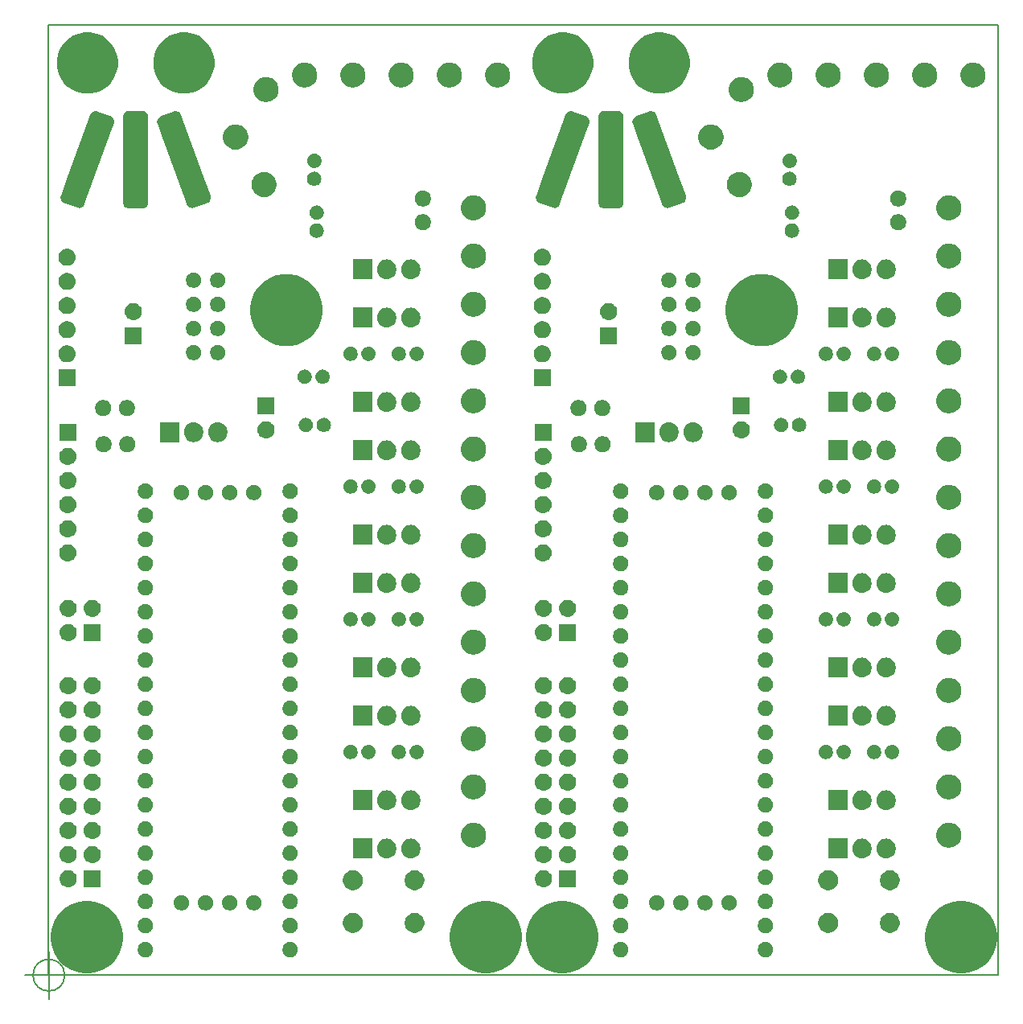
<source format=gbr>
%TF.GenerationSoftware,KiCad,Pcbnew,(5.0.2)-1*%
%TF.CreationDate,2020-01-22T19:31:58-08:00*%
%TF.ProjectId,noname.kicad_pcb_panel_x2,6e6f6e61-6d65-42e6-9b69-6361645f7063,rev?*%
%TF.SameCoordinates,PX4c4b400PY8f0d180*%
%TF.FileFunction,Soldermask,Top*%
%TF.FilePolarity,Negative*%
%FSLAX46Y46*%
G04 Gerber Fmt 4.6, Leading zero omitted, Abs format (unit mm)*
G04 Created by KiCad (PCBNEW (5.0.2)-1) date 1/22/2020 7:31:58 PM*
%MOMM*%
%LPD*%
G01*
G04 APERTURE LIST*
%ADD10C,0.150000*%
%ADD11C,0.100000*%
G04 APERTURE END LIST*
D10*
X100000000Y0D02*
X0Y0D01*
X100000000Y100000000D02*
X100000000Y0D01*
X0Y100000000D02*
X100000000Y100000000D01*
X0Y0D02*
X0Y100000000D01*
X1720666Y-44000D02*
G75*
G03X1720666Y-44000I-1666666J0D01*
G01*
X-2446000Y-44000D02*
X2554000Y-44000D01*
X54000Y2456000D02*
X54000Y-2544000D01*
D11*
G36*
X97200710Y7610930D02*
X97892447Y7324403D01*
X98514999Y6908427D01*
X99044427Y6378999D01*
X99460403Y5756447D01*
X99746930Y5064710D01*
X99893000Y4330367D01*
X99893000Y3581633D01*
X99746930Y2847290D01*
X99460403Y2155553D01*
X99044427Y1533001D01*
X98514999Y1003573D01*
X97892447Y587597D01*
X97200710Y301070D01*
X96466367Y155000D01*
X95717633Y155000D01*
X94983290Y301070D01*
X94291553Y587597D01*
X93669001Y1003573D01*
X93139573Y1533001D01*
X92723597Y2155553D01*
X92437070Y2847290D01*
X92291000Y3581633D01*
X92291000Y4330367D01*
X92437070Y5064710D01*
X92723597Y5756447D01*
X93139573Y6378999D01*
X93669001Y6908427D01*
X94291553Y7324403D01*
X94983290Y7610930D01*
X95717633Y7757000D01*
X96466367Y7757000D01*
X97200710Y7610930D01*
X97200710Y7610930D01*
G37*
G36*
X55200710Y7610930D02*
X55892447Y7324403D01*
X56514999Y6908427D01*
X57044427Y6378999D01*
X57460403Y5756447D01*
X57746930Y5064710D01*
X57893000Y4330367D01*
X57893000Y3581633D01*
X57746930Y2847290D01*
X57460403Y2155553D01*
X57044427Y1533001D01*
X56514999Y1003573D01*
X55892447Y587597D01*
X55200710Y301070D01*
X54466367Y155000D01*
X53717633Y155000D01*
X52983290Y301070D01*
X52291553Y587597D01*
X51669001Y1003573D01*
X51139573Y1533001D01*
X50723597Y2155553D01*
X50437070Y2847290D01*
X50291000Y3581633D01*
X50291000Y4330367D01*
X50437070Y5064710D01*
X50723597Y5756447D01*
X51139573Y6378999D01*
X51669001Y6908427D01*
X52291553Y7324403D01*
X52983290Y7610930D01*
X53717633Y7757000D01*
X54466367Y7757000D01*
X55200710Y7610930D01*
X55200710Y7610930D01*
G37*
G36*
X47162710Y7610930D02*
X47854447Y7324403D01*
X48476999Y6908427D01*
X49006427Y6378999D01*
X49422403Y5756447D01*
X49708930Y5064710D01*
X49855000Y4330367D01*
X49855000Y3581633D01*
X49708930Y2847290D01*
X49422403Y2155553D01*
X49006427Y1533001D01*
X48476999Y1003573D01*
X47854447Y587597D01*
X47162710Y301070D01*
X46428367Y155000D01*
X45679633Y155000D01*
X44945290Y301070D01*
X44253553Y587597D01*
X43631001Y1003573D01*
X43101573Y1533001D01*
X42685597Y2155553D01*
X42399070Y2847290D01*
X42253000Y3581633D01*
X42253000Y4330367D01*
X42399070Y5064710D01*
X42685597Y5756447D01*
X43101573Y6378999D01*
X43631001Y6908427D01*
X44253553Y7324403D01*
X44945290Y7610930D01*
X45679633Y7757000D01*
X46428367Y7757000D01*
X47162710Y7610930D01*
X47162710Y7610930D01*
G37*
G36*
X5162710Y7610930D02*
X5854447Y7324403D01*
X6476999Y6908427D01*
X7006427Y6378999D01*
X7422403Y5756447D01*
X7708930Y5064710D01*
X7855000Y4330367D01*
X7855000Y3581633D01*
X7708930Y2847290D01*
X7422403Y2155553D01*
X7006427Y1533001D01*
X6476999Y1003573D01*
X5854447Y587597D01*
X5162710Y301070D01*
X4428367Y155000D01*
X3679633Y155000D01*
X2945290Y301070D01*
X2253553Y587597D01*
X1631001Y1003573D01*
X1101573Y1533001D01*
X685597Y2155553D01*
X399070Y2847290D01*
X253000Y3581633D01*
X253000Y4330367D01*
X399070Y5064710D01*
X685597Y5756447D01*
X1101573Y6378999D01*
X1631001Y6908427D01*
X2253553Y7324403D01*
X2945290Y7610930D01*
X3679633Y7757000D01*
X4428367Y7757000D01*
X5162710Y7610930D01*
X5162710Y7610930D01*
G37*
G36*
X60499142Y3417758D02*
X60647102Y3356470D01*
X60780258Y3267498D01*
X60893498Y3154258D01*
X60982470Y3021102D01*
X61043758Y2873142D01*
X61075000Y2716075D01*
X61075000Y2555925D01*
X61043758Y2398858D01*
X60982470Y2250898D01*
X60893498Y2117742D01*
X60780258Y2004502D01*
X60647102Y1915530D01*
X60499142Y1854242D01*
X60342075Y1823000D01*
X60181925Y1823000D01*
X60024858Y1854242D01*
X59876898Y1915530D01*
X59743742Y2004502D01*
X59630502Y2117742D01*
X59541530Y2250898D01*
X59480242Y2398858D01*
X59449000Y2555925D01*
X59449000Y2716075D01*
X59480242Y2873142D01*
X59541530Y3021102D01*
X59630502Y3154258D01*
X59743742Y3267498D01*
X59876898Y3356470D01*
X60024858Y3417758D01*
X60181925Y3449000D01*
X60342075Y3449000D01*
X60499142Y3417758D01*
X60499142Y3417758D01*
G37*
G36*
X25701142Y3417758D02*
X25849102Y3356470D01*
X25982258Y3267498D01*
X26095498Y3154258D01*
X26184470Y3021102D01*
X26245758Y2873142D01*
X26277000Y2716075D01*
X26277000Y2555925D01*
X26245758Y2398858D01*
X26184470Y2250898D01*
X26095498Y2117742D01*
X25982258Y2004502D01*
X25849102Y1915530D01*
X25701142Y1854242D01*
X25544075Y1823000D01*
X25383925Y1823000D01*
X25226858Y1854242D01*
X25078898Y1915530D01*
X24945742Y2004502D01*
X24832502Y2117742D01*
X24743530Y2250898D01*
X24682242Y2398858D01*
X24651000Y2555925D01*
X24651000Y2716075D01*
X24682242Y2873142D01*
X24743530Y3021102D01*
X24832502Y3154258D01*
X24945742Y3267498D01*
X25078898Y3356470D01*
X25226858Y3417758D01*
X25383925Y3449000D01*
X25544075Y3449000D01*
X25701142Y3417758D01*
X25701142Y3417758D01*
G37*
G36*
X10461142Y3417758D02*
X10609102Y3356470D01*
X10742258Y3267498D01*
X10855498Y3154258D01*
X10944470Y3021102D01*
X11005758Y2873142D01*
X11037000Y2716075D01*
X11037000Y2555925D01*
X11005758Y2398858D01*
X10944470Y2250898D01*
X10855498Y2117742D01*
X10742258Y2004502D01*
X10609102Y1915530D01*
X10461142Y1854242D01*
X10304075Y1823000D01*
X10143925Y1823000D01*
X9986858Y1854242D01*
X9838898Y1915530D01*
X9705742Y2004502D01*
X9592502Y2117742D01*
X9503530Y2250898D01*
X9442242Y2398858D01*
X9411000Y2555925D01*
X9411000Y2716075D01*
X9442242Y2873142D01*
X9503530Y3021102D01*
X9592502Y3154258D01*
X9705742Y3267498D01*
X9838898Y3356470D01*
X9986858Y3417758D01*
X10143925Y3449000D01*
X10304075Y3449000D01*
X10461142Y3417758D01*
X10461142Y3417758D01*
G37*
G36*
X75739142Y3417758D02*
X75887102Y3356470D01*
X76020258Y3267498D01*
X76133498Y3154258D01*
X76222470Y3021102D01*
X76283758Y2873142D01*
X76315000Y2716075D01*
X76315000Y2555925D01*
X76283758Y2398858D01*
X76222470Y2250898D01*
X76133498Y2117742D01*
X76020258Y2004502D01*
X75887102Y1915530D01*
X75739142Y1854242D01*
X75582075Y1823000D01*
X75421925Y1823000D01*
X75264858Y1854242D01*
X75116898Y1915530D01*
X74983742Y2004502D01*
X74870502Y2117742D01*
X74781530Y2250898D01*
X74720242Y2398858D01*
X74689000Y2555925D01*
X74689000Y2716075D01*
X74720242Y2873142D01*
X74781530Y3021102D01*
X74870502Y3154258D01*
X74983742Y3267498D01*
X75116898Y3356470D01*
X75264858Y3417758D01*
X75421925Y3449000D01*
X75582075Y3449000D01*
X75739142Y3417758D01*
X75739142Y3417758D01*
G37*
G36*
X25701142Y5957758D02*
X25849102Y5896470D01*
X25982258Y5807498D01*
X26095498Y5694258D01*
X26184470Y5561102D01*
X26245758Y5413142D01*
X26277000Y5256075D01*
X26277000Y5095925D01*
X26245758Y4938858D01*
X26198354Y4824417D01*
X26184471Y4790900D01*
X26095499Y4657743D01*
X25982257Y4544501D01*
X25952495Y4524615D01*
X25849102Y4455530D01*
X25701142Y4394242D01*
X25544075Y4363000D01*
X25383925Y4363000D01*
X25226858Y4394242D01*
X25078898Y4455530D01*
X24975505Y4524615D01*
X24945743Y4544501D01*
X24832501Y4657743D01*
X24743529Y4790900D01*
X24729646Y4824417D01*
X24682242Y4938858D01*
X24651000Y5095925D01*
X24651000Y5256075D01*
X24682242Y5413142D01*
X24743530Y5561102D01*
X24832502Y5694258D01*
X24945742Y5807498D01*
X25078898Y5896470D01*
X25226858Y5957758D01*
X25383925Y5989000D01*
X25544075Y5989000D01*
X25701142Y5957758D01*
X25701142Y5957758D01*
G37*
G36*
X75739142Y5957758D02*
X75887102Y5896470D01*
X76020258Y5807498D01*
X76133498Y5694258D01*
X76222470Y5561102D01*
X76283758Y5413142D01*
X76315000Y5256075D01*
X76315000Y5095925D01*
X76283758Y4938858D01*
X76236354Y4824417D01*
X76222471Y4790900D01*
X76133499Y4657743D01*
X76020257Y4544501D01*
X75990495Y4524615D01*
X75887102Y4455530D01*
X75739142Y4394242D01*
X75582075Y4363000D01*
X75421925Y4363000D01*
X75264858Y4394242D01*
X75116898Y4455530D01*
X75013505Y4524615D01*
X74983743Y4544501D01*
X74870501Y4657743D01*
X74781529Y4790900D01*
X74767646Y4824417D01*
X74720242Y4938858D01*
X74689000Y5095925D01*
X74689000Y5256075D01*
X74720242Y5413142D01*
X74781530Y5561102D01*
X74870502Y5694258D01*
X74983742Y5807498D01*
X75116898Y5896470D01*
X75264858Y5957758D01*
X75421925Y5989000D01*
X75582075Y5989000D01*
X75739142Y5957758D01*
X75739142Y5957758D01*
G37*
G36*
X60499142Y5957758D02*
X60647102Y5896470D01*
X60780258Y5807498D01*
X60893498Y5694258D01*
X60982470Y5561102D01*
X61043758Y5413142D01*
X61075000Y5256075D01*
X61075000Y5095925D01*
X61043758Y4938858D01*
X60996354Y4824417D01*
X60982471Y4790900D01*
X60893499Y4657743D01*
X60780257Y4544501D01*
X60750495Y4524615D01*
X60647102Y4455530D01*
X60499142Y4394242D01*
X60342075Y4363000D01*
X60181925Y4363000D01*
X60024858Y4394242D01*
X59876898Y4455530D01*
X59773505Y4524615D01*
X59743743Y4544501D01*
X59630501Y4657743D01*
X59541529Y4790900D01*
X59527646Y4824417D01*
X59480242Y4938858D01*
X59449000Y5095925D01*
X59449000Y5256075D01*
X59480242Y5413142D01*
X59541530Y5561102D01*
X59630502Y5694258D01*
X59743742Y5807498D01*
X59876898Y5896470D01*
X60024858Y5957758D01*
X60181925Y5989000D01*
X60342075Y5989000D01*
X60499142Y5957758D01*
X60499142Y5957758D01*
G37*
G36*
X10461142Y5957758D02*
X10609102Y5896470D01*
X10742258Y5807498D01*
X10855498Y5694258D01*
X10944470Y5561102D01*
X11005758Y5413142D01*
X11037000Y5256075D01*
X11037000Y5095925D01*
X11005758Y4938858D01*
X10958354Y4824417D01*
X10944471Y4790900D01*
X10855499Y4657743D01*
X10742257Y4544501D01*
X10712495Y4524615D01*
X10609102Y4455530D01*
X10461142Y4394242D01*
X10304075Y4363000D01*
X10143925Y4363000D01*
X9986858Y4394242D01*
X9838898Y4455530D01*
X9735505Y4524615D01*
X9705743Y4544501D01*
X9592501Y4657743D01*
X9503529Y4790900D01*
X9489646Y4824417D01*
X9442242Y4938858D01*
X9411000Y5095925D01*
X9411000Y5256075D01*
X9442242Y5413142D01*
X9503530Y5561102D01*
X9592502Y5694258D01*
X9705742Y5807498D01*
X9838898Y5896470D01*
X9986858Y5957758D01*
X10143925Y5989000D01*
X10304075Y5989000D01*
X10461142Y5957758D01*
X10461142Y5957758D01*
G37*
G36*
X88898565Y6466611D02*
X89089834Y6387385D01*
X89261976Y6272363D01*
X89408363Y6125976D01*
X89523385Y5953834D01*
X89602611Y5762565D01*
X89643000Y5559516D01*
X89643000Y5352484D01*
X89602611Y5149435D01*
X89523385Y4958166D01*
X89408363Y4786024D01*
X89261976Y4639637D01*
X89089834Y4524615D01*
X88898565Y4445389D01*
X88695516Y4405000D01*
X88488484Y4405000D01*
X88285435Y4445389D01*
X88094166Y4524615D01*
X87922024Y4639637D01*
X87775637Y4786024D01*
X87660615Y4958166D01*
X87581389Y5149435D01*
X87541000Y5352484D01*
X87541000Y5559516D01*
X87581389Y5762565D01*
X87660615Y5953834D01*
X87775637Y6125976D01*
X87922024Y6272363D01*
X88094166Y6387385D01*
X88285435Y6466611D01*
X88488484Y6507000D01*
X88695516Y6507000D01*
X88898565Y6466611D01*
X88898565Y6466611D01*
G37*
G36*
X82398565Y6466611D02*
X82589834Y6387385D01*
X82761976Y6272363D01*
X82908363Y6125976D01*
X83023385Y5953834D01*
X83102611Y5762565D01*
X83143000Y5559516D01*
X83143000Y5352484D01*
X83102611Y5149435D01*
X83023385Y4958166D01*
X82908363Y4786024D01*
X82761976Y4639637D01*
X82589834Y4524615D01*
X82398565Y4445389D01*
X82195516Y4405000D01*
X81988484Y4405000D01*
X81785435Y4445389D01*
X81594166Y4524615D01*
X81422024Y4639637D01*
X81275637Y4786024D01*
X81160615Y4958166D01*
X81081389Y5149435D01*
X81041000Y5352484D01*
X81041000Y5559516D01*
X81081389Y5762565D01*
X81160615Y5953834D01*
X81275637Y6125976D01*
X81422024Y6272363D01*
X81594166Y6387385D01*
X81785435Y6466611D01*
X81988484Y6507000D01*
X82195516Y6507000D01*
X82398565Y6466611D01*
X82398565Y6466611D01*
G37*
G36*
X32360565Y6466611D02*
X32551834Y6387385D01*
X32723976Y6272363D01*
X32870363Y6125976D01*
X32985385Y5953834D01*
X33064611Y5762565D01*
X33105000Y5559516D01*
X33105000Y5352484D01*
X33064611Y5149435D01*
X32985385Y4958166D01*
X32870363Y4786024D01*
X32723976Y4639637D01*
X32551834Y4524615D01*
X32360565Y4445389D01*
X32157516Y4405000D01*
X31950484Y4405000D01*
X31747435Y4445389D01*
X31556166Y4524615D01*
X31384024Y4639637D01*
X31237637Y4786024D01*
X31122615Y4958166D01*
X31043389Y5149435D01*
X31003000Y5352484D01*
X31003000Y5559516D01*
X31043389Y5762565D01*
X31122615Y5953834D01*
X31237637Y6125976D01*
X31384024Y6272363D01*
X31556166Y6387385D01*
X31747435Y6466611D01*
X31950484Y6507000D01*
X32157516Y6507000D01*
X32360565Y6466611D01*
X32360565Y6466611D01*
G37*
G36*
X38860565Y6466611D02*
X39051834Y6387385D01*
X39223976Y6272363D01*
X39370363Y6125976D01*
X39485385Y5953834D01*
X39564611Y5762565D01*
X39605000Y5559516D01*
X39605000Y5352484D01*
X39564611Y5149435D01*
X39485385Y4958166D01*
X39370363Y4786024D01*
X39223976Y4639637D01*
X39051834Y4524615D01*
X38860565Y4445389D01*
X38657516Y4405000D01*
X38450484Y4405000D01*
X38247435Y4445389D01*
X38056166Y4524615D01*
X37884024Y4639637D01*
X37737637Y4786024D01*
X37622615Y4958166D01*
X37543389Y5149435D01*
X37503000Y5352484D01*
X37503000Y5559516D01*
X37543389Y5762565D01*
X37622615Y5953834D01*
X37737637Y6125976D01*
X37884024Y6272363D01*
X38056166Y6387385D01*
X38247435Y6466611D01*
X38450484Y6507000D01*
X38657516Y6507000D01*
X38860565Y6466611D01*
X38860565Y6466611D01*
G37*
G36*
X71919142Y8357758D02*
X72067102Y8296470D01*
X72134130Y8251683D01*
X72160211Y8234257D01*
X72200258Y8207498D01*
X72313498Y8094258D01*
X72402470Y7961102D01*
X72463758Y7813142D01*
X72495000Y7656075D01*
X72495000Y7495925D01*
X72463758Y7338858D01*
X72457770Y7324403D01*
X72402471Y7190900D01*
X72313499Y7057743D01*
X72200257Y6944501D01*
X72184903Y6934242D01*
X72067102Y6855530D01*
X71919142Y6794242D01*
X71762075Y6763000D01*
X71601925Y6763000D01*
X71444858Y6794242D01*
X71296898Y6855530D01*
X71179097Y6934242D01*
X71163743Y6944501D01*
X71050501Y7057743D01*
X70961529Y7190900D01*
X70906230Y7324403D01*
X70900242Y7338858D01*
X70869000Y7495925D01*
X70869000Y7656075D01*
X70900242Y7813142D01*
X70961530Y7961102D01*
X71050502Y8094258D01*
X71163742Y8207498D01*
X71203790Y8234257D01*
X71229870Y8251683D01*
X71296898Y8296470D01*
X71444858Y8357758D01*
X71601925Y8389000D01*
X71762075Y8389000D01*
X71919142Y8357758D01*
X71919142Y8357758D01*
G37*
G36*
X64299142Y8357758D02*
X64447102Y8296470D01*
X64514130Y8251683D01*
X64540211Y8234257D01*
X64580258Y8207498D01*
X64693498Y8094258D01*
X64782470Y7961102D01*
X64843758Y7813142D01*
X64875000Y7656075D01*
X64875000Y7495925D01*
X64843758Y7338858D01*
X64837770Y7324403D01*
X64782471Y7190900D01*
X64693499Y7057743D01*
X64580257Y6944501D01*
X64564903Y6934242D01*
X64447102Y6855530D01*
X64299142Y6794242D01*
X64142075Y6763000D01*
X63981925Y6763000D01*
X63824858Y6794242D01*
X63676898Y6855530D01*
X63559097Y6934242D01*
X63543743Y6944501D01*
X63430501Y7057743D01*
X63341529Y7190900D01*
X63286230Y7324403D01*
X63280242Y7338858D01*
X63249000Y7495925D01*
X63249000Y7656075D01*
X63280242Y7813142D01*
X63341530Y7961102D01*
X63430502Y8094258D01*
X63543742Y8207498D01*
X63583790Y8234257D01*
X63609870Y8251683D01*
X63676898Y8296470D01*
X63824858Y8357758D01*
X63981925Y8389000D01*
X64142075Y8389000D01*
X64299142Y8357758D01*
X64299142Y8357758D01*
G37*
G36*
X21881142Y8357758D02*
X22029102Y8296470D01*
X22096130Y8251683D01*
X22122211Y8234257D01*
X22162258Y8207498D01*
X22275498Y8094258D01*
X22364470Y7961102D01*
X22425758Y7813142D01*
X22457000Y7656075D01*
X22457000Y7495925D01*
X22425758Y7338858D01*
X22419770Y7324403D01*
X22364471Y7190900D01*
X22275499Y7057743D01*
X22162257Y6944501D01*
X22146903Y6934242D01*
X22029102Y6855530D01*
X21881142Y6794242D01*
X21724075Y6763000D01*
X21563925Y6763000D01*
X21406858Y6794242D01*
X21258898Y6855530D01*
X21141097Y6934242D01*
X21125743Y6944501D01*
X21012501Y7057743D01*
X20923529Y7190900D01*
X20868230Y7324403D01*
X20862242Y7338858D01*
X20831000Y7495925D01*
X20831000Y7656075D01*
X20862242Y7813142D01*
X20923530Y7961102D01*
X21012502Y8094258D01*
X21125742Y8207498D01*
X21165790Y8234257D01*
X21191870Y8251683D01*
X21258898Y8296470D01*
X21406858Y8357758D01*
X21563925Y8389000D01*
X21724075Y8389000D01*
X21881142Y8357758D01*
X21881142Y8357758D01*
G37*
G36*
X14261142Y8357758D02*
X14409102Y8296470D01*
X14476130Y8251683D01*
X14502211Y8234257D01*
X14542258Y8207498D01*
X14655498Y8094258D01*
X14744470Y7961102D01*
X14805758Y7813142D01*
X14837000Y7656075D01*
X14837000Y7495925D01*
X14805758Y7338858D01*
X14799770Y7324403D01*
X14744471Y7190900D01*
X14655499Y7057743D01*
X14542257Y6944501D01*
X14526903Y6934242D01*
X14409102Y6855530D01*
X14261142Y6794242D01*
X14104075Y6763000D01*
X13943925Y6763000D01*
X13786858Y6794242D01*
X13638898Y6855530D01*
X13521097Y6934242D01*
X13505743Y6944501D01*
X13392501Y7057743D01*
X13303529Y7190900D01*
X13248230Y7324403D01*
X13242242Y7338858D01*
X13211000Y7495925D01*
X13211000Y7656075D01*
X13242242Y7813142D01*
X13303530Y7961102D01*
X13392502Y8094258D01*
X13505742Y8207498D01*
X13545790Y8234257D01*
X13571870Y8251683D01*
X13638898Y8296470D01*
X13786858Y8357758D01*
X13943925Y8389000D01*
X14104075Y8389000D01*
X14261142Y8357758D01*
X14261142Y8357758D01*
G37*
G36*
X16801142Y8357758D02*
X16949102Y8296470D01*
X17016130Y8251683D01*
X17042211Y8234257D01*
X17082258Y8207498D01*
X17195498Y8094258D01*
X17284470Y7961102D01*
X17345758Y7813142D01*
X17377000Y7656075D01*
X17377000Y7495925D01*
X17345758Y7338858D01*
X17339770Y7324403D01*
X17284471Y7190900D01*
X17195499Y7057743D01*
X17082257Y6944501D01*
X17066903Y6934242D01*
X16949102Y6855530D01*
X16801142Y6794242D01*
X16644075Y6763000D01*
X16483925Y6763000D01*
X16326858Y6794242D01*
X16178898Y6855530D01*
X16061097Y6934242D01*
X16045743Y6944501D01*
X15932501Y7057743D01*
X15843529Y7190900D01*
X15788230Y7324403D01*
X15782242Y7338858D01*
X15751000Y7495925D01*
X15751000Y7656075D01*
X15782242Y7813142D01*
X15843530Y7961102D01*
X15932502Y8094258D01*
X16045742Y8207498D01*
X16085790Y8234257D01*
X16111870Y8251683D01*
X16178898Y8296470D01*
X16326858Y8357758D01*
X16483925Y8389000D01*
X16644075Y8389000D01*
X16801142Y8357758D01*
X16801142Y8357758D01*
G37*
G36*
X19341142Y8357758D02*
X19489102Y8296470D01*
X19556130Y8251683D01*
X19582211Y8234257D01*
X19622258Y8207498D01*
X19735498Y8094258D01*
X19824470Y7961102D01*
X19885758Y7813142D01*
X19917000Y7656075D01*
X19917000Y7495925D01*
X19885758Y7338858D01*
X19879770Y7324403D01*
X19824471Y7190900D01*
X19735499Y7057743D01*
X19622257Y6944501D01*
X19606903Y6934242D01*
X19489102Y6855530D01*
X19341142Y6794242D01*
X19184075Y6763000D01*
X19023925Y6763000D01*
X18866858Y6794242D01*
X18718898Y6855530D01*
X18601097Y6934242D01*
X18585743Y6944501D01*
X18472501Y7057743D01*
X18383529Y7190900D01*
X18328230Y7324403D01*
X18322242Y7338858D01*
X18291000Y7495925D01*
X18291000Y7656075D01*
X18322242Y7813142D01*
X18383530Y7961102D01*
X18472502Y8094258D01*
X18585742Y8207498D01*
X18625790Y8234257D01*
X18651870Y8251683D01*
X18718898Y8296470D01*
X18866858Y8357758D01*
X19023925Y8389000D01*
X19184075Y8389000D01*
X19341142Y8357758D01*
X19341142Y8357758D01*
G37*
G36*
X66839142Y8357758D02*
X66987102Y8296470D01*
X67054130Y8251683D01*
X67080211Y8234257D01*
X67120258Y8207498D01*
X67233498Y8094258D01*
X67322470Y7961102D01*
X67383758Y7813142D01*
X67415000Y7656075D01*
X67415000Y7495925D01*
X67383758Y7338858D01*
X67377770Y7324403D01*
X67322471Y7190900D01*
X67233499Y7057743D01*
X67120257Y6944501D01*
X67104903Y6934242D01*
X66987102Y6855530D01*
X66839142Y6794242D01*
X66682075Y6763000D01*
X66521925Y6763000D01*
X66364858Y6794242D01*
X66216898Y6855530D01*
X66099097Y6934242D01*
X66083743Y6944501D01*
X65970501Y7057743D01*
X65881529Y7190900D01*
X65826230Y7324403D01*
X65820242Y7338858D01*
X65789000Y7495925D01*
X65789000Y7656075D01*
X65820242Y7813142D01*
X65881530Y7961102D01*
X65970502Y8094258D01*
X66083742Y8207498D01*
X66123790Y8234257D01*
X66149870Y8251683D01*
X66216898Y8296470D01*
X66364858Y8357758D01*
X66521925Y8389000D01*
X66682075Y8389000D01*
X66839142Y8357758D01*
X66839142Y8357758D01*
G37*
G36*
X69379142Y8357758D02*
X69527102Y8296470D01*
X69594130Y8251683D01*
X69620211Y8234257D01*
X69660258Y8207498D01*
X69773498Y8094258D01*
X69862470Y7961102D01*
X69923758Y7813142D01*
X69955000Y7656075D01*
X69955000Y7495925D01*
X69923758Y7338858D01*
X69917770Y7324403D01*
X69862471Y7190900D01*
X69773499Y7057743D01*
X69660257Y6944501D01*
X69644903Y6934242D01*
X69527102Y6855530D01*
X69379142Y6794242D01*
X69222075Y6763000D01*
X69061925Y6763000D01*
X68904858Y6794242D01*
X68756898Y6855530D01*
X68639097Y6934242D01*
X68623743Y6944501D01*
X68510501Y7057743D01*
X68421529Y7190900D01*
X68366230Y7324403D01*
X68360242Y7338858D01*
X68329000Y7495925D01*
X68329000Y7656075D01*
X68360242Y7813142D01*
X68421530Y7961102D01*
X68510502Y8094258D01*
X68623742Y8207498D01*
X68663790Y8234257D01*
X68689870Y8251683D01*
X68756898Y8296470D01*
X68904858Y8357758D01*
X69061925Y8389000D01*
X69222075Y8389000D01*
X69379142Y8357758D01*
X69379142Y8357758D01*
G37*
G36*
X25701142Y8497758D02*
X25849102Y8436470D01*
X25916130Y8391683D01*
X25982257Y8347499D01*
X26095499Y8234257D01*
X26139683Y8168130D01*
X26184470Y8101102D01*
X26245758Y7953142D01*
X26277000Y7796075D01*
X26277000Y7635925D01*
X26245758Y7478858D01*
X26184470Y7330898D01*
X26139683Y7263870D01*
X26095499Y7197743D01*
X25982257Y7084501D01*
X25942209Y7057742D01*
X25849102Y6995530D01*
X25701142Y6934242D01*
X25544075Y6903000D01*
X25383925Y6903000D01*
X25226858Y6934242D01*
X25078898Y6995530D01*
X24985791Y7057742D01*
X24945743Y7084501D01*
X24832501Y7197743D01*
X24788317Y7263870D01*
X24743530Y7330898D01*
X24682242Y7478858D01*
X24651000Y7635925D01*
X24651000Y7796075D01*
X24682242Y7953142D01*
X24743530Y8101102D01*
X24788317Y8168130D01*
X24832501Y8234257D01*
X24945743Y8347499D01*
X25011870Y8391683D01*
X25078898Y8436470D01*
X25226858Y8497758D01*
X25383925Y8529000D01*
X25544075Y8529000D01*
X25701142Y8497758D01*
X25701142Y8497758D01*
G37*
G36*
X10461142Y8497758D02*
X10609102Y8436470D01*
X10676130Y8391683D01*
X10742257Y8347499D01*
X10855499Y8234257D01*
X10899683Y8168130D01*
X10944470Y8101102D01*
X11005758Y7953142D01*
X11037000Y7796075D01*
X11037000Y7635925D01*
X11005758Y7478858D01*
X10944470Y7330898D01*
X10899683Y7263870D01*
X10855499Y7197743D01*
X10742257Y7084501D01*
X10702209Y7057742D01*
X10609102Y6995530D01*
X10461142Y6934242D01*
X10304075Y6903000D01*
X10143925Y6903000D01*
X9986858Y6934242D01*
X9838898Y6995530D01*
X9745791Y7057742D01*
X9705743Y7084501D01*
X9592501Y7197743D01*
X9548317Y7263870D01*
X9503530Y7330898D01*
X9442242Y7478858D01*
X9411000Y7635925D01*
X9411000Y7796075D01*
X9442242Y7953142D01*
X9503530Y8101102D01*
X9548317Y8168130D01*
X9592501Y8234257D01*
X9705743Y8347499D01*
X9771870Y8391683D01*
X9838898Y8436470D01*
X9986858Y8497758D01*
X10143925Y8529000D01*
X10304075Y8529000D01*
X10461142Y8497758D01*
X10461142Y8497758D01*
G37*
G36*
X60499142Y8497758D02*
X60647102Y8436470D01*
X60714130Y8391683D01*
X60780257Y8347499D01*
X60893499Y8234257D01*
X60937683Y8168130D01*
X60982470Y8101102D01*
X61043758Y7953142D01*
X61075000Y7796075D01*
X61075000Y7635925D01*
X61043758Y7478858D01*
X60982470Y7330898D01*
X60937683Y7263870D01*
X60893499Y7197743D01*
X60780257Y7084501D01*
X60740209Y7057742D01*
X60647102Y6995530D01*
X60499142Y6934242D01*
X60342075Y6903000D01*
X60181925Y6903000D01*
X60024858Y6934242D01*
X59876898Y6995530D01*
X59783791Y7057742D01*
X59743743Y7084501D01*
X59630501Y7197743D01*
X59586317Y7263870D01*
X59541530Y7330898D01*
X59480242Y7478858D01*
X59449000Y7635925D01*
X59449000Y7796075D01*
X59480242Y7953142D01*
X59541530Y8101102D01*
X59586317Y8168130D01*
X59630501Y8234257D01*
X59743743Y8347499D01*
X59809870Y8391683D01*
X59876898Y8436470D01*
X60024858Y8497758D01*
X60181925Y8529000D01*
X60342075Y8529000D01*
X60499142Y8497758D01*
X60499142Y8497758D01*
G37*
G36*
X75739142Y8497758D02*
X75887102Y8436470D01*
X75954130Y8391683D01*
X76020257Y8347499D01*
X76133499Y8234257D01*
X76177683Y8168130D01*
X76222470Y8101102D01*
X76283758Y7953142D01*
X76315000Y7796075D01*
X76315000Y7635925D01*
X76283758Y7478858D01*
X76222470Y7330898D01*
X76177683Y7263870D01*
X76133499Y7197743D01*
X76020257Y7084501D01*
X75980209Y7057742D01*
X75887102Y6995530D01*
X75739142Y6934242D01*
X75582075Y6903000D01*
X75421925Y6903000D01*
X75264858Y6934242D01*
X75116898Y6995530D01*
X75023791Y7057742D01*
X74983743Y7084501D01*
X74870501Y7197743D01*
X74826317Y7263870D01*
X74781530Y7330898D01*
X74720242Y7478858D01*
X74689000Y7635925D01*
X74689000Y7796075D01*
X74720242Y7953142D01*
X74781530Y8101102D01*
X74826317Y8168130D01*
X74870501Y8234257D01*
X74983743Y8347499D01*
X75049870Y8391683D01*
X75116898Y8436470D01*
X75264858Y8497758D01*
X75421925Y8529000D01*
X75582075Y8529000D01*
X75739142Y8497758D01*
X75739142Y8497758D01*
G37*
G36*
X38860565Y10966611D02*
X39051834Y10887385D01*
X39223976Y10772363D01*
X39370363Y10625976D01*
X39485385Y10453834D01*
X39564611Y10262565D01*
X39605000Y10059516D01*
X39605000Y9852484D01*
X39564611Y9649435D01*
X39485385Y9458166D01*
X39370363Y9286024D01*
X39223976Y9139637D01*
X39051834Y9024615D01*
X38860565Y8945389D01*
X38657516Y8905000D01*
X38450484Y8905000D01*
X38247435Y8945389D01*
X38056166Y9024615D01*
X37884024Y9139637D01*
X37737637Y9286024D01*
X37622615Y9458166D01*
X37543389Y9649435D01*
X37503000Y9852484D01*
X37503000Y10059516D01*
X37543389Y10262565D01*
X37622615Y10453834D01*
X37737637Y10625976D01*
X37884024Y10772363D01*
X38056166Y10887385D01*
X38247435Y10966611D01*
X38450484Y11007000D01*
X38657516Y11007000D01*
X38860565Y10966611D01*
X38860565Y10966611D01*
G37*
G36*
X32360565Y10966611D02*
X32551834Y10887385D01*
X32723976Y10772363D01*
X32870363Y10625976D01*
X32985385Y10453834D01*
X33064611Y10262565D01*
X33105000Y10059516D01*
X33105000Y9852484D01*
X33064611Y9649435D01*
X32985385Y9458166D01*
X32870363Y9286024D01*
X32723976Y9139637D01*
X32551834Y9024615D01*
X32360565Y8945389D01*
X32157516Y8905000D01*
X31950484Y8905000D01*
X31747435Y8945389D01*
X31556166Y9024615D01*
X31384024Y9139637D01*
X31237637Y9286024D01*
X31122615Y9458166D01*
X31043389Y9649435D01*
X31003000Y9852484D01*
X31003000Y10059516D01*
X31043389Y10262565D01*
X31122615Y10453834D01*
X31237637Y10625976D01*
X31384024Y10772363D01*
X31556166Y10887385D01*
X31747435Y10966611D01*
X31950484Y11007000D01*
X32157516Y11007000D01*
X32360565Y10966611D01*
X32360565Y10966611D01*
G37*
G36*
X88898565Y10966611D02*
X89089834Y10887385D01*
X89261976Y10772363D01*
X89408363Y10625976D01*
X89523385Y10453834D01*
X89602611Y10262565D01*
X89643000Y10059516D01*
X89643000Y9852484D01*
X89602611Y9649435D01*
X89523385Y9458166D01*
X89408363Y9286024D01*
X89261976Y9139637D01*
X89089834Y9024615D01*
X88898565Y8945389D01*
X88695516Y8905000D01*
X88488484Y8905000D01*
X88285435Y8945389D01*
X88094166Y9024615D01*
X87922024Y9139637D01*
X87775637Y9286024D01*
X87660615Y9458166D01*
X87581389Y9649435D01*
X87541000Y9852484D01*
X87541000Y10059516D01*
X87581389Y10262565D01*
X87660615Y10453834D01*
X87775637Y10625976D01*
X87922024Y10772363D01*
X88094166Y10887385D01*
X88285435Y10966611D01*
X88488484Y11007000D01*
X88695516Y11007000D01*
X88898565Y10966611D01*
X88898565Y10966611D01*
G37*
G36*
X82398565Y10966611D02*
X82589834Y10887385D01*
X82761976Y10772363D01*
X82908363Y10625976D01*
X83023385Y10453834D01*
X83102611Y10262565D01*
X83143000Y10059516D01*
X83143000Y9852484D01*
X83102611Y9649435D01*
X83023385Y9458166D01*
X82908363Y9286024D01*
X82761976Y9139637D01*
X82589834Y9024615D01*
X82398565Y8945389D01*
X82195516Y8905000D01*
X81988484Y8905000D01*
X81785435Y8945389D01*
X81594166Y9024615D01*
X81422024Y9139637D01*
X81275637Y9286024D01*
X81160615Y9458166D01*
X81081389Y9649435D01*
X81041000Y9852484D01*
X81041000Y10059516D01*
X81081389Y10262565D01*
X81160615Y10453834D01*
X81275637Y10625976D01*
X81422024Y10772363D01*
X81594166Y10887385D01*
X81785435Y10966611D01*
X81988484Y11007000D01*
X82195516Y11007000D01*
X82398565Y10966611D01*
X82398565Y10966611D01*
G37*
G36*
X52234442Y11010482D02*
X52300627Y11003963D01*
X52391256Y10976471D01*
X52470467Y10952443D01*
X52591967Y10887499D01*
X52626991Y10868778D01*
X52662729Y10839448D01*
X52764186Y10756186D01*
X52847448Y10654729D01*
X52876778Y10618991D01*
X52876779Y10618989D01*
X52960443Y10462467D01*
X52977616Y10405853D01*
X53011963Y10292627D01*
X53029359Y10116000D01*
X53011963Y9939373D01*
X52977616Y9826147D01*
X52960443Y9769533D01*
X52943450Y9737742D01*
X52876778Y9613009D01*
X52847448Y9577271D01*
X52764186Y9475814D01*
X52662729Y9392552D01*
X52626991Y9363222D01*
X52626989Y9363221D01*
X52470467Y9279557D01*
X52413853Y9262384D01*
X52300627Y9228037D01*
X52234443Y9221519D01*
X52168260Y9215000D01*
X52079740Y9215000D01*
X52013557Y9221519D01*
X51947373Y9228037D01*
X51834147Y9262384D01*
X51777533Y9279557D01*
X51621011Y9363221D01*
X51621009Y9363222D01*
X51585271Y9392552D01*
X51483814Y9475814D01*
X51400552Y9577271D01*
X51371222Y9613009D01*
X51304550Y9737742D01*
X51287557Y9769533D01*
X51270384Y9826147D01*
X51236037Y9939373D01*
X51218641Y10116000D01*
X51236037Y10292627D01*
X51270384Y10405853D01*
X51287557Y10462467D01*
X51371221Y10618989D01*
X51371222Y10618991D01*
X51400552Y10654729D01*
X51483814Y10756186D01*
X51585271Y10839448D01*
X51621009Y10868778D01*
X51656033Y10887499D01*
X51777533Y10952443D01*
X51856744Y10976471D01*
X51947373Y11003963D01*
X52013558Y11010482D01*
X52079740Y11017000D01*
X52168260Y11017000D01*
X52234442Y11010482D01*
X52234442Y11010482D01*
G37*
G36*
X5527000Y9215000D02*
X3725000Y9215000D01*
X3725000Y11017000D01*
X5527000Y11017000D01*
X5527000Y9215000D01*
X5527000Y9215000D01*
G37*
G36*
X55565000Y9215000D02*
X53763000Y9215000D01*
X53763000Y11017000D01*
X55565000Y11017000D01*
X55565000Y9215000D01*
X55565000Y9215000D01*
G37*
G36*
X2196442Y11010482D02*
X2262627Y11003963D01*
X2353256Y10976471D01*
X2432467Y10952443D01*
X2553967Y10887499D01*
X2588991Y10868778D01*
X2624729Y10839448D01*
X2726186Y10756186D01*
X2809448Y10654729D01*
X2838778Y10618991D01*
X2838779Y10618989D01*
X2922443Y10462467D01*
X2939616Y10405853D01*
X2973963Y10292627D01*
X2991359Y10116000D01*
X2973963Y9939373D01*
X2939616Y9826147D01*
X2922443Y9769533D01*
X2905450Y9737742D01*
X2838778Y9613009D01*
X2809448Y9577271D01*
X2726186Y9475814D01*
X2624729Y9392552D01*
X2588991Y9363222D01*
X2588989Y9363221D01*
X2432467Y9279557D01*
X2375853Y9262384D01*
X2262627Y9228037D01*
X2196443Y9221519D01*
X2130260Y9215000D01*
X2041740Y9215000D01*
X1975557Y9221519D01*
X1909373Y9228037D01*
X1796147Y9262384D01*
X1739533Y9279557D01*
X1583011Y9363221D01*
X1583009Y9363222D01*
X1547271Y9392552D01*
X1445814Y9475814D01*
X1362552Y9577271D01*
X1333222Y9613009D01*
X1266550Y9737742D01*
X1249557Y9769533D01*
X1232384Y9826147D01*
X1198037Y9939373D01*
X1180641Y10116000D01*
X1198037Y10292627D01*
X1232384Y10405853D01*
X1249557Y10462467D01*
X1333221Y10618989D01*
X1333222Y10618991D01*
X1362552Y10654729D01*
X1445814Y10756186D01*
X1547271Y10839448D01*
X1583009Y10868778D01*
X1618033Y10887499D01*
X1739533Y10952443D01*
X1818744Y10976471D01*
X1909373Y11003963D01*
X1975558Y11010482D01*
X2041740Y11017000D01*
X2130260Y11017000D01*
X2196442Y11010482D01*
X2196442Y11010482D01*
G37*
G36*
X60499142Y11037758D02*
X60647102Y10976470D01*
X60683061Y10952443D01*
X60780257Y10887499D01*
X60893499Y10774257D01*
X60982471Y10641100D01*
X60988737Y10625973D01*
X61043758Y10493142D01*
X61075000Y10336075D01*
X61075000Y10175925D01*
X61043758Y10018858D01*
X60982470Y9870898D01*
X60893498Y9737742D01*
X60780258Y9624502D01*
X60647102Y9535530D01*
X60499142Y9474242D01*
X60342075Y9443000D01*
X60181925Y9443000D01*
X60024858Y9474242D01*
X59876898Y9535530D01*
X59743742Y9624502D01*
X59630502Y9737742D01*
X59541530Y9870898D01*
X59480242Y10018858D01*
X59449000Y10175925D01*
X59449000Y10336075D01*
X59480242Y10493142D01*
X59535263Y10625973D01*
X59541529Y10641100D01*
X59630501Y10774257D01*
X59743743Y10887499D01*
X59840939Y10952443D01*
X59876898Y10976470D01*
X60024858Y11037758D01*
X60181925Y11069000D01*
X60342075Y11069000D01*
X60499142Y11037758D01*
X60499142Y11037758D01*
G37*
G36*
X75739142Y11037758D02*
X75887102Y10976470D01*
X75923061Y10952443D01*
X76020257Y10887499D01*
X76133499Y10774257D01*
X76222471Y10641100D01*
X76228737Y10625973D01*
X76283758Y10493142D01*
X76315000Y10336075D01*
X76315000Y10175925D01*
X76283758Y10018858D01*
X76222470Y9870898D01*
X76133498Y9737742D01*
X76020258Y9624502D01*
X75887102Y9535530D01*
X75739142Y9474242D01*
X75582075Y9443000D01*
X75421925Y9443000D01*
X75264858Y9474242D01*
X75116898Y9535530D01*
X74983742Y9624502D01*
X74870502Y9737742D01*
X74781530Y9870898D01*
X74720242Y10018858D01*
X74689000Y10175925D01*
X74689000Y10336075D01*
X74720242Y10493142D01*
X74775263Y10625973D01*
X74781529Y10641100D01*
X74870501Y10774257D01*
X74983743Y10887499D01*
X75080939Y10952443D01*
X75116898Y10976470D01*
X75264858Y11037758D01*
X75421925Y11069000D01*
X75582075Y11069000D01*
X75739142Y11037758D01*
X75739142Y11037758D01*
G37*
G36*
X25701142Y11037758D02*
X25849102Y10976470D01*
X25885061Y10952443D01*
X25982257Y10887499D01*
X26095499Y10774257D01*
X26184471Y10641100D01*
X26190737Y10625973D01*
X26245758Y10493142D01*
X26277000Y10336075D01*
X26277000Y10175925D01*
X26245758Y10018858D01*
X26184470Y9870898D01*
X26095498Y9737742D01*
X25982258Y9624502D01*
X25849102Y9535530D01*
X25701142Y9474242D01*
X25544075Y9443000D01*
X25383925Y9443000D01*
X25226858Y9474242D01*
X25078898Y9535530D01*
X24945742Y9624502D01*
X24832502Y9737742D01*
X24743530Y9870898D01*
X24682242Y10018858D01*
X24651000Y10175925D01*
X24651000Y10336075D01*
X24682242Y10493142D01*
X24737263Y10625973D01*
X24743529Y10641100D01*
X24832501Y10774257D01*
X24945743Y10887499D01*
X25042939Y10952443D01*
X25078898Y10976470D01*
X25226858Y11037758D01*
X25383925Y11069000D01*
X25544075Y11069000D01*
X25701142Y11037758D01*
X25701142Y11037758D01*
G37*
G36*
X10461142Y11037758D02*
X10609102Y10976470D01*
X10645061Y10952443D01*
X10742257Y10887499D01*
X10855499Y10774257D01*
X10944471Y10641100D01*
X10950737Y10625973D01*
X11005758Y10493142D01*
X11037000Y10336075D01*
X11037000Y10175925D01*
X11005758Y10018858D01*
X10944470Y9870898D01*
X10855498Y9737742D01*
X10742258Y9624502D01*
X10609102Y9535530D01*
X10461142Y9474242D01*
X10304075Y9443000D01*
X10143925Y9443000D01*
X9986858Y9474242D01*
X9838898Y9535530D01*
X9705742Y9624502D01*
X9592502Y9737742D01*
X9503530Y9870898D01*
X9442242Y10018858D01*
X9411000Y10175925D01*
X9411000Y10336075D01*
X9442242Y10493142D01*
X9497263Y10625973D01*
X9503529Y10641100D01*
X9592501Y10774257D01*
X9705743Y10887499D01*
X9802939Y10952443D01*
X9838898Y10976470D01*
X9986858Y11037758D01*
X10143925Y11069000D01*
X10304075Y11069000D01*
X10461142Y11037758D01*
X10461142Y11037758D01*
G37*
G36*
X54774442Y13550482D02*
X54840627Y13543963D01*
X54928375Y13517345D01*
X55010467Y13492443D01*
X55131967Y13427499D01*
X55166991Y13408778D01*
X55192560Y13387794D01*
X55304186Y13296186D01*
X55387448Y13194729D01*
X55416778Y13158991D01*
X55416779Y13158989D01*
X55500443Y13002467D01*
X55500443Y13002466D01*
X55551963Y12832627D01*
X55569359Y12656000D01*
X55551963Y12479373D01*
X55531192Y12410900D01*
X55500443Y12309533D01*
X55463276Y12240000D01*
X55416778Y12153009D01*
X55387448Y12117271D01*
X55304186Y12015814D01*
X55202729Y11932552D01*
X55166991Y11903222D01*
X55166989Y11903221D01*
X55010467Y11819557D01*
X54953853Y11802384D01*
X54840627Y11768037D01*
X54774442Y11761518D01*
X54708260Y11755000D01*
X54619740Y11755000D01*
X54553558Y11761518D01*
X54487373Y11768037D01*
X54374147Y11802384D01*
X54317533Y11819557D01*
X54161011Y11903221D01*
X54161009Y11903222D01*
X54125271Y11932552D01*
X54023814Y12015814D01*
X53940552Y12117271D01*
X53911222Y12153009D01*
X53864724Y12240000D01*
X53827557Y12309533D01*
X53796808Y12410900D01*
X53776037Y12479373D01*
X53758641Y12656000D01*
X53776037Y12832627D01*
X53827557Y13002466D01*
X53827557Y13002467D01*
X53911221Y13158989D01*
X53911222Y13158991D01*
X53940552Y13194729D01*
X54023814Y13296186D01*
X54135440Y13387794D01*
X54161009Y13408778D01*
X54196033Y13427499D01*
X54317533Y13492443D01*
X54399625Y13517345D01*
X54487373Y13543963D01*
X54553558Y13550482D01*
X54619740Y13557000D01*
X54708260Y13557000D01*
X54774442Y13550482D01*
X54774442Y13550482D01*
G37*
G36*
X52234442Y13550482D02*
X52300627Y13543963D01*
X52388375Y13517345D01*
X52470467Y13492443D01*
X52591967Y13427499D01*
X52626991Y13408778D01*
X52652560Y13387794D01*
X52764186Y13296186D01*
X52847448Y13194729D01*
X52876778Y13158991D01*
X52876779Y13158989D01*
X52960443Y13002467D01*
X52960443Y13002466D01*
X53011963Y12832627D01*
X53029359Y12656000D01*
X53011963Y12479373D01*
X52991192Y12410900D01*
X52960443Y12309533D01*
X52923276Y12240000D01*
X52876778Y12153009D01*
X52847448Y12117271D01*
X52764186Y12015814D01*
X52662729Y11932552D01*
X52626991Y11903222D01*
X52626989Y11903221D01*
X52470467Y11819557D01*
X52413853Y11802384D01*
X52300627Y11768037D01*
X52234442Y11761518D01*
X52168260Y11755000D01*
X52079740Y11755000D01*
X52013558Y11761518D01*
X51947373Y11768037D01*
X51834147Y11802384D01*
X51777533Y11819557D01*
X51621011Y11903221D01*
X51621009Y11903222D01*
X51585271Y11932552D01*
X51483814Y12015814D01*
X51400552Y12117271D01*
X51371222Y12153009D01*
X51324724Y12240000D01*
X51287557Y12309533D01*
X51256808Y12410900D01*
X51236037Y12479373D01*
X51218641Y12656000D01*
X51236037Y12832627D01*
X51287557Y13002466D01*
X51287557Y13002467D01*
X51371221Y13158989D01*
X51371222Y13158991D01*
X51400552Y13194729D01*
X51483814Y13296186D01*
X51595440Y13387794D01*
X51621009Y13408778D01*
X51656033Y13427499D01*
X51777533Y13492443D01*
X51859625Y13517345D01*
X51947373Y13543963D01*
X52013558Y13550482D01*
X52079740Y13557000D01*
X52168260Y13557000D01*
X52234442Y13550482D01*
X52234442Y13550482D01*
G37*
G36*
X2196442Y13550482D02*
X2262627Y13543963D01*
X2350375Y13517345D01*
X2432467Y13492443D01*
X2553967Y13427499D01*
X2588991Y13408778D01*
X2614560Y13387794D01*
X2726186Y13296186D01*
X2809448Y13194729D01*
X2838778Y13158991D01*
X2838779Y13158989D01*
X2922443Y13002467D01*
X2922443Y13002466D01*
X2973963Y12832627D01*
X2991359Y12656000D01*
X2973963Y12479373D01*
X2953192Y12410900D01*
X2922443Y12309533D01*
X2885276Y12240000D01*
X2838778Y12153009D01*
X2809448Y12117271D01*
X2726186Y12015814D01*
X2624729Y11932552D01*
X2588991Y11903222D01*
X2588989Y11903221D01*
X2432467Y11819557D01*
X2375853Y11802384D01*
X2262627Y11768037D01*
X2196442Y11761518D01*
X2130260Y11755000D01*
X2041740Y11755000D01*
X1975558Y11761518D01*
X1909373Y11768037D01*
X1796147Y11802384D01*
X1739533Y11819557D01*
X1583011Y11903221D01*
X1583009Y11903222D01*
X1547271Y11932552D01*
X1445814Y12015814D01*
X1362552Y12117271D01*
X1333222Y12153009D01*
X1286724Y12240000D01*
X1249557Y12309533D01*
X1218808Y12410900D01*
X1198037Y12479373D01*
X1180641Y12656000D01*
X1198037Y12832627D01*
X1249557Y13002466D01*
X1249557Y13002467D01*
X1333221Y13158989D01*
X1333222Y13158991D01*
X1362552Y13194729D01*
X1445814Y13296186D01*
X1557440Y13387794D01*
X1583009Y13408778D01*
X1618033Y13427499D01*
X1739533Y13492443D01*
X1821625Y13517345D01*
X1909373Y13543963D01*
X1975558Y13550482D01*
X2041740Y13557000D01*
X2130260Y13557000D01*
X2196442Y13550482D01*
X2196442Y13550482D01*
G37*
G36*
X4736442Y13550482D02*
X4802627Y13543963D01*
X4890375Y13517345D01*
X4972467Y13492443D01*
X5093967Y13427499D01*
X5128991Y13408778D01*
X5154560Y13387794D01*
X5266186Y13296186D01*
X5349448Y13194729D01*
X5378778Y13158991D01*
X5378779Y13158989D01*
X5462443Y13002467D01*
X5462443Y13002466D01*
X5513963Y12832627D01*
X5531359Y12656000D01*
X5513963Y12479373D01*
X5493192Y12410900D01*
X5462443Y12309533D01*
X5425276Y12240000D01*
X5378778Y12153009D01*
X5349448Y12117271D01*
X5266186Y12015814D01*
X5164729Y11932552D01*
X5128991Y11903222D01*
X5128989Y11903221D01*
X4972467Y11819557D01*
X4915853Y11802384D01*
X4802627Y11768037D01*
X4736442Y11761518D01*
X4670260Y11755000D01*
X4581740Y11755000D01*
X4515558Y11761518D01*
X4449373Y11768037D01*
X4336147Y11802384D01*
X4279533Y11819557D01*
X4123011Y11903221D01*
X4123009Y11903222D01*
X4087271Y11932552D01*
X3985814Y12015814D01*
X3902552Y12117271D01*
X3873222Y12153009D01*
X3826724Y12240000D01*
X3789557Y12309533D01*
X3758808Y12410900D01*
X3738037Y12479373D01*
X3720641Y12656000D01*
X3738037Y12832627D01*
X3789557Y13002466D01*
X3789557Y13002467D01*
X3873221Y13158989D01*
X3873222Y13158991D01*
X3902552Y13194729D01*
X3985814Y13296186D01*
X4097440Y13387794D01*
X4123009Y13408778D01*
X4158033Y13427499D01*
X4279533Y13492443D01*
X4361625Y13517345D01*
X4449373Y13543963D01*
X4515558Y13550482D01*
X4581740Y13557000D01*
X4670260Y13557000D01*
X4736442Y13550482D01*
X4736442Y13550482D01*
G37*
G36*
X10461142Y13577758D02*
X10609102Y13516470D01*
X10645061Y13492443D01*
X10742257Y13427499D01*
X10855499Y13314257D01*
X10867574Y13296185D01*
X10944470Y13181102D01*
X11005758Y13033142D01*
X11037000Y12876075D01*
X11037000Y12715925D01*
X11005758Y12558858D01*
X10944470Y12410898D01*
X10855498Y12277742D01*
X10742258Y12164502D01*
X10609102Y12075530D01*
X10461142Y12014242D01*
X10304075Y11983000D01*
X10143925Y11983000D01*
X9986858Y12014242D01*
X9838898Y12075530D01*
X9705742Y12164502D01*
X9592502Y12277742D01*
X9503530Y12410898D01*
X9442242Y12558858D01*
X9411000Y12715925D01*
X9411000Y12876075D01*
X9442242Y13033142D01*
X9503530Y13181102D01*
X9580426Y13296185D01*
X9592501Y13314257D01*
X9705743Y13427499D01*
X9802939Y13492443D01*
X9838898Y13516470D01*
X9986858Y13577758D01*
X10143925Y13609000D01*
X10304075Y13609000D01*
X10461142Y13577758D01*
X10461142Y13577758D01*
G37*
G36*
X60499142Y13577758D02*
X60647102Y13516470D01*
X60683061Y13492443D01*
X60780257Y13427499D01*
X60893499Y13314257D01*
X60905574Y13296185D01*
X60982470Y13181102D01*
X61043758Y13033142D01*
X61075000Y12876075D01*
X61075000Y12715925D01*
X61043758Y12558858D01*
X60982470Y12410898D01*
X60893498Y12277742D01*
X60780258Y12164502D01*
X60647102Y12075530D01*
X60499142Y12014242D01*
X60342075Y11983000D01*
X60181925Y11983000D01*
X60024858Y12014242D01*
X59876898Y12075530D01*
X59743742Y12164502D01*
X59630502Y12277742D01*
X59541530Y12410898D01*
X59480242Y12558858D01*
X59449000Y12715925D01*
X59449000Y12876075D01*
X59480242Y13033142D01*
X59541530Y13181102D01*
X59618426Y13296185D01*
X59630501Y13314257D01*
X59743743Y13427499D01*
X59840939Y13492443D01*
X59876898Y13516470D01*
X60024858Y13577758D01*
X60181925Y13609000D01*
X60342075Y13609000D01*
X60499142Y13577758D01*
X60499142Y13577758D01*
G37*
G36*
X75739142Y13577758D02*
X75887102Y13516470D01*
X75923061Y13492443D01*
X76020257Y13427499D01*
X76133499Y13314257D01*
X76145574Y13296185D01*
X76222470Y13181102D01*
X76283758Y13033142D01*
X76315000Y12876075D01*
X76315000Y12715925D01*
X76283758Y12558858D01*
X76222470Y12410898D01*
X76133498Y12277742D01*
X76020258Y12164502D01*
X75887102Y12075530D01*
X75739142Y12014242D01*
X75582075Y11983000D01*
X75421925Y11983000D01*
X75264858Y12014242D01*
X75116898Y12075530D01*
X74983742Y12164502D01*
X74870502Y12277742D01*
X74781530Y12410898D01*
X74720242Y12558858D01*
X74689000Y12715925D01*
X74689000Y12876075D01*
X74720242Y13033142D01*
X74781530Y13181102D01*
X74858426Y13296185D01*
X74870501Y13314257D01*
X74983743Y13427499D01*
X75080939Y13492443D01*
X75116898Y13516470D01*
X75264858Y13577758D01*
X75421925Y13609000D01*
X75582075Y13609000D01*
X75739142Y13577758D01*
X75739142Y13577758D01*
G37*
G36*
X25701142Y13577758D02*
X25849102Y13516470D01*
X25885061Y13492443D01*
X25982257Y13427499D01*
X26095499Y13314257D01*
X26107574Y13296185D01*
X26184470Y13181102D01*
X26245758Y13033142D01*
X26277000Y12876075D01*
X26277000Y12715925D01*
X26245758Y12558858D01*
X26184470Y12410898D01*
X26095498Y12277742D01*
X25982258Y12164502D01*
X25849102Y12075530D01*
X25701142Y12014242D01*
X25544075Y11983000D01*
X25383925Y11983000D01*
X25226858Y12014242D01*
X25078898Y12075530D01*
X24945742Y12164502D01*
X24832502Y12277742D01*
X24743530Y12410898D01*
X24682242Y12558858D01*
X24651000Y12715925D01*
X24651000Y12876075D01*
X24682242Y13033142D01*
X24743530Y13181102D01*
X24820426Y13296185D01*
X24832501Y13314257D01*
X24945743Y13427499D01*
X25042939Y13492443D01*
X25078898Y13516470D01*
X25226858Y13577758D01*
X25383925Y13609000D01*
X25544075Y13609000D01*
X25701142Y13577758D01*
X25701142Y13577758D01*
G37*
G36*
X88388719Y14327480D02*
X88577880Y14270099D01*
X88752212Y14176917D01*
X88905015Y14051515D01*
X89030417Y13898712D01*
X89123599Y13724381D01*
X89180980Y13535220D01*
X89185193Y13492443D01*
X89191590Y13427499D01*
X89195500Y13387794D01*
X89195500Y13194207D01*
X89180980Y13046781D01*
X89123599Y12857620D01*
X89030417Y12683288D01*
X88905015Y12530485D01*
X88752212Y12405083D01*
X88577881Y12311901D01*
X88388720Y12254520D01*
X88192000Y12235145D01*
X87995281Y12254520D01*
X87806120Y12311901D01*
X87631788Y12405083D01*
X87478985Y12530485D01*
X87353583Y12683288D01*
X87260401Y12857619D01*
X87203020Y13046780D01*
X87194308Y13135236D01*
X87188500Y13194204D01*
X87188500Y13387795D01*
X87198807Y13492443D01*
X87203020Y13535219D01*
X87260401Y13724380D01*
X87353583Y13898712D01*
X87478985Y14051515D01*
X87631788Y14176917D01*
X87806119Y14270099D01*
X87995280Y14327480D01*
X88192000Y14346855D01*
X88388719Y14327480D01*
X88388719Y14327480D01*
G37*
G36*
X85848719Y14327480D02*
X86037880Y14270099D01*
X86212212Y14176917D01*
X86365015Y14051515D01*
X86490417Y13898712D01*
X86583599Y13724381D01*
X86640980Y13535220D01*
X86645193Y13492443D01*
X86651590Y13427499D01*
X86655500Y13387794D01*
X86655500Y13194207D01*
X86640980Y13046781D01*
X86583599Y12857620D01*
X86490417Y12683288D01*
X86365015Y12530485D01*
X86212212Y12405083D01*
X86037881Y12311901D01*
X85848720Y12254520D01*
X85652000Y12235145D01*
X85455281Y12254520D01*
X85266120Y12311901D01*
X85091788Y12405083D01*
X84938985Y12530485D01*
X84813583Y12683288D01*
X84720401Y12857619D01*
X84663020Y13046780D01*
X84654308Y13135236D01*
X84648500Y13194204D01*
X84648500Y13387795D01*
X84658807Y13492443D01*
X84663020Y13535219D01*
X84720401Y13724380D01*
X84813583Y13898712D01*
X84938985Y14051515D01*
X85091788Y14176917D01*
X85266119Y14270099D01*
X85455280Y14327480D01*
X85652000Y14346855D01*
X85848719Y14327480D01*
X85848719Y14327480D01*
G37*
G36*
X35810719Y14327480D02*
X35999880Y14270099D01*
X36174212Y14176917D01*
X36327015Y14051515D01*
X36452417Y13898712D01*
X36545599Y13724381D01*
X36602980Y13535220D01*
X36607193Y13492443D01*
X36613590Y13427499D01*
X36617500Y13387794D01*
X36617500Y13194207D01*
X36602980Y13046781D01*
X36545599Y12857620D01*
X36452417Y12683288D01*
X36327015Y12530485D01*
X36174212Y12405083D01*
X35999881Y12311901D01*
X35810720Y12254520D01*
X35614000Y12235145D01*
X35417281Y12254520D01*
X35228120Y12311901D01*
X35053788Y12405083D01*
X34900985Y12530485D01*
X34775583Y12683288D01*
X34682401Y12857619D01*
X34625020Y13046780D01*
X34616308Y13135236D01*
X34610500Y13194204D01*
X34610500Y13387795D01*
X34620807Y13492443D01*
X34625020Y13535219D01*
X34682401Y13724380D01*
X34775583Y13898712D01*
X34900985Y14051515D01*
X35053788Y14176917D01*
X35228119Y14270099D01*
X35417280Y14327480D01*
X35614000Y14346855D01*
X35810719Y14327480D01*
X35810719Y14327480D01*
G37*
G36*
X38350719Y14327480D02*
X38539880Y14270099D01*
X38714212Y14176917D01*
X38867015Y14051515D01*
X38992417Y13898712D01*
X39085599Y13724381D01*
X39142980Y13535220D01*
X39147193Y13492443D01*
X39153590Y13427499D01*
X39157500Y13387794D01*
X39157500Y13194207D01*
X39142980Y13046781D01*
X39085599Y12857620D01*
X38992417Y12683288D01*
X38867015Y12530485D01*
X38714212Y12405083D01*
X38539881Y12311901D01*
X38350720Y12254520D01*
X38154000Y12235145D01*
X37957281Y12254520D01*
X37768120Y12311901D01*
X37593788Y12405083D01*
X37440985Y12530485D01*
X37315583Y12683288D01*
X37222401Y12857619D01*
X37165020Y13046780D01*
X37156308Y13135236D01*
X37150500Y13194204D01*
X37150500Y13387795D01*
X37160807Y13492443D01*
X37165020Y13535219D01*
X37222401Y13724380D01*
X37315583Y13898712D01*
X37440985Y14051515D01*
X37593788Y14176917D01*
X37768119Y14270099D01*
X37957280Y14327480D01*
X38154000Y14346855D01*
X38350719Y14327480D01*
X38350719Y14327480D01*
G37*
G36*
X34077500Y12240000D02*
X32070500Y12240000D01*
X32070500Y14342000D01*
X34077500Y14342000D01*
X34077500Y12240000D01*
X34077500Y12240000D01*
G37*
G36*
X84115500Y12240000D02*
X82108500Y12240000D01*
X82108500Y14342000D01*
X84115500Y14342000D01*
X84115500Y12240000D01*
X84115500Y12240000D01*
G37*
G36*
X95096250Y15975157D02*
X95181322Y15958235D01*
X95251735Y15929069D01*
X95421728Y15858656D01*
X95638092Y15714086D01*
X95822086Y15530092D01*
X95966656Y15313728D01*
X96015420Y15196000D01*
X96055658Y15098858D01*
X96066235Y15073321D01*
X96117000Y14818109D01*
X96117000Y14557891D01*
X96094191Y14443222D01*
X96066235Y14302678D01*
X96052740Y14270099D01*
X95966656Y14062272D01*
X95822086Y13845908D01*
X95638092Y13661914D01*
X95421728Y13517344D01*
X95251735Y13446931D01*
X95181322Y13417765D01*
X95096250Y13400843D01*
X94926109Y13367000D01*
X94665891Y13367000D01*
X94495750Y13400843D01*
X94410678Y13417765D01*
X94340265Y13446931D01*
X94170272Y13517344D01*
X93953908Y13661914D01*
X93769914Y13845908D01*
X93625344Y14062272D01*
X93539260Y14270099D01*
X93525765Y14302678D01*
X93497809Y14443222D01*
X93475000Y14557891D01*
X93475000Y14818109D01*
X93525765Y15073321D01*
X93536343Y15098858D01*
X93576580Y15196000D01*
X93625344Y15313728D01*
X93769914Y15530092D01*
X93953908Y15714086D01*
X94170272Y15858656D01*
X94340265Y15929069D01*
X94410678Y15958235D01*
X94495750Y15975157D01*
X94665891Y16009000D01*
X94926109Y16009000D01*
X95096250Y15975157D01*
X95096250Y15975157D01*
G37*
G36*
X45058250Y15975157D02*
X45143322Y15958235D01*
X45213735Y15929069D01*
X45383728Y15858656D01*
X45600092Y15714086D01*
X45784086Y15530092D01*
X45928656Y15313728D01*
X45977420Y15196000D01*
X46017658Y15098858D01*
X46028235Y15073321D01*
X46079000Y14818109D01*
X46079000Y14557891D01*
X46056191Y14443222D01*
X46028235Y14302678D01*
X46014740Y14270099D01*
X45928656Y14062272D01*
X45784086Y13845908D01*
X45600092Y13661914D01*
X45383728Y13517344D01*
X45213735Y13446931D01*
X45143322Y13417765D01*
X45058250Y13400843D01*
X44888109Y13367000D01*
X44627891Y13367000D01*
X44457750Y13400843D01*
X44372678Y13417765D01*
X44302265Y13446931D01*
X44132272Y13517344D01*
X43915908Y13661914D01*
X43731914Y13845908D01*
X43587344Y14062272D01*
X43501260Y14270099D01*
X43487765Y14302678D01*
X43459809Y14443222D01*
X43437000Y14557891D01*
X43437000Y14818109D01*
X43487765Y15073321D01*
X43498343Y15098858D01*
X43538580Y15196000D01*
X43587344Y15313728D01*
X43731914Y15530092D01*
X43915908Y15714086D01*
X44132272Y15858656D01*
X44302265Y15929069D01*
X44372678Y15958235D01*
X44457750Y15975157D01*
X44627891Y16009000D01*
X44888109Y16009000D01*
X45058250Y15975157D01*
X45058250Y15975157D01*
G37*
G36*
X54774442Y16090482D02*
X54840627Y16083963D01*
X54931256Y16056471D01*
X55010467Y16032443D01*
X55131967Y15967499D01*
X55166991Y15948778D01*
X55202729Y15919448D01*
X55304186Y15836186D01*
X55387448Y15734729D01*
X55416778Y15698991D01*
X55416779Y15698989D01*
X55500443Y15542467D01*
X55500443Y15542466D01*
X55551963Y15372627D01*
X55569359Y15196000D01*
X55551963Y15019373D01*
X55531192Y14950900D01*
X55500443Y14849533D01*
X55483450Y14817742D01*
X55416778Y14693009D01*
X55387448Y14657271D01*
X55304186Y14555814D01*
X55202729Y14472552D01*
X55166991Y14443222D01*
X55166989Y14443221D01*
X55010467Y14359557D01*
X54968593Y14346855D01*
X54840627Y14308037D01*
X54786225Y14302679D01*
X54708260Y14295000D01*
X54619740Y14295000D01*
X54541775Y14302679D01*
X54487373Y14308037D01*
X54359407Y14346855D01*
X54317533Y14359557D01*
X54161011Y14443221D01*
X54161009Y14443222D01*
X54125271Y14472552D01*
X54023814Y14555814D01*
X53940552Y14657271D01*
X53911222Y14693009D01*
X53844550Y14817742D01*
X53827557Y14849533D01*
X53796808Y14950900D01*
X53776037Y15019373D01*
X53758641Y15196000D01*
X53776037Y15372627D01*
X53827557Y15542466D01*
X53827557Y15542467D01*
X53911221Y15698989D01*
X53911222Y15698991D01*
X53940552Y15734729D01*
X54023814Y15836186D01*
X54125271Y15919448D01*
X54161009Y15948778D01*
X54196033Y15967499D01*
X54317533Y16032443D01*
X54396744Y16056471D01*
X54487373Y16083963D01*
X54553558Y16090482D01*
X54619740Y16097000D01*
X54708260Y16097000D01*
X54774442Y16090482D01*
X54774442Y16090482D01*
G37*
G36*
X2196442Y16090482D02*
X2262627Y16083963D01*
X2353256Y16056471D01*
X2432467Y16032443D01*
X2553967Y15967499D01*
X2588991Y15948778D01*
X2624729Y15919448D01*
X2726186Y15836186D01*
X2809448Y15734729D01*
X2838778Y15698991D01*
X2838779Y15698989D01*
X2922443Y15542467D01*
X2922443Y15542466D01*
X2973963Y15372627D01*
X2991359Y15196000D01*
X2973963Y15019373D01*
X2953192Y14950900D01*
X2922443Y14849533D01*
X2905450Y14817742D01*
X2838778Y14693009D01*
X2809448Y14657271D01*
X2726186Y14555814D01*
X2624729Y14472552D01*
X2588991Y14443222D01*
X2588989Y14443221D01*
X2432467Y14359557D01*
X2390593Y14346855D01*
X2262627Y14308037D01*
X2208225Y14302679D01*
X2130260Y14295000D01*
X2041740Y14295000D01*
X1963775Y14302679D01*
X1909373Y14308037D01*
X1781407Y14346855D01*
X1739533Y14359557D01*
X1583011Y14443221D01*
X1583009Y14443222D01*
X1547271Y14472552D01*
X1445814Y14555814D01*
X1362552Y14657271D01*
X1333222Y14693009D01*
X1266550Y14817742D01*
X1249557Y14849533D01*
X1218808Y14950900D01*
X1198037Y15019373D01*
X1180641Y15196000D01*
X1198037Y15372627D01*
X1249557Y15542466D01*
X1249557Y15542467D01*
X1333221Y15698989D01*
X1333222Y15698991D01*
X1362552Y15734729D01*
X1445814Y15836186D01*
X1547271Y15919448D01*
X1583009Y15948778D01*
X1618033Y15967499D01*
X1739533Y16032443D01*
X1818744Y16056471D01*
X1909373Y16083963D01*
X1975558Y16090482D01*
X2041740Y16097000D01*
X2130260Y16097000D01*
X2196442Y16090482D01*
X2196442Y16090482D01*
G37*
G36*
X4736442Y16090482D02*
X4802627Y16083963D01*
X4893256Y16056471D01*
X4972467Y16032443D01*
X5093967Y15967499D01*
X5128991Y15948778D01*
X5164729Y15919448D01*
X5266186Y15836186D01*
X5349448Y15734729D01*
X5378778Y15698991D01*
X5378779Y15698989D01*
X5462443Y15542467D01*
X5462443Y15542466D01*
X5513963Y15372627D01*
X5531359Y15196000D01*
X5513963Y15019373D01*
X5493192Y14950900D01*
X5462443Y14849533D01*
X5445450Y14817742D01*
X5378778Y14693009D01*
X5349448Y14657271D01*
X5266186Y14555814D01*
X5164729Y14472552D01*
X5128991Y14443222D01*
X5128989Y14443221D01*
X4972467Y14359557D01*
X4930593Y14346855D01*
X4802627Y14308037D01*
X4748225Y14302679D01*
X4670260Y14295000D01*
X4581740Y14295000D01*
X4503775Y14302679D01*
X4449373Y14308037D01*
X4321407Y14346855D01*
X4279533Y14359557D01*
X4123011Y14443221D01*
X4123009Y14443222D01*
X4087271Y14472552D01*
X3985814Y14555814D01*
X3902552Y14657271D01*
X3873222Y14693009D01*
X3806550Y14817742D01*
X3789557Y14849533D01*
X3758808Y14950900D01*
X3738037Y15019373D01*
X3720641Y15196000D01*
X3738037Y15372627D01*
X3789557Y15542466D01*
X3789557Y15542467D01*
X3873221Y15698989D01*
X3873222Y15698991D01*
X3902552Y15734729D01*
X3985814Y15836186D01*
X4087271Y15919448D01*
X4123009Y15948778D01*
X4158033Y15967499D01*
X4279533Y16032443D01*
X4358744Y16056471D01*
X4449373Y16083963D01*
X4515558Y16090482D01*
X4581740Y16097000D01*
X4670260Y16097000D01*
X4736442Y16090482D01*
X4736442Y16090482D01*
G37*
G36*
X52234442Y16090482D02*
X52300627Y16083963D01*
X52391256Y16056471D01*
X52470467Y16032443D01*
X52591967Y15967499D01*
X52626991Y15948778D01*
X52662729Y15919448D01*
X52764186Y15836186D01*
X52847448Y15734729D01*
X52876778Y15698991D01*
X52876779Y15698989D01*
X52960443Y15542467D01*
X52960443Y15542466D01*
X53011963Y15372627D01*
X53029359Y15196000D01*
X53011963Y15019373D01*
X52991192Y14950900D01*
X52960443Y14849533D01*
X52943450Y14817742D01*
X52876778Y14693009D01*
X52847448Y14657271D01*
X52764186Y14555814D01*
X52662729Y14472552D01*
X52626991Y14443222D01*
X52626989Y14443221D01*
X52470467Y14359557D01*
X52428593Y14346855D01*
X52300627Y14308037D01*
X52246225Y14302679D01*
X52168260Y14295000D01*
X52079740Y14295000D01*
X52001775Y14302679D01*
X51947373Y14308037D01*
X51819407Y14346855D01*
X51777533Y14359557D01*
X51621011Y14443221D01*
X51621009Y14443222D01*
X51585271Y14472552D01*
X51483814Y14555814D01*
X51400552Y14657271D01*
X51371222Y14693009D01*
X51304550Y14817742D01*
X51287557Y14849533D01*
X51256808Y14950900D01*
X51236037Y15019373D01*
X51218641Y15196000D01*
X51236037Y15372627D01*
X51287557Y15542466D01*
X51287557Y15542467D01*
X51371221Y15698989D01*
X51371222Y15698991D01*
X51400552Y15734729D01*
X51483814Y15836186D01*
X51585271Y15919448D01*
X51621009Y15948778D01*
X51656033Y15967499D01*
X51777533Y16032443D01*
X51856744Y16056471D01*
X51947373Y16083963D01*
X52013558Y16090482D01*
X52079740Y16097000D01*
X52168260Y16097000D01*
X52234442Y16090482D01*
X52234442Y16090482D01*
G37*
G36*
X60499142Y16117758D02*
X60647102Y16056470D01*
X60683061Y16032443D01*
X60780257Y15967499D01*
X60893499Y15854257D01*
X60905574Y15836185D01*
X60982470Y15721102D01*
X61043758Y15573142D01*
X61075000Y15416075D01*
X61075000Y15255925D01*
X61043758Y15098858D01*
X61010834Y15019373D01*
X60982471Y14950900D01*
X60893744Y14818109D01*
X60893498Y14817742D01*
X60780258Y14704502D01*
X60647102Y14615530D01*
X60499142Y14554242D01*
X60342075Y14523000D01*
X60181925Y14523000D01*
X60024858Y14554242D01*
X59876898Y14615530D01*
X59743742Y14704502D01*
X59630502Y14817742D01*
X59630257Y14818109D01*
X59541529Y14950900D01*
X59513166Y15019373D01*
X59480242Y15098858D01*
X59449000Y15255925D01*
X59449000Y15416075D01*
X59480242Y15573142D01*
X59541530Y15721102D01*
X59618426Y15836185D01*
X59630501Y15854257D01*
X59743743Y15967499D01*
X59840939Y16032443D01*
X59876898Y16056470D01*
X60024858Y16117758D01*
X60181925Y16149000D01*
X60342075Y16149000D01*
X60499142Y16117758D01*
X60499142Y16117758D01*
G37*
G36*
X10461142Y16117758D02*
X10609102Y16056470D01*
X10645061Y16032443D01*
X10742257Y15967499D01*
X10855499Y15854257D01*
X10867574Y15836185D01*
X10944470Y15721102D01*
X11005758Y15573142D01*
X11037000Y15416075D01*
X11037000Y15255925D01*
X11005758Y15098858D01*
X10972834Y15019373D01*
X10944471Y14950900D01*
X10855744Y14818109D01*
X10855498Y14817742D01*
X10742258Y14704502D01*
X10609102Y14615530D01*
X10461142Y14554242D01*
X10304075Y14523000D01*
X10143925Y14523000D01*
X9986858Y14554242D01*
X9838898Y14615530D01*
X9705742Y14704502D01*
X9592502Y14817742D01*
X9592257Y14818109D01*
X9503529Y14950900D01*
X9475166Y15019373D01*
X9442242Y15098858D01*
X9411000Y15255925D01*
X9411000Y15416075D01*
X9442242Y15573142D01*
X9503530Y15721102D01*
X9580426Y15836185D01*
X9592501Y15854257D01*
X9705743Y15967499D01*
X9802939Y16032443D01*
X9838898Y16056470D01*
X9986858Y16117758D01*
X10143925Y16149000D01*
X10304075Y16149000D01*
X10461142Y16117758D01*
X10461142Y16117758D01*
G37*
G36*
X25701142Y16117758D02*
X25849102Y16056470D01*
X25885061Y16032443D01*
X25982257Y15967499D01*
X26095499Y15854257D01*
X26107574Y15836185D01*
X26184470Y15721102D01*
X26245758Y15573142D01*
X26277000Y15416075D01*
X26277000Y15255925D01*
X26245758Y15098858D01*
X26212834Y15019373D01*
X26184471Y14950900D01*
X26095744Y14818109D01*
X26095498Y14817742D01*
X25982258Y14704502D01*
X25849102Y14615530D01*
X25701142Y14554242D01*
X25544075Y14523000D01*
X25383925Y14523000D01*
X25226858Y14554242D01*
X25078898Y14615530D01*
X24945742Y14704502D01*
X24832502Y14817742D01*
X24832257Y14818109D01*
X24743529Y14950900D01*
X24715166Y15019373D01*
X24682242Y15098858D01*
X24651000Y15255925D01*
X24651000Y15416075D01*
X24682242Y15573142D01*
X24743530Y15721102D01*
X24820426Y15836185D01*
X24832501Y15854257D01*
X24945743Y15967499D01*
X25042939Y16032443D01*
X25078898Y16056470D01*
X25226858Y16117758D01*
X25383925Y16149000D01*
X25544075Y16149000D01*
X25701142Y16117758D01*
X25701142Y16117758D01*
G37*
G36*
X75739142Y16117758D02*
X75887102Y16056470D01*
X75923061Y16032443D01*
X76020257Y15967499D01*
X76133499Y15854257D01*
X76145574Y15836185D01*
X76222470Y15721102D01*
X76283758Y15573142D01*
X76315000Y15416075D01*
X76315000Y15255925D01*
X76283758Y15098858D01*
X76250834Y15019373D01*
X76222471Y14950900D01*
X76133744Y14818109D01*
X76133498Y14817742D01*
X76020258Y14704502D01*
X75887102Y14615530D01*
X75739142Y14554242D01*
X75582075Y14523000D01*
X75421925Y14523000D01*
X75264858Y14554242D01*
X75116898Y14615530D01*
X74983742Y14704502D01*
X74870502Y14817742D01*
X74870257Y14818109D01*
X74781529Y14950900D01*
X74753166Y15019373D01*
X74720242Y15098858D01*
X74689000Y15255925D01*
X74689000Y15416075D01*
X74720242Y15573142D01*
X74781530Y15721102D01*
X74858426Y15836185D01*
X74870501Y15854257D01*
X74983743Y15967499D01*
X75080939Y16032443D01*
X75116898Y16056470D01*
X75264858Y16117758D01*
X75421925Y16149000D01*
X75582075Y16149000D01*
X75739142Y16117758D01*
X75739142Y16117758D01*
G37*
G36*
X2196443Y18630481D02*
X2262627Y18623963D01*
X2350375Y18597345D01*
X2432467Y18572443D01*
X2553967Y18507499D01*
X2588991Y18488778D01*
X2614560Y18467794D01*
X2726186Y18376186D01*
X2809448Y18274729D01*
X2838778Y18238991D01*
X2838779Y18238989D01*
X2922443Y18082467D01*
X2922443Y18082466D01*
X2973963Y17912627D01*
X2991359Y17736000D01*
X2973963Y17559373D01*
X2953192Y17490900D01*
X2922443Y17389533D01*
X2885276Y17320000D01*
X2838778Y17233009D01*
X2809448Y17197271D01*
X2726186Y17095814D01*
X2624729Y17012552D01*
X2588991Y16983222D01*
X2588989Y16983221D01*
X2432467Y16899557D01*
X2375853Y16882384D01*
X2262627Y16848037D01*
X2196442Y16841518D01*
X2130260Y16835000D01*
X2041740Y16835000D01*
X1975558Y16841518D01*
X1909373Y16848037D01*
X1796147Y16882384D01*
X1739533Y16899557D01*
X1583011Y16983221D01*
X1583009Y16983222D01*
X1547271Y17012552D01*
X1445814Y17095814D01*
X1362552Y17197271D01*
X1333222Y17233009D01*
X1286724Y17320000D01*
X1249557Y17389533D01*
X1218808Y17490900D01*
X1198037Y17559373D01*
X1180641Y17736000D01*
X1198037Y17912627D01*
X1249557Y18082466D01*
X1249557Y18082467D01*
X1333221Y18238989D01*
X1333222Y18238991D01*
X1362552Y18274729D01*
X1445814Y18376186D01*
X1557440Y18467794D01*
X1583009Y18488778D01*
X1618033Y18507499D01*
X1739533Y18572443D01*
X1821625Y18597345D01*
X1909373Y18623963D01*
X1975557Y18630481D01*
X2041740Y18637000D01*
X2130260Y18637000D01*
X2196443Y18630481D01*
X2196443Y18630481D01*
G37*
G36*
X4736443Y18630481D02*
X4802627Y18623963D01*
X4890375Y18597345D01*
X4972467Y18572443D01*
X5093967Y18507499D01*
X5128991Y18488778D01*
X5154560Y18467794D01*
X5266186Y18376186D01*
X5349448Y18274729D01*
X5378778Y18238991D01*
X5378779Y18238989D01*
X5462443Y18082467D01*
X5462443Y18082466D01*
X5513963Y17912627D01*
X5531359Y17736000D01*
X5513963Y17559373D01*
X5493192Y17490900D01*
X5462443Y17389533D01*
X5425276Y17320000D01*
X5378778Y17233009D01*
X5349448Y17197271D01*
X5266186Y17095814D01*
X5164729Y17012552D01*
X5128991Y16983222D01*
X5128989Y16983221D01*
X4972467Y16899557D01*
X4915853Y16882384D01*
X4802627Y16848037D01*
X4736442Y16841518D01*
X4670260Y16835000D01*
X4581740Y16835000D01*
X4515558Y16841518D01*
X4449373Y16848037D01*
X4336147Y16882384D01*
X4279533Y16899557D01*
X4123011Y16983221D01*
X4123009Y16983222D01*
X4087271Y17012552D01*
X3985814Y17095814D01*
X3902552Y17197271D01*
X3873222Y17233009D01*
X3826724Y17320000D01*
X3789557Y17389533D01*
X3758808Y17490900D01*
X3738037Y17559373D01*
X3720641Y17736000D01*
X3738037Y17912627D01*
X3789557Y18082466D01*
X3789557Y18082467D01*
X3873221Y18238989D01*
X3873222Y18238991D01*
X3902552Y18274729D01*
X3985814Y18376186D01*
X4097440Y18467794D01*
X4123009Y18488778D01*
X4158033Y18507499D01*
X4279533Y18572443D01*
X4361625Y18597345D01*
X4449373Y18623963D01*
X4515557Y18630481D01*
X4581740Y18637000D01*
X4670260Y18637000D01*
X4736443Y18630481D01*
X4736443Y18630481D01*
G37*
G36*
X52234443Y18630481D02*
X52300627Y18623963D01*
X52388375Y18597345D01*
X52470467Y18572443D01*
X52591967Y18507499D01*
X52626991Y18488778D01*
X52652560Y18467794D01*
X52764186Y18376186D01*
X52847448Y18274729D01*
X52876778Y18238991D01*
X52876779Y18238989D01*
X52960443Y18082467D01*
X52960443Y18082466D01*
X53011963Y17912627D01*
X53029359Y17736000D01*
X53011963Y17559373D01*
X52991192Y17490900D01*
X52960443Y17389533D01*
X52923276Y17320000D01*
X52876778Y17233009D01*
X52847448Y17197271D01*
X52764186Y17095814D01*
X52662729Y17012552D01*
X52626991Y16983222D01*
X52626989Y16983221D01*
X52470467Y16899557D01*
X52413853Y16882384D01*
X52300627Y16848037D01*
X52234442Y16841518D01*
X52168260Y16835000D01*
X52079740Y16835000D01*
X52013558Y16841518D01*
X51947373Y16848037D01*
X51834147Y16882384D01*
X51777533Y16899557D01*
X51621011Y16983221D01*
X51621009Y16983222D01*
X51585271Y17012552D01*
X51483814Y17095814D01*
X51400552Y17197271D01*
X51371222Y17233009D01*
X51324724Y17320000D01*
X51287557Y17389533D01*
X51256808Y17490900D01*
X51236037Y17559373D01*
X51218641Y17736000D01*
X51236037Y17912627D01*
X51287557Y18082466D01*
X51287557Y18082467D01*
X51371221Y18238989D01*
X51371222Y18238991D01*
X51400552Y18274729D01*
X51483814Y18376186D01*
X51595440Y18467794D01*
X51621009Y18488778D01*
X51656033Y18507499D01*
X51777533Y18572443D01*
X51859625Y18597345D01*
X51947373Y18623963D01*
X52013557Y18630481D01*
X52079740Y18637000D01*
X52168260Y18637000D01*
X52234443Y18630481D01*
X52234443Y18630481D01*
G37*
G36*
X54774443Y18630481D02*
X54840627Y18623963D01*
X54928375Y18597345D01*
X55010467Y18572443D01*
X55131967Y18507499D01*
X55166991Y18488778D01*
X55192560Y18467794D01*
X55304186Y18376186D01*
X55387448Y18274729D01*
X55416778Y18238991D01*
X55416779Y18238989D01*
X55500443Y18082467D01*
X55500443Y18082466D01*
X55551963Y17912627D01*
X55569359Y17736000D01*
X55551963Y17559373D01*
X55531192Y17490900D01*
X55500443Y17389533D01*
X55463276Y17320000D01*
X55416778Y17233009D01*
X55387448Y17197271D01*
X55304186Y17095814D01*
X55202729Y17012552D01*
X55166991Y16983222D01*
X55166989Y16983221D01*
X55010467Y16899557D01*
X54953853Y16882384D01*
X54840627Y16848037D01*
X54774442Y16841518D01*
X54708260Y16835000D01*
X54619740Y16835000D01*
X54553558Y16841518D01*
X54487373Y16848037D01*
X54374147Y16882384D01*
X54317533Y16899557D01*
X54161011Y16983221D01*
X54161009Y16983222D01*
X54125271Y17012552D01*
X54023814Y17095814D01*
X53940552Y17197271D01*
X53911222Y17233009D01*
X53864724Y17320000D01*
X53827557Y17389533D01*
X53796808Y17490900D01*
X53776037Y17559373D01*
X53758641Y17736000D01*
X53776037Y17912627D01*
X53827557Y18082466D01*
X53827557Y18082467D01*
X53911221Y18238989D01*
X53911222Y18238991D01*
X53940552Y18274729D01*
X54023814Y18376186D01*
X54135440Y18467794D01*
X54161009Y18488778D01*
X54196033Y18507499D01*
X54317533Y18572443D01*
X54399625Y18597345D01*
X54487373Y18623963D01*
X54553557Y18630481D01*
X54619740Y18637000D01*
X54708260Y18637000D01*
X54774443Y18630481D01*
X54774443Y18630481D01*
G37*
G36*
X60499142Y18657758D02*
X60647102Y18596470D01*
X60683061Y18572443D01*
X60780257Y18507499D01*
X60893499Y18394257D01*
X60905574Y18376185D01*
X60982470Y18261102D01*
X61043758Y18113142D01*
X61075000Y17956075D01*
X61075000Y17795925D01*
X61043758Y17638858D01*
X60982470Y17490898D01*
X60893498Y17357742D01*
X60780258Y17244502D01*
X60647102Y17155530D01*
X60499142Y17094242D01*
X60342075Y17063000D01*
X60181925Y17063000D01*
X60024858Y17094242D01*
X59876898Y17155530D01*
X59743742Y17244502D01*
X59630502Y17357742D01*
X59541530Y17490898D01*
X59480242Y17638858D01*
X59449000Y17795925D01*
X59449000Y17956075D01*
X59480242Y18113142D01*
X59541530Y18261102D01*
X59618426Y18376185D01*
X59630501Y18394257D01*
X59743743Y18507499D01*
X59840939Y18572443D01*
X59876898Y18596470D01*
X60024858Y18657758D01*
X60181925Y18689000D01*
X60342075Y18689000D01*
X60499142Y18657758D01*
X60499142Y18657758D01*
G37*
G36*
X25701142Y18657758D02*
X25849102Y18596470D01*
X25885061Y18572443D01*
X25982257Y18507499D01*
X26095499Y18394257D01*
X26107574Y18376185D01*
X26184470Y18261102D01*
X26245758Y18113142D01*
X26277000Y17956075D01*
X26277000Y17795925D01*
X26245758Y17638858D01*
X26184470Y17490898D01*
X26095498Y17357742D01*
X25982258Y17244502D01*
X25849102Y17155530D01*
X25701142Y17094242D01*
X25544075Y17063000D01*
X25383925Y17063000D01*
X25226858Y17094242D01*
X25078898Y17155530D01*
X24945742Y17244502D01*
X24832502Y17357742D01*
X24743530Y17490898D01*
X24682242Y17638858D01*
X24651000Y17795925D01*
X24651000Y17956075D01*
X24682242Y18113142D01*
X24743530Y18261102D01*
X24820426Y18376185D01*
X24832501Y18394257D01*
X24945743Y18507499D01*
X25042939Y18572443D01*
X25078898Y18596470D01*
X25226858Y18657758D01*
X25383925Y18689000D01*
X25544075Y18689000D01*
X25701142Y18657758D01*
X25701142Y18657758D01*
G37*
G36*
X75739142Y18657758D02*
X75887102Y18596470D01*
X75923061Y18572443D01*
X76020257Y18507499D01*
X76133499Y18394257D01*
X76145574Y18376185D01*
X76222470Y18261102D01*
X76283758Y18113142D01*
X76315000Y17956075D01*
X76315000Y17795925D01*
X76283758Y17638858D01*
X76222470Y17490898D01*
X76133498Y17357742D01*
X76020258Y17244502D01*
X75887102Y17155530D01*
X75739142Y17094242D01*
X75582075Y17063000D01*
X75421925Y17063000D01*
X75264858Y17094242D01*
X75116898Y17155530D01*
X74983742Y17244502D01*
X74870502Y17357742D01*
X74781530Y17490898D01*
X74720242Y17638858D01*
X74689000Y17795925D01*
X74689000Y17956075D01*
X74720242Y18113142D01*
X74781530Y18261102D01*
X74858426Y18376185D01*
X74870501Y18394257D01*
X74983743Y18507499D01*
X75080939Y18572443D01*
X75116898Y18596470D01*
X75264858Y18657758D01*
X75421925Y18689000D01*
X75582075Y18689000D01*
X75739142Y18657758D01*
X75739142Y18657758D01*
G37*
G36*
X10461142Y18657758D02*
X10609102Y18596470D01*
X10645061Y18572443D01*
X10742257Y18507499D01*
X10855499Y18394257D01*
X10867574Y18376185D01*
X10944470Y18261102D01*
X11005758Y18113142D01*
X11037000Y17956075D01*
X11037000Y17795925D01*
X11005758Y17638858D01*
X10944470Y17490898D01*
X10855498Y17357742D01*
X10742258Y17244502D01*
X10609102Y17155530D01*
X10461142Y17094242D01*
X10304075Y17063000D01*
X10143925Y17063000D01*
X9986858Y17094242D01*
X9838898Y17155530D01*
X9705742Y17244502D01*
X9592502Y17357742D01*
X9503530Y17490898D01*
X9442242Y17638858D01*
X9411000Y17795925D01*
X9411000Y17956075D01*
X9442242Y18113142D01*
X9503530Y18261102D01*
X9580426Y18376185D01*
X9592501Y18394257D01*
X9705743Y18507499D01*
X9802939Y18572443D01*
X9838898Y18596470D01*
X9986858Y18657758D01*
X10143925Y18689000D01*
X10304075Y18689000D01*
X10461142Y18657758D01*
X10461142Y18657758D01*
G37*
G36*
X88388719Y19407480D02*
X88577880Y19350099D01*
X88752212Y19256917D01*
X88905015Y19131515D01*
X89030417Y18978712D01*
X89123599Y18804381D01*
X89180980Y18615220D01*
X89185193Y18572443D01*
X89191590Y18507499D01*
X89195500Y18467794D01*
X89195500Y18274207D01*
X89180980Y18126781D01*
X89123599Y17937620D01*
X89030417Y17763288D01*
X88905015Y17610485D01*
X88752212Y17485083D01*
X88577881Y17391901D01*
X88388720Y17334520D01*
X88192000Y17315145D01*
X87995281Y17334520D01*
X87806120Y17391901D01*
X87631788Y17485083D01*
X87478985Y17610485D01*
X87353583Y17763288D01*
X87260401Y17937619D01*
X87203020Y18126780D01*
X87194308Y18215236D01*
X87188500Y18274204D01*
X87188500Y18467795D01*
X87198807Y18572443D01*
X87203020Y18615219D01*
X87260401Y18804380D01*
X87353583Y18978712D01*
X87478985Y19131515D01*
X87631788Y19256917D01*
X87806119Y19350099D01*
X87995280Y19407480D01*
X88192000Y19426855D01*
X88388719Y19407480D01*
X88388719Y19407480D01*
G37*
G36*
X38350719Y19407480D02*
X38539880Y19350099D01*
X38714212Y19256917D01*
X38867015Y19131515D01*
X38992417Y18978712D01*
X39085599Y18804381D01*
X39142980Y18615220D01*
X39147193Y18572443D01*
X39153590Y18507499D01*
X39157500Y18467794D01*
X39157500Y18274207D01*
X39142980Y18126781D01*
X39085599Y17937620D01*
X38992417Y17763288D01*
X38867015Y17610485D01*
X38714212Y17485083D01*
X38539881Y17391901D01*
X38350720Y17334520D01*
X38154000Y17315145D01*
X37957281Y17334520D01*
X37768120Y17391901D01*
X37593788Y17485083D01*
X37440985Y17610485D01*
X37315583Y17763288D01*
X37222401Y17937619D01*
X37165020Y18126780D01*
X37156308Y18215236D01*
X37150500Y18274204D01*
X37150500Y18467795D01*
X37160807Y18572443D01*
X37165020Y18615219D01*
X37222401Y18804380D01*
X37315583Y18978712D01*
X37440985Y19131515D01*
X37593788Y19256917D01*
X37768119Y19350099D01*
X37957280Y19407480D01*
X38154000Y19426855D01*
X38350719Y19407480D01*
X38350719Y19407480D01*
G37*
G36*
X85848719Y19407480D02*
X86037880Y19350099D01*
X86212212Y19256917D01*
X86365015Y19131515D01*
X86490417Y18978712D01*
X86583599Y18804381D01*
X86640980Y18615220D01*
X86645193Y18572443D01*
X86651590Y18507499D01*
X86655500Y18467794D01*
X86655500Y18274207D01*
X86640980Y18126781D01*
X86583599Y17937620D01*
X86490417Y17763288D01*
X86365015Y17610485D01*
X86212212Y17485083D01*
X86037881Y17391901D01*
X85848720Y17334520D01*
X85652000Y17315145D01*
X85455281Y17334520D01*
X85266120Y17391901D01*
X85091788Y17485083D01*
X84938985Y17610485D01*
X84813583Y17763288D01*
X84720401Y17937619D01*
X84663020Y18126780D01*
X84654308Y18215236D01*
X84648500Y18274204D01*
X84648500Y18467795D01*
X84658807Y18572443D01*
X84663020Y18615219D01*
X84720401Y18804380D01*
X84813583Y18978712D01*
X84938985Y19131515D01*
X85091788Y19256917D01*
X85266119Y19350099D01*
X85455280Y19407480D01*
X85652000Y19426855D01*
X85848719Y19407480D01*
X85848719Y19407480D01*
G37*
G36*
X35810719Y19407480D02*
X35999880Y19350099D01*
X36174212Y19256917D01*
X36327015Y19131515D01*
X36452417Y18978712D01*
X36545599Y18804381D01*
X36602980Y18615220D01*
X36607193Y18572443D01*
X36613590Y18507499D01*
X36617500Y18467794D01*
X36617500Y18274207D01*
X36602980Y18126781D01*
X36545599Y17937620D01*
X36452417Y17763288D01*
X36327015Y17610485D01*
X36174212Y17485083D01*
X35999881Y17391901D01*
X35810720Y17334520D01*
X35614000Y17315145D01*
X35417281Y17334520D01*
X35228120Y17391901D01*
X35053788Y17485083D01*
X34900985Y17610485D01*
X34775583Y17763288D01*
X34682401Y17937619D01*
X34625020Y18126780D01*
X34616308Y18215236D01*
X34610500Y18274204D01*
X34610500Y18467795D01*
X34620807Y18572443D01*
X34625020Y18615219D01*
X34682401Y18804380D01*
X34775583Y18978712D01*
X34900985Y19131515D01*
X35053788Y19256917D01*
X35228119Y19350099D01*
X35417280Y19407480D01*
X35614000Y19426855D01*
X35810719Y19407480D01*
X35810719Y19407480D01*
G37*
G36*
X84115500Y17320000D02*
X82108500Y17320000D01*
X82108500Y19422000D01*
X84115500Y19422000D01*
X84115500Y17320000D01*
X84115500Y17320000D01*
G37*
G36*
X34077500Y17320000D02*
X32070500Y17320000D01*
X32070500Y19422000D01*
X34077500Y19422000D01*
X34077500Y17320000D01*
X34077500Y17320000D01*
G37*
G36*
X45058250Y21055157D02*
X45143322Y21038235D01*
X45213735Y21009069D01*
X45383728Y20938656D01*
X45600092Y20794086D01*
X45784086Y20610092D01*
X45928656Y20393728D01*
X45977420Y20276000D01*
X46017658Y20178858D01*
X46028235Y20153321D01*
X46079000Y19898109D01*
X46079000Y19637891D01*
X46056191Y19523222D01*
X46028235Y19382678D01*
X46014740Y19350099D01*
X45928656Y19142272D01*
X45784086Y18925908D01*
X45600092Y18741914D01*
X45383728Y18597344D01*
X45213735Y18526931D01*
X45143322Y18497765D01*
X45058250Y18480843D01*
X44888109Y18447000D01*
X44627891Y18447000D01*
X44457750Y18480843D01*
X44372678Y18497765D01*
X44302265Y18526931D01*
X44132272Y18597344D01*
X43915908Y18741914D01*
X43731914Y18925908D01*
X43587344Y19142272D01*
X43501260Y19350099D01*
X43487765Y19382678D01*
X43459809Y19523222D01*
X43437000Y19637891D01*
X43437000Y19898109D01*
X43487765Y20153321D01*
X43498343Y20178858D01*
X43538580Y20276000D01*
X43587344Y20393728D01*
X43731914Y20610092D01*
X43915908Y20794086D01*
X44132272Y20938656D01*
X44302265Y21009069D01*
X44372678Y21038235D01*
X44457750Y21055157D01*
X44627891Y21089000D01*
X44888109Y21089000D01*
X45058250Y21055157D01*
X45058250Y21055157D01*
G37*
G36*
X95096250Y21055157D02*
X95181322Y21038235D01*
X95251735Y21009069D01*
X95421728Y20938656D01*
X95638092Y20794086D01*
X95822086Y20610092D01*
X95966656Y20393728D01*
X96015420Y20276000D01*
X96055658Y20178858D01*
X96066235Y20153321D01*
X96117000Y19898109D01*
X96117000Y19637891D01*
X96094191Y19523222D01*
X96066235Y19382678D01*
X96052740Y19350099D01*
X95966656Y19142272D01*
X95822086Y18925908D01*
X95638092Y18741914D01*
X95421728Y18597344D01*
X95251735Y18526931D01*
X95181322Y18497765D01*
X95096250Y18480843D01*
X94926109Y18447000D01*
X94665891Y18447000D01*
X94495750Y18480843D01*
X94410678Y18497765D01*
X94340265Y18526931D01*
X94170272Y18597344D01*
X93953908Y18741914D01*
X93769914Y18925908D01*
X93625344Y19142272D01*
X93539260Y19350099D01*
X93525765Y19382678D01*
X93497809Y19523222D01*
X93475000Y19637891D01*
X93475000Y19898109D01*
X93525765Y20153321D01*
X93536343Y20178858D01*
X93576580Y20276000D01*
X93625344Y20393728D01*
X93769914Y20610092D01*
X93953908Y20794086D01*
X94170272Y20938656D01*
X94340265Y21009069D01*
X94410678Y21038235D01*
X94495750Y21055157D01*
X94665891Y21089000D01*
X94926109Y21089000D01*
X95096250Y21055157D01*
X95096250Y21055157D01*
G37*
G36*
X52234442Y21170482D02*
X52300627Y21163963D01*
X52391256Y21136471D01*
X52470467Y21112443D01*
X52591967Y21047499D01*
X52626991Y21028778D01*
X52662729Y20999448D01*
X52764186Y20916186D01*
X52847448Y20814729D01*
X52876778Y20778991D01*
X52876779Y20778989D01*
X52960443Y20622467D01*
X52960443Y20622466D01*
X53011963Y20452627D01*
X53029359Y20276000D01*
X53011963Y20099373D01*
X52991192Y20030900D01*
X52960443Y19929533D01*
X52943450Y19897742D01*
X52876778Y19773009D01*
X52847448Y19737271D01*
X52764186Y19635814D01*
X52662729Y19552552D01*
X52626991Y19523222D01*
X52626989Y19523221D01*
X52470467Y19439557D01*
X52428593Y19426855D01*
X52300627Y19388037D01*
X52246225Y19382679D01*
X52168260Y19375000D01*
X52079740Y19375000D01*
X52001775Y19382679D01*
X51947373Y19388037D01*
X51819407Y19426855D01*
X51777533Y19439557D01*
X51621011Y19523221D01*
X51621009Y19523222D01*
X51585271Y19552552D01*
X51483814Y19635814D01*
X51400552Y19737271D01*
X51371222Y19773009D01*
X51304550Y19897742D01*
X51287557Y19929533D01*
X51256808Y20030900D01*
X51236037Y20099373D01*
X51218641Y20276000D01*
X51236037Y20452627D01*
X51287557Y20622466D01*
X51287557Y20622467D01*
X51371221Y20778989D01*
X51371222Y20778991D01*
X51400552Y20814729D01*
X51483814Y20916186D01*
X51585271Y20999448D01*
X51621009Y21028778D01*
X51656033Y21047499D01*
X51777533Y21112443D01*
X51856744Y21136471D01*
X51947373Y21163963D01*
X52013558Y21170482D01*
X52079740Y21177000D01*
X52168260Y21177000D01*
X52234442Y21170482D01*
X52234442Y21170482D01*
G37*
G36*
X54774442Y21170482D02*
X54840627Y21163963D01*
X54931256Y21136471D01*
X55010467Y21112443D01*
X55131967Y21047499D01*
X55166991Y21028778D01*
X55202729Y20999448D01*
X55304186Y20916186D01*
X55387448Y20814729D01*
X55416778Y20778991D01*
X55416779Y20778989D01*
X55500443Y20622467D01*
X55500443Y20622466D01*
X55551963Y20452627D01*
X55569359Y20276000D01*
X55551963Y20099373D01*
X55531192Y20030900D01*
X55500443Y19929533D01*
X55483450Y19897742D01*
X55416778Y19773009D01*
X55387448Y19737271D01*
X55304186Y19635814D01*
X55202729Y19552552D01*
X55166991Y19523222D01*
X55166989Y19523221D01*
X55010467Y19439557D01*
X54968593Y19426855D01*
X54840627Y19388037D01*
X54786225Y19382679D01*
X54708260Y19375000D01*
X54619740Y19375000D01*
X54541775Y19382679D01*
X54487373Y19388037D01*
X54359407Y19426855D01*
X54317533Y19439557D01*
X54161011Y19523221D01*
X54161009Y19523222D01*
X54125271Y19552552D01*
X54023814Y19635814D01*
X53940552Y19737271D01*
X53911222Y19773009D01*
X53844550Y19897742D01*
X53827557Y19929533D01*
X53796808Y20030900D01*
X53776037Y20099373D01*
X53758641Y20276000D01*
X53776037Y20452627D01*
X53827557Y20622466D01*
X53827557Y20622467D01*
X53911221Y20778989D01*
X53911222Y20778991D01*
X53940552Y20814729D01*
X54023814Y20916186D01*
X54125271Y20999448D01*
X54161009Y21028778D01*
X54196033Y21047499D01*
X54317533Y21112443D01*
X54396744Y21136471D01*
X54487373Y21163963D01*
X54553558Y21170482D01*
X54619740Y21177000D01*
X54708260Y21177000D01*
X54774442Y21170482D01*
X54774442Y21170482D01*
G37*
G36*
X2196442Y21170482D02*
X2262627Y21163963D01*
X2353256Y21136471D01*
X2432467Y21112443D01*
X2553967Y21047499D01*
X2588991Y21028778D01*
X2624729Y20999448D01*
X2726186Y20916186D01*
X2809448Y20814729D01*
X2838778Y20778991D01*
X2838779Y20778989D01*
X2922443Y20622467D01*
X2922443Y20622466D01*
X2973963Y20452627D01*
X2991359Y20276000D01*
X2973963Y20099373D01*
X2953192Y20030900D01*
X2922443Y19929533D01*
X2905450Y19897742D01*
X2838778Y19773009D01*
X2809448Y19737271D01*
X2726186Y19635814D01*
X2624729Y19552552D01*
X2588991Y19523222D01*
X2588989Y19523221D01*
X2432467Y19439557D01*
X2390593Y19426855D01*
X2262627Y19388037D01*
X2208225Y19382679D01*
X2130260Y19375000D01*
X2041740Y19375000D01*
X1963775Y19382679D01*
X1909373Y19388037D01*
X1781407Y19426855D01*
X1739533Y19439557D01*
X1583011Y19523221D01*
X1583009Y19523222D01*
X1547271Y19552552D01*
X1445814Y19635814D01*
X1362552Y19737271D01*
X1333222Y19773009D01*
X1266550Y19897742D01*
X1249557Y19929533D01*
X1218808Y20030900D01*
X1198037Y20099373D01*
X1180641Y20276000D01*
X1198037Y20452627D01*
X1249557Y20622466D01*
X1249557Y20622467D01*
X1333221Y20778989D01*
X1333222Y20778991D01*
X1362552Y20814729D01*
X1445814Y20916186D01*
X1547271Y20999448D01*
X1583009Y21028778D01*
X1618033Y21047499D01*
X1739533Y21112443D01*
X1818744Y21136471D01*
X1909373Y21163963D01*
X1975558Y21170482D01*
X2041740Y21177000D01*
X2130260Y21177000D01*
X2196442Y21170482D01*
X2196442Y21170482D01*
G37*
G36*
X4736442Y21170482D02*
X4802627Y21163963D01*
X4893256Y21136471D01*
X4972467Y21112443D01*
X5093967Y21047499D01*
X5128991Y21028778D01*
X5164729Y20999448D01*
X5266186Y20916186D01*
X5349448Y20814729D01*
X5378778Y20778991D01*
X5378779Y20778989D01*
X5462443Y20622467D01*
X5462443Y20622466D01*
X5513963Y20452627D01*
X5531359Y20276000D01*
X5513963Y20099373D01*
X5493192Y20030900D01*
X5462443Y19929533D01*
X5445450Y19897742D01*
X5378778Y19773009D01*
X5349448Y19737271D01*
X5266186Y19635814D01*
X5164729Y19552552D01*
X5128991Y19523222D01*
X5128989Y19523221D01*
X4972467Y19439557D01*
X4930593Y19426855D01*
X4802627Y19388037D01*
X4748225Y19382679D01*
X4670260Y19375000D01*
X4581740Y19375000D01*
X4503775Y19382679D01*
X4449373Y19388037D01*
X4321407Y19426855D01*
X4279533Y19439557D01*
X4123011Y19523221D01*
X4123009Y19523222D01*
X4087271Y19552552D01*
X3985814Y19635814D01*
X3902552Y19737271D01*
X3873222Y19773009D01*
X3806550Y19897742D01*
X3789557Y19929533D01*
X3758808Y20030900D01*
X3738037Y20099373D01*
X3720641Y20276000D01*
X3738037Y20452627D01*
X3789557Y20622466D01*
X3789557Y20622467D01*
X3873221Y20778989D01*
X3873222Y20778991D01*
X3902552Y20814729D01*
X3985814Y20916186D01*
X4087271Y20999448D01*
X4123009Y21028778D01*
X4158033Y21047499D01*
X4279533Y21112443D01*
X4358744Y21136471D01*
X4449373Y21163963D01*
X4515558Y21170482D01*
X4581740Y21177000D01*
X4670260Y21177000D01*
X4736442Y21170482D01*
X4736442Y21170482D01*
G37*
G36*
X25701142Y21197758D02*
X25849102Y21136470D01*
X25885061Y21112443D01*
X25982257Y21047499D01*
X26095499Y20934257D01*
X26107574Y20916185D01*
X26184470Y20801102D01*
X26245758Y20653142D01*
X26277000Y20496075D01*
X26277000Y20335925D01*
X26245758Y20178858D01*
X26212834Y20099373D01*
X26184471Y20030900D01*
X26095744Y19898109D01*
X26095498Y19897742D01*
X25982258Y19784502D01*
X25849102Y19695530D01*
X25701142Y19634242D01*
X25544075Y19603000D01*
X25383925Y19603000D01*
X25226858Y19634242D01*
X25078898Y19695530D01*
X24945742Y19784502D01*
X24832502Y19897742D01*
X24832257Y19898109D01*
X24743529Y20030900D01*
X24715166Y20099373D01*
X24682242Y20178858D01*
X24651000Y20335925D01*
X24651000Y20496075D01*
X24682242Y20653142D01*
X24743530Y20801102D01*
X24820426Y20916185D01*
X24832501Y20934257D01*
X24945743Y21047499D01*
X25042939Y21112443D01*
X25078898Y21136470D01*
X25226858Y21197758D01*
X25383925Y21229000D01*
X25544075Y21229000D01*
X25701142Y21197758D01*
X25701142Y21197758D01*
G37*
G36*
X75739142Y21197758D02*
X75887102Y21136470D01*
X75923061Y21112443D01*
X76020257Y21047499D01*
X76133499Y20934257D01*
X76145574Y20916185D01*
X76222470Y20801102D01*
X76283758Y20653142D01*
X76315000Y20496075D01*
X76315000Y20335925D01*
X76283758Y20178858D01*
X76250834Y20099373D01*
X76222471Y20030900D01*
X76133744Y19898109D01*
X76133498Y19897742D01*
X76020258Y19784502D01*
X75887102Y19695530D01*
X75739142Y19634242D01*
X75582075Y19603000D01*
X75421925Y19603000D01*
X75264858Y19634242D01*
X75116898Y19695530D01*
X74983742Y19784502D01*
X74870502Y19897742D01*
X74870257Y19898109D01*
X74781529Y20030900D01*
X74753166Y20099373D01*
X74720242Y20178858D01*
X74689000Y20335925D01*
X74689000Y20496075D01*
X74720242Y20653142D01*
X74781530Y20801102D01*
X74858426Y20916185D01*
X74870501Y20934257D01*
X74983743Y21047499D01*
X75080939Y21112443D01*
X75116898Y21136470D01*
X75264858Y21197758D01*
X75421925Y21229000D01*
X75582075Y21229000D01*
X75739142Y21197758D01*
X75739142Y21197758D01*
G37*
G36*
X60499142Y21197758D02*
X60647102Y21136470D01*
X60683061Y21112443D01*
X60780257Y21047499D01*
X60893499Y20934257D01*
X60905574Y20916185D01*
X60982470Y20801102D01*
X61043758Y20653142D01*
X61075000Y20496075D01*
X61075000Y20335925D01*
X61043758Y20178858D01*
X61010834Y20099373D01*
X60982471Y20030900D01*
X60893744Y19898109D01*
X60893498Y19897742D01*
X60780258Y19784502D01*
X60647102Y19695530D01*
X60499142Y19634242D01*
X60342075Y19603000D01*
X60181925Y19603000D01*
X60024858Y19634242D01*
X59876898Y19695530D01*
X59743742Y19784502D01*
X59630502Y19897742D01*
X59630257Y19898109D01*
X59541529Y20030900D01*
X59513166Y20099373D01*
X59480242Y20178858D01*
X59449000Y20335925D01*
X59449000Y20496075D01*
X59480242Y20653142D01*
X59541530Y20801102D01*
X59618426Y20916185D01*
X59630501Y20934257D01*
X59743743Y21047499D01*
X59840939Y21112443D01*
X59876898Y21136470D01*
X60024858Y21197758D01*
X60181925Y21229000D01*
X60342075Y21229000D01*
X60499142Y21197758D01*
X60499142Y21197758D01*
G37*
G36*
X10461142Y21197758D02*
X10609102Y21136470D01*
X10645061Y21112443D01*
X10742257Y21047499D01*
X10855499Y20934257D01*
X10867574Y20916185D01*
X10944470Y20801102D01*
X11005758Y20653142D01*
X11037000Y20496075D01*
X11037000Y20335925D01*
X11005758Y20178858D01*
X10972834Y20099373D01*
X10944471Y20030900D01*
X10855744Y19898109D01*
X10855498Y19897742D01*
X10742258Y19784502D01*
X10609102Y19695530D01*
X10461142Y19634242D01*
X10304075Y19603000D01*
X10143925Y19603000D01*
X9986858Y19634242D01*
X9838898Y19695530D01*
X9705742Y19784502D01*
X9592502Y19897742D01*
X9592257Y19898109D01*
X9503529Y20030900D01*
X9475166Y20099373D01*
X9442242Y20178858D01*
X9411000Y20335925D01*
X9411000Y20496075D01*
X9442242Y20653142D01*
X9503530Y20801102D01*
X9580426Y20916185D01*
X9592501Y20934257D01*
X9705743Y21047499D01*
X9802939Y21112443D01*
X9838898Y21136470D01*
X9986858Y21197758D01*
X10143925Y21229000D01*
X10304075Y21229000D01*
X10461142Y21197758D01*
X10461142Y21197758D01*
G37*
G36*
X2196443Y23710481D02*
X2262627Y23703963D01*
X2350375Y23677345D01*
X2432467Y23652443D01*
X2553967Y23587499D01*
X2588991Y23568778D01*
X2624729Y23539448D01*
X2726186Y23456186D01*
X2809448Y23354729D01*
X2838778Y23318991D01*
X2838779Y23318989D01*
X2922443Y23162467D01*
X2939616Y23105853D01*
X2973963Y22992627D01*
X2991359Y22816000D01*
X2973963Y22639373D01*
X2953192Y22570900D01*
X2922443Y22469533D01*
X2905450Y22437742D01*
X2838778Y22313009D01*
X2809448Y22277271D01*
X2726186Y22175814D01*
X2624729Y22092552D01*
X2588991Y22063222D01*
X2588989Y22063221D01*
X2432467Y21979557D01*
X2375853Y21962384D01*
X2262627Y21928037D01*
X2196443Y21921519D01*
X2130260Y21915000D01*
X2041740Y21915000D01*
X1975557Y21921519D01*
X1909373Y21928037D01*
X1796147Y21962384D01*
X1739533Y21979557D01*
X1583011Y22063221D01*
X1583009Y22063222D01*
X1547271Y22092552D01*
X1445814Y22175814D01*
X1362552Y22277271D01*
X1333222Y22313009D01*
X1266550Y22437742D01*
X1249557Y22469533D01*
X1218808Y22570900D01*
X1198037Y22639373D01*
X1180641Y22816000D01*
X1198037Y22992627D01*
X1232384Y23105853D01*
X1249557Y23162467D01*
X1333221Y23318989D01*
X1333222Y23318991D01*
X1362552Y23354729D01*
X1445814Y23456186D01*
X1547271Y23539448D01*
X1583009Y23568778D01*
X1618033Y23587499D01*
X1739533Y23652443D01*
X1821625Y23677345D01*
X1909373Y23703963D01*
X1975557Y23710481D01*
X2041740Y23717000D01*
X2130260Y23717000D01*
X2196443Y23710481D01*
X2196443Y23710481D01*
G37*
G36*
X4736443Y23710481D02*
X4802627Y23703963D01*
X4890375Y23677345D01*
X4972467Y23652443D01*
X5093967Y23587499D01*
X5128991Y23568778D01*
X5164729Y23539448D01*
X5266186Y23456186D01*
X5349448Y23354729D01*
X5378778Y23318991D01*
X5378779Y23318989D01*
X5462443Y23162467D01*
X5479616Y23105853D01*
X5513963Y22992627D01*
X5531359Y22816000D01*
X5513963Y22639373D01*
X5493192Y22570900D01*
X5462443Y22469533D01*
X5445450Y22437742D01*
X5378778Y22313009D01*
X5349448Y22277271D01*
X5266186Y22175814D01*
X5164729Y22092552D01*
X5128991Y22063222D01*
X5128989Y22063221D01*
X4972467Y21979557D01*
X4915853Y21962384D01*
X4802627Y21928037D01*
X4736443Y21921519D01*
X4670260Y21915000D01*
X4581740Y21915000D01*
X4515557Y21921519D01*
X4449373Y21928037D01*
X4336147Y21962384D01*
X4279533Y21979557D01*
X4123011Y22063221D01*
X4123009Y22063222D01*
X4087271Y22092552D01*
X3985814Y22175814D01*
X3902552Y22277271D01*
X3873222Y22313009D01*
X3806550Y22437742D01*
X3789557Y22469533D01*
X3758808Y22570900D01*
X3738037Y22639373D01*
X3720641Y22816000D01*
X3738037Y22992627D01*
X3772384Y23105853D01*
X3789557Y23162467D01*
X3873221Y23318989D01*
X3873222Y23318991D01*
X3902552Y23354729D01*
X3985814Y23456186D01*
X4087271Y23539448D01*
X4123009Y23568778D01*
X4158033Y23587499D01*
X4279533Y23652443D01*
X4361625Y23677345D01*
X4449373Y23703963D01*
X4515557Y23710481D01*
X4581740Y23717000D01*
X4670260Y23717000D01*
X4736443Y23710481D01*
X4736443Y23710481D01*
G37*
G36*
X52234443Y23710481D02*
X52300627Y23703963D01*
X52388375Y23677345D01*
X52470467Y23652443D01*
X52591967Y23587499D01*
X52626991Y23568778D01*
X52662729Y23539448D01*
X52764186Y23456186D01*
X52847448Y23354729D01*
X52876778Y23318991D01*
X52876779Y23318989D01*
X52960443Y23162467D01*
X52977616Y23105853D01*
X53011963Y22992627D01*
X53029359Y22816000D01*
X53011963Y22639373D01*
X52991192Y22570900D01*
X52960443Y22469533D01*
X52943450Y22437742D01*
X52876778Y22313009D01*
X52847448Y22277271D01*
X52764186Y22175814D01*
X52662729Y22092552D01*
X52626991Y22063222D01*
X52626989Y22063221D01*
X52470467Y21979557D01*
X52413853Y21962384D01*
X52300627Y21928037D01*
X52234443Y21921519D01*
X52168260Y21915000D01*
X52079740Y21915000D01*
X52013557Y21921519D01*
X51947373Y21928037D01*
X51834147Y21962384D01*
X51777533Y21979557D01*
X51621011Y22063221D01*
X51621009Y22063222D01*
X51585271Y22092552D01*
X51483814Y22175814D01*
X51400552Y22277271D01*
X51371222Y22313009D01*
X51304550Y22437742D01*
X51287557Y22469533D01*
X51256808Y22570900D01*
X51236037Y22639373D01*
X51218641Y22816000D01*
X51236037Y22992627D01*
X51270384Y23105853D01*
X51287557Y23162467D01*
X51371221Y23318989D01*
X51371222Y23318991D01*
X51400552Y23354729D01*
X51483814Y23456186D01*
X51585271Y23539448D01*
X51621009Y23568778D01*
X51656033Y23587499D01*
X51777533Y23652443D01*
X51859625Y23677345D01*
X51947373Y23703963D01*
X52013557Y23710481D01*
X52079740Y23717000D01*
X52168260Y23717000D01*
X52234443Y23710481D01*
X52234443Y23710481D01*
G37*
G36*
X54774443Y23710481D02*
X54840627Y23703963D01*
X54928375Y23677345D01*
X55010467Y23652443D01*
X55131967Y23587499D01*
X55166991Y23568778D01*
X55202729Y23539448D01*
X55304186Y23456186D01*
X55387448Y23354729D01*
X55416778Y23318991D01*
X55416779Y23318989D01*
X55500443Y23162467D01*
X55517616Y23105853D01*
X55551963Y22992627D01*
X55569359Y22816000D01*
X55551963Y22639373D01*
X55531192Y22570900D01*
X55500443Y22469533D01*
X55483450Y22437742D01*
X55416778Y22313009D01*
X55387448Y22277271D01*
X55304186Y22175814D01*
X55202729Y22092552D01*
X55166991Y22063222D01*
X55166989Y22063221D01*
X55010467Y21979557D01*
X54953853Y21962384D01*
X54840627Y21928037D01*
X54774443Y21921519D01*
X54708260Y21915000D01*
X54619740Y21915000D01*
X54553557Y21921519D01*
X54487373Y21928037D01*
X54374147Y21962384D01*
X54317533Y21979557D01*
X54161011Y22063221D01*
X54161009Y22063222D01*
X54125271Y22092552D01*
X54023814Y22175814D01*
X53940552Y22277271D01*
X53911222Y22313009D01*
X53844550Y22437742D01*
X53827557Y22469533D01*
X53796808Y22570900D01*
X53776037Y22639373D01*
X53758641Y22816000D01*
X53776037Y22992627D01*
X53810384Y23105853D01*
X53827557Y23162467D01*
X53911221Y23318989D01*
X53911222Y23318991D01*
X53940552Y23354729D01*
X54023814Y23456186D01*
X54125271Y23539448D01*
X54161009Y23568778D01*
X54196033Y23587499D01*
X54317533Y23652443D01*
X54399625Y23677345D01*
X54487373Y23703963D01*
X54553557Y23710481D01*
X54619740Y23717000D01*
X54708260Y23717000D01*
X54774443Y23710481D01*
X54774443Y23710481D01*
G37*
G36*
X10461142Y23737758D02*
X10609102Y23676470D01*
X10618701Y23670056D01*
X10742257Y23587499D01*
X10855499Y23474257D01*
X10899683Y23408130D01*
X10944470Y23341102D01*
X11005758Y23193142D01*
X11037000Y23036075D01*
X11037000Y22875925D01*
X11005758Y22718858D01*
X10944470Y22570898D01*
X10855498Y22437742D01*
X10742258Y22324502D01*
X10609102Y22235530D01*
X10461142Y22174242D01*
X10304075Y22143000D01*
X10143925Y22143000D01*
X9986858Y22174242D01*
X9838898Y22235530D01*
X9705742Y22324502D01*
X9592502Y22437742D01*
X9503530Y22570898D01*
X9442242Y22718858D01*
X9411000Y22875925D01*
X9411000Y23036075D01*
X9442242Y23193142D01*
X9503530Y23341102D01*
X9548317Y23408130D01*
X9592501Y23474257D01*
X9705743Y23587499D01*
X9829299Y23670056D01*
X9838898Y23676470D01*
X9986858Y23737758D01*
X10143925Y23769000D01*
X10304075Y23769000D01*
X10461142Y23737758D01*
X10461142Y23737758D01*
G37*
G36*
X75739142Y23737758D02*
X75887102Y23676470D01*
X75896701Y23670056D01*
X76020257Y23587499D01*
X76133499Y23474257D01*
X76177683Y23408130D01*
X76222470Y23341102D01*
X76283758Y23193142D01*
X76315000Y23036075D01*
X76315000Y22875925D01*
X76283758Y22718858D01*
X76222470Y22570898D01*
X76133498Y22437742D01*
X76020258Y22324502D01*
X75887102Y22235530D01*
X75739142Y22174242D01*
X75582075Y22143000D01*
X75421925Y22143000D01*
X75264858Y22174242D01*
X75116898Y22235530D01*
X74983742Y22324502D01*
X74870502Y22437742D01*
X74781530Y22570898D01*
X74720242Y22718858D01*
X74689000Y22875925D01*
X74689000Y23036075D01*
X74720242Y23193142D01*
X74781530Y23341102D01*
X74826317Y23408130D01*
X74870501Y23474257D01*
X74983743Y23587499D01*
X75107299Y23670056D01*
X75116898Y23676470D01*
X75264858Y23737758D01*
X75421925Y23769000D01*
X75582075Y23769000D01*
X75739142Y23737758D01*
X75739142Y23737758D01*
G37*
G36*
X60499142Y23737758D02*
X60647102Y23676470D01*
X60656701Y23670056D01*
X60780257Y23587499D01*
X60893499Y23474257D01*
X60937683Y23408130D01*
X60982470Y23341102D01*
X61043758Y23193142D01*
X61075000Y23036075D01*
X61075000Y22875925D01*
X61043758Y22718858D01*
X60982470Y22570898D01*
X60893498Y22437742D01*
X60780258Y22324502D01*
X60647102Y22235530D01*
X60499142Y22174242D01*
X60342075Y22143000D01*
X60181925Y22143000D01*
X60024858Y22174242D01*
X59876898Y22235530D01*
X59743742Y22324502D01*
X59630502Y22437742D01*
X59541530Y22570898D01*
X59480242Y22718858D01*
X59449000Y22875925D01*
X59449000Y23036075D01*
X59480242Y23193142D01*
X59541530Y23341102D01*
X59586317Y23408130D01*
X59630501Y23474257D01*
X59743743Y23587499D01*
X59867299Y23670056D01*
X59876898Y23676470D01*
X60024858Y23737758D01*
X60181925Y23769000D01*
X60342075Y23769000D01*
X60499142Y23737758D01*
X60499142Y23737758D01*
G37*
G36*
X25701142Y23737758D02*
X25849102Y23676470D01*
X25858701Y23670056D01*
X25982257Y23587499D01*
X26095499Y23474257D01*
X26139683Y23408130D01*
X26184470Y23341102D01*
X26245758Y23193142D01*
X26277000Y23036075D01*
X26277000Y22875925D01*
X26245758Y22718858D01*
X26184470Y22570898D01*
X26095498Y22437742D01*
X25982258Y22324502D01*
X25849102Y22235530D01*
X25701142Y22174242D01*
X25544075Y22143000D01*
X25383925Y22143000D01*
X25226858Y22174242D01*
X25078898Y22235530D01*
X24945742Y22324502D01*
X24832502Y22437742D01*
X24743530Y22570898D01*
X24682242Y22718858D01*
X24651000Y22875925D01*
X24651000Y23036075D01*
X24682242Y23193142D01*
X24743530Y23341102D01*
X24788317Y23408130D01*
X24832501Y23474257D01*
X24945743Y23587499D01*
X25069299Y23670056D01*
X25078898Y23676470D01*
X25226858Y23737758D01*
X25383925Y23769000D01*
X25544075Y23769000D01*
X25701142Y23737758D01*
X25701142Y23737758D01*
G37*
G36*
X88895665Y24198378D02*
X88969222Y24191133D01*
X89110786Y24148190D01*
X89241252Y24078454D01*
X89355606Y23984606D01*
X89449454Y23870252D01*
X89519190Y23739786D01*
X89562133Y23598222D01*
X89576633Y23451000D01*
X89562133Y23303778D01*
X89519190Y23162214D01*
X89449454Y23031748D01*
X89355606Y22917394D01*
X89241252Y22823546D01*
X89110786Y22753810D01*
X88969222Y22710867D01*
X88895665Y22703622D01*
X88858888Y22700000D01*
X88785112Y22700000D01*
X88748335Y22703622D01*
X88674778Y22710867D01*
X88533214Y22753810D01*
X88402748Y22823546D01*
X88288394Y22917394D01*
X88194546Y23031748D01*
X88124810Y23162214D01*
X88081867Y23303778D01*
X88067367Y23451000D01*
X88081867Y23598222D01*
X88124810Y23739786D01*
X88194546Y23870252D01*
X88288394Y23984606D01*
X88402748Y24078454D01*
X88533214Y24148190D01*
X88674778Y24191133D01*
X88748335Y24198378D01*
X88785112Y24202000D01*
X88858888Y24202000D01*
X88895665Y24198378D01*
X88895665Y24198378D01*
G37*
G36*
X83815665Y24198378D02*
X83889222Y24191133D01*
X84030786Y24148190D01*
X84161252Y24078454D01*
X84275606Y23984606D01*
X84369454Y23870252D01*
X84439190Y23739786D01*
X84482133Y23598222D01*
X84496633Y23451000D01*
X84482133Y23303778D01*
X84439190Y23162214D01*
X84369454Y23031748D01*
X84275606Y22917394D01*
X84161252Y22823546D01*
X84030786Y22753810D01*
X83889222Y22710867D01*
X83815665Y22703622D01*
X83778888Y22700000D01*
X83705112Y22700000D01*
X83668335Y22703622D01*
X83594778Y22710867D01*
X83453214Y22753810D01*
X83322748Y22823546D01*
X83208394Y22917394D01*
X83114546Y23031748D01*
X83044810Y23162214D01*
X83001867Y23303778D01*
X82987367Y23451000D01*
X83001867Y23598222D01*
X83044810Y23739786D01*
X83114546Y23870252D01*
X83208394Y23984606D01*
X83322748Y24078454D01*
X83453214Y24148190D01*
X83594778Y24191133D01*
X83668335Y24198378D01*
X83705112Y24202000D01*
X83778888Y24202000D01*
X83815665Y24198378D01*
X83815665Y24198378D01*
G37*
G36*
X33777665Y24198378D02*
X33851222Y24191133D01*
X33992786Y24148190D01*
X34123252Y24078454D01*
X34237606Y23984606D01*
X34331454Y23870252D01*
X34401190Y23739786D01*
X34444133Y23598222D01*
X34458633Y23451000D01*
X34444133Y23303778D01*
X34401190Y23162214D01*
X34331454Y23031748D01*
X34237606Y22917394D01*
X34123252Y22823546D01*
X33992786Y22753810D01*
X33851222Y22710867D01*
X33777665Y22703622D01*
X33740888Y22700000D01*
X33667112Y22700000D01*
X33630335Y22703622D01*
X33556778Y22710867D01*
X33415214Y22753810D01*
X33284748Y22823546D01*
X33170394Y22917394D01*
X33076546Y23031748D01*
X33006810Y23162214D01*
X32963867Y23303778D01*
X32949367Y23451000D01*
X32963867Y23598222D01*
X33006810Y23739786D01*
X33076546Y23870252D01*
X33170394Y23984606D01*
X33284748Y24078454D01*
X33415214Y24148190D01*
X33556778Y24191133D01*
X33630335Y24198378D01*
X33667112Y24202000D01*
X33740888Y24202000D01*
X33777665Y24198378D01*
X33777665Y24198378D01*
G37*
G36*
X87050600Y24191133D02*
X87141059Y24173140D01*
X87277732Y24116528D01*
X87334715Y24078453D01*
X87400738Y24034338D01*
X87505338Y23929738D01*
X87505340Y23929735D01*
X87587528Y23806732D01*
X87644140Y23670059D01*
X87658429Y23598222D01*
X87664286Y23568779D01*
X87673000Y23524967D01*
X87673000Y23377033D01*
X87644140Y23231941D01*
X87587528Y23095268D01*
X87518945Y22992627D01*
X87505338Y22972262D01*
X87400738Y22867662D01*
X87400735Y22867660D01*
X87277732Y22785472D01*
X87141059Y22728860D01*
X87054004Y22711544D01*
X86995969Y22700000D01*
X86848031Y22700000D01*
X86789996Y22711544D01*
X86702941Y22728860D01*
X86566268Y22785472D01*
X86443265Y22867660D01*
X86443262Y22867662D01*
X86338662Y22972262D01*
X86325055Y22992627D01*
X86256472Y23095268D01*
X86199860Y23231941D01*
X86171000Y23377033D01*
X86171000Y23524967D01*
X86179715Y23568779D01*
X86185571Y23598222D01*
X86199860Y23670059D01*
X86256472Y23806732D01*
X86338660Y23929735D01*
X86338662Y23929738D01*
X86443262Y24034338D01*
X86509285Y24078453D01*
X86566268Y24116528D01*
X86702941Y24173140D01*
X86793400Y24191133D01*
X86848031Y24202000D01*
X86995969Y24202000D01*
X87050600Y24191133D01*
X87050600Y24191133D01*
G37*
G36*
X37012600Y24191133D02*
X37103059Y24173140D01*
X37239732Y24116528D01*
X37296715Y24078453D01*
X37362738Y24034338D01*
X37467338Y23929738D01*
X37467340Y23929735D01*
X37549528Y23806732D01*
X37606140Y23670059D01*
X37620429Y23598222D01*
X37626286Y23568779D01*
X37635000Y23524967D01*
X37635000Y23377033D01*
X37606140Y23231941D01*
X37549528Y23095268D01*
X37480945Y22992627D01*
X37467338Y22972262D01*
X37362738Y22867662D01*
X37362735Y22867660D01*
X37239732Y22785472D01*
X37103059Y22728860D01*
X37016004Y22711544D01*
X36957969Y22700000D01*
X36810031Y22700000D01*
X36751996Y22711544D01*
X36664941Y22728860D01*
X36528268Y22785472D01*
X36405265Y22867660D01*
X36405262Y22867662D01*
X36300662Y22972262D01*
X36287055Y22992627D01*
X36218472Y23095268D01*
X36161860Y23231941D01*
X36133000Y23377033D01*
X36133000Y23524967D01*
X36141715Y23568779D01*
X36147571Y23598222D01*
X36161860Y23670059D01*
X36218472Y23806732D01*
X36300660Y23929735D01*
X36300662Y23929738D01*
X36405262Y24034338D01*
X36471285Y24078453D01*
X36528268Y24116528D01*
X36664941Y24173140D01*
X36755400Y24191133D01*
X36810031Y24202000D01*
X36957969Y24202000D01*
X37012600Y24191133D01*
X37012600Y24191133D01*
G37*
G36*
X81970600Y24191133D02*
X82061059Y24173140D01*
X82197732Y24116528D01*
X82254715Y24078453D01*
X82320738Y24034338D01*
X82425338Y23929738D01*
X82425340Y23929735D01*
X82507528Y23806732D01*
X82564140Y23670059D01*
X82578429Y23598222D01*
X82584286Y23568779D01*
X82593000Y23524967D01*
X82593000Y23377033D01*
X82564140Y23231941D01*
X82507528Y23095268D01*
X82438945Y22992627D01*
X82425338Y22972262D01*
X82320738Y22867662D01*
X82320735Y22867660D01*
X82197732Y22785472D01*
X82061059Y22728860D01*
X81974004Y22711544D01*
X81915969Y22700000D01*
X81768031Y22700000D01*
X81709996Y22711544D01*
X81622941Y22728860D01*
X81486268Y22785472D01*
X81363265Y22867660D01*
X81363262Y22867662D01*
X81258662Y22972262D01*
X81245055Y22992627D01*
X81176472Y23095268D01*
X81119860Y23231941D01*
X81091000Y23377033D01*
X81091000Y23524967D01*
X81099715Y23568779D01*
X81105571Y23598222D01*
X81119860Y23670059D01*
X81176472Y23806732D01*
X81258660Y23929735D01*
X81258662Y23929738D01*
X81363262Y24034338D01*
X81429285Y24078453D01*
X81486268Y24116528D01*
X81622941Y24173140D01*
X81713400Y24191133D01*
X81768031Y24202000D01*
X81915969Y24202000D01*
X81970600Y24191133D01*
X81970600Y24191133D01*
G37*
G36*
X31932600Y24191133D02*
X32023059Y24173140D01*
X32159732Y24116528D01*
X32216715Y24078453D01*
X32282738Y24034338D01*
X32387338Y23929738D01*
X32387340Y23929735D01*
X32469528Y23806732D01*
X32526140Y23670059D01*
X32540429Y23598222D01*
X32546286Y23568779D01*
X32555000Y23524967D01*
X32555000Y23377033D01*
X32526140Y23231941D01*
X32469528Y23095268D01*
X32400945Y22992627D01*
X32387338Y22972262D01*
X32282738Y22867662D01*
X32282735Y22867660D01*
X32159732Y22785472D01*
X32023059Y22728860D01*
X31936004Y22711544D01*
X31877969Y22700000D01*
X31730031Y22700000D01*
X31671996Y22711544D01*
X31584941Y22728860D01*
X31448268Y22785472D01*
X31325265Y22867660D01*
X31325262Y22867662D01*
X31220662Y22972262D01*
X31207055Y22992627D01*
X31138472Y23095268D01*
X31081860Y23231941D01*
X31053000Y23377033D01*
X31053000Y23524967D01*
X31061715Y23568779D01*
X31067571Y23598222D01*
X31081860Y23670059D01*
X31138472Y23806732D01*
X31220660Y23929735D01*
X31220662Y23929738D01*
X31325262Y24034338D01*
X31391285Y24078453D01*
X31448268Y24116528D01*
X31584941Y24173140D01*
X31675400Y24191133D01*
X31730031Y24202000D01*
X31877969Y24202000D01*
X31932600Y24191133D01*
X31932600Y24191133D01*
G37*
G36*
X38857665Y24198378D02*
X38931222Y24191133D01*
X39072786Y24148190D01*
X39203252Y24078454D01*
X39317606Y23984606D01*
X39411454Y23870252D01*
X39481190Y23739786D01*
X39524133Y23598222D01*
X39538633Y23451000D01*
X39524133Y23303778D01*
X39481190Y23162214D01*
X39411454Y23031748D01*
X39317606Y22917394D01*
X39203252Y22823546D01*
X39072786Y22753810D01*
X38931222Y22710867D01*
X38857665Y22703622D01*
X38820888Y22700000D01*
X38747112Y22700000D01*
X38710335Y22703622D01*
X38636778Y22710867D01*
X38495214Y22753810D01*
X38364748Y22823546D01*
X38250394Y22917394D01*
X38156546Y23031748D01*
X38086810Y23162214D01*
X38043867Y23303778D01*
X38029367Y23451000D01*
X38043867Y23598222D01*
X38086810Y23739786D01*
X38156546Y23870252D01*
X38250394Y23984606D01*
X38364748Y24078454D01*
X38495214Y24148190D01*
X38636778Y24191133D01*
X38710335Y24198378D01*
X38747112Y24202000D01*
X38820888Y24202000D01*
X38857665Y24198378D01*
X38857665Y24198378D01*
G37*
G36*
X45058250Y26135157D02*
X45143322Y26118235D01*
X45213735Y26089069D01*
X45383728Y26018656D01*
X45600092Y25874086D01*
X45784086Y25690092D01*
X45928656Y25473728D01*
X45977420Y25356000D01*
X46017658Y25258858D01*
X46028235Y25233321D01*
X46079000Y24978109D01*
X46079000Y24717891D01*
X46056191Y24603222D01*
X46028235Y24462678D01*
X45999069Y24392265D01*
X45928656Y24222272D01*
X45784086Y24005908D01*
X45600092Y23821914D01*
X45383728Y23677344D01*
X45213735Y23606931D01*
X45143322Y23577765D01*
X45058250Y23560843D01*
X44888109Y23527000D01*
X44627891Y23527000D01*
X44457750Y23560843D01*
X44372678Y23577765D01*
X44302265Y23606931D01*
X44132272Y23677344D01*
X43915908Y23821914D01*
X43731914Y24005908D01*
X43587344Y24222272D01*
X43516931Y24392265D01*
X43487765Y24462678D01*
X43459809Y24603222D01*
X43437000Y24717891D01*
X43437000Y24978109D01*
X43487765Y25233321D01*
X43498343Y25258858D01*
X43538580Y25356000D01*
X43587344Y25473728D01*
X43731914Y25690092D01*
X43915908Y25874086D01*
X44132272Y26018656D01*
X44302265Y26089069D01*
X44372678Y26118235D01*
X44457750Y26135157D01*
X44627891Y26169000D01*
X44888109Y26169000D01*
X45058250Y26135157D01*
X45058250Y26135157D01*
G37*
G36*
X95096250Y26135157D02*
X95181322Y26118235D01*
X95251735Y26089069D01*
X95421728Y26018656D01*
X95638092Y25874086D01*
X95822086Y25690092D01*
X95966656Y25473728D01*
X96015420Y25356000D01*
X96055658Y25258858D01*
X96066235Y25233321D01*
X96117000Y24978109D01*
X96117000Y24717891D01*
X96094191Y24603222D01*
X96066235Y24462678D01*
X96037069Y24392265D01*
X95966656Y24222272D01*
X95822086Y24005908D01*
X95638092Y23821914D01*
X95421728Y23677344D01*
X95251735Y23606931D01*
X95181322Y23577765D01*
X95096250Y23560843D01*
X94926109Y23527000D01*
X94665891Y23527000D01*
X94495750Y23560843D01*
X94410678Y23577765D01*
X94340265Y23606931D01*
X94170272Y23677344D01*
X93953908Y23821914D01*
X93769914Y24005908D01*
X93625344Y24222272D01*
X93554931Y24392265D01*
X93525765Y24462678D01*
X93497809Y24603222D01*
X93475000Y24717891D01*
X93475000Y24978109D01*
X93525765Y25233321D01*
X93536343Y25258858D01*
X93576580Y25356000D01*
X93625344Y25473728D01*
X93769914Y25690092D01*
X93953908Y25874086D01*
X94170272Y26018656D01*
X94340265Y26089069D01*
X94410678Y26118235D01*
X94495750Y26135157D01*
X94665891Y26169000D01*
X94926109Y26169000D01*
X95096250Y26135157D01*
X95096250Y26135157D01*
G37*
G36*
X54774443Y26250481D02*
X54840627Y26243963D01*
X54931256Y26216471D01*
X55010467Y26192443D01*
X55131967Y26127499D01*
X55166991Y26108778D01*
X55202729Y26079448D01*
X55304186Y25996186D01*
X55387448Y25894729D01*
X55416778Y25858991D01*
X55416779Y25858989D01*
X55500443Y25702467D01*
X55500443Y25702466D01*
X55551963Y25532627D01*
X55569359Y25356000D01*
X55551963Y25179373D01*
X55531192Y25110900D01*
X55500443Y25009533D01*
X55483450Y24977742D01*
X55416778Y24853009D01*
X55387448Y24817271D01*
X55304186Y24715814D01*
X55202729Y24632552D01*
X55166991Y24603222D01*
X55166989Y24603221D01*
X55010467Y24519557D01*
X54953853Y24502384D01*
X54840627Y24468037D01*
X54786225Y24462679D01*
X54708260Y24455000D01*
X54619740Y24455000D01*
X54541775Y24462679D01*
X54487373Y24468037D01*
X54374147Y24502384D01*
X54317533Y24519557D01*
X54161011Y24603221D01*
X54161009Y24603222D01*
X54125271Y24632552D01*
X54023814Y24715814D01*
X53940552Y24817271D01*
X53911222Y24853009D01*
X53844550Y24977742D01*
X53827557Y25009533D01*
X53796808Y25110900D01*
X53776037Y25179373D01*
X53758641Y25356000D01*
X53776037Y25532627D01*
X53827557Y25702466D01*
X53827557Y25702467D01*
X53911221Y25858989D01*
X53911222Y25858991D01*
X53940552Y25894729D01*
X54023814Y25996186D01*
X54125271Y26079448D01*
X54161009Y26108778D01*
X54196033Y26127499D01*
X54317533Y26192443D01*
X54396744Y26216471D01*
X54487373Y26243963D01*
X54553557Y26250481D01*
X54619740Y26257000D01*
X54708260Y26257000D01*
X54774443Y26250481D01*
X54774443Y26250481D01*
G37*
G36*
X52234443Y26250481D02*
X52300627Y26243963D01*
X52391256Y26216471D01*
X52470467Y26192443D01*
X52591967Y26127499D01*
X52626991Y26108778D01*
X52662729Y26079448D01*
X52764186Y25996186D01*
X52847448Y25894729D01*
X52876778Y25858991D01*
X52876779Y25858989D01*
X52960443Y25702467D01*
X52960443Y25702466D01*
X53011963Y25532627D01*
X53029359Y25356000D01*
X53011963Y25179373D01*
X52991192Y25110900D01*
X52960443Y25009533D01*
X52943450Y24977742D01*
X52876778Y24853009D01*
X52847448Y24817271D01*
X52764186Y24715814D01*
X52662729Y24632552D01*
X52626991Y24603222D01*
X52626989Y24603221D01*
X52470467Y24519557D01*
X52413853Y24502384D01*
X52300627Y24468037D01*
X52246225Y24462679D01*
X52168260Y24455000D01*
X52079740Y24455000D01*
X52001775Y24462679D01*
X51947373Y24468037D01*
X51834147Y24502384D01*
X51777533Y24519557D01*
X51621011Y24603221D01*
X51621009Y24603222D01*
X51585271Y24632552D01*
X51483814Y24715814D01*
X51400552Y24817271D01*
X51371222Y24853009D01*
X51304550Y24977742D01*
X51287557Y25009533D01*
X51256808Y25110900D01*
X51236037Y25179373D01*
X51218641Y25356000D01*
X51236037Y25532627D01*
X51287557Y25702466D01*
X51287557Y25702467D01*
X51371221Y25858989D01*
X51371222Y25858991D01*
X51400552Y25894729D01*
X51483814Y25996186D01*
X51585271Y26079448D01*
X51621009Y26108778D01*
X51656033Y26127499D01*
X51777533Y26192443D01*
X51856744Y26216471D01*
X51947373Y26243963D01*
X52013557Y26250481D01*
X52079740Y26257000D01*
X52168260Y26257000D01*
X52234443Y26250481D01*
X52234443Y26250481D01*
G37*
G36*
X4736443Y26250481D02*
X4802627Y26243963D01*
X4893256Y26216471D01*
X4972467Y26192443D01*
X5093967Y26127499D01*
X5128991Y26108778D01*
X5164729Y26079448D01*
X5266186Y25996186D01*
X5349448Y25894729D01*
X5378778Y25858991D01*
X5378779Y25858989D01*
X5462443Y25702467D01*
X5462443Y25702466D01*
X5513963Y25532627D01*
X5531359Y25356000D01*
X5513963Y25179373D01*
X5493192Y25110900D01*
X5462443Y25009533D01*
X5445450Y24977742D01*
X5378778Y24853009D01*
X5349448Y24817271D01*
X5266186Y24715814D01*
X5164729Y24632552D01*
X5128991Y24603222D01*
X5128989Y24603221D01*
X4972467Y24519557D01*
X4915853Y24502384D01*
X4802627Y24468037D01*
X4748225Y24462679D01*
X4670260Y24455000D01*
X4581740Y24455000D01*
X4503775Y24462679D01*
X4449373Y24468037D01*
X4336147Y24502384D01*
X4279533Y24519557D01*
X4123011Y24603221D01*
X4123009Y24603222D01*
X4087271Y24632552D01*
X3985814Y24715814D01*
X3902552Y24817271D01*
X3873222Y24853009D01*
X3806550Y24977742D01*
X3789557Y25009533D01*
X3758808Y25110900D01*
X3738037Y25179373D01*
X3720641Y25356000D01*
X3738037Y25532627D01*
X3789557Y25702466D01*
X3789557Y25702467D01*
X3873221Y25858989D01*
X3873222Y25858991D01*
X3902552Y25894729D01*
X3985814Y25996186D01*
X4087271Y26079448D01*
X4123009Y26108778D01*
X4158033Y26127499D01*
X4279533Y26192443D01*
X4358744Y26216471D01*
X4449373Y26243963D01*
X4515557Y26250481D01*
X4581740Y26257000D01*
X4670260Y26257000D01*
X4736443Y26250481D01*
X4736443Y26250481D01*
G37*
G36*
X2196443Y26250481D02*
X2262627Y26243963D01*
X2353256Y26216471D01*
X2432467Y26192443D01*
X2553967Y26127499D01*
X2588991Y26108778D01*
X2624729Y26079448D01*
X2726186Y25996186D01*
X2809448Y25894729D01*
X2838778Y25858991D01*
X2838779Y25858989D01*
X2922443Y25702467D01*
X2922443Y25702466D01*
X2973963Y25532627D01*
X2991359Y25356000D01*
X2973963Y25179373D01*
X2953192Y25110900D01*
X2922443Y25009533D01*
X2905450Y24977742D01*
X2838778Y24853009D01*
X2809448Y24817271D01*
X2726186Y24715814D01*
X2624729Y24632552D01*
X2588991Y24603222D01*
X2588989Y24603221D01*
X2432467Y24519557D01*
X2375853Y24502384D01*
X2262627Y24468037D01*
X2208225Y24462679D01*
X2130260Y24455000D01*
X2041740Y24455000D01*
X1963775Y24462679D01*
X1909373Y24468037D01*
X1796147Y24502384D01*
X1739533Y24519557D01*
X1583011Y24603221D01*
X1583009Y24603222D01*
X1547271Y24632552D01*
X1445814Y24715814D01*
X1362552Y24817271D01*
X1333222Y24853009D01*
X1266550Y24977742D01*
X1249557Y25009533D01*
X1218808Y25110900D01*
X1198037Y25179373D01*
X1180641Y25356000D01*
X1198037Y25532627D01*
X1249557Y25702466D01*
X1249557Y25702467D01*
X1333221Y25858989D01*
X1333222Y25858991D01*
X1362552Y25894729D01*
X1445814Y25996186D01*
X1547271Y26079448D01*
X1583009Y26108778D01*
X1618033Y26127499D01*
X1739533Y26192443D01*
X1818744Y26216471D01*
X1909373Y26243963D01*
X1975557Y26250481D01*
X2041740Y26257000D01*
X2130260Y26257000D01*
X2196443Y26250481D01*
X2196443Y26250481D01*
G37*
G36*
X75739142Y26277758D02*
X75887102Y26216470D01*
X75896785Y26210000D01*
X76020257Y26127499D01*
X76133499Y26014257D01*
X76145574Y25996185D01*
X76222470Y25881102D01*
X76283758Y25733142D01*
X76315000Y25576075D01*
X76315000Y25415925D01*
X76283758Y25258858D01*
X76250834Y25179373D01*
X76222471Y25110900D01*
X76133744Y24978109D01*
X76133498Y24977742D01*
X76020258Y24864502D01*
X75887102Y24775530D01*
X75739142Y24714242D01*
X75582075Y24683000D01*
X75421925Y24683000D01*
X75264858Y24714242D01*
X75116898Y24775530D01*
X74983742Y24864502D01*
X74870502Y24977742D01*
X74870257Y24978109D01*
X74781529Y25110900D01*
X74753166Y25179373D01*
X74720242Y25258858D01*
X74689000Y25415925D01*
X74689000Y25576075D01*
X74720242Y25733142D01*
X74781530Y25881102D01*
X74858426Y25996185D01*
X74870501Y26014257D01*
X74983743Y26127499D01*
X75107215Y26210000D01*
X75116898Y26216470D01*
X75264858Y26277758D01*
X75421925Y26309000D01*
X75582075Y26309000D01*
X75739142Y26277758D01*
X75739142Y26277758D01*
G37*
G36*
X60499142Y26277758D02*
X60647102Y26216470D01*
X60656785Y26210000D01*
X60780257Y26127499D01*
X60893499Y26014257D01*
X60905574Y25996185D01*
X60982470Y25881102D01*
X61043758Y25733142D01*
X61075000Y25576075D01*
X61075000Y25415925D01*
X61043758Y25258858D01*
X61010834Y25179373D01*
X60982471Y25110900D01*
X60893744Y24978109D01*
X60893498Y24977742D01*
X60780258Y24864502D01*
X60647102Y24775530D01*
X60499142Y24714242D01*
X60342075Y24683000D01*
X60181925Y24683000D01*
X60024858Y24714242D01*
X59876898Y24775530D01*
X59743742Y24864502D01*
X59630502Y24977742D01*
X59630257Y24978109D01*
X59541529Y25110900D01*
X59513166Y25179373D01*
X59480242Y25258858D01*
X59449000Y25415925D01*
X59449000Y25576075D01*
X59480242Y25733142D01*
X59541530Y25881102D01*
X59618426Y25996185D01*
X59630501Y26014257D01*
X59743743Y26127499D01*
X59867215Y26210000D01*
X59876898Y26216470D01*
X60024858Y26277758D01*
X60181925Y26309000D01*
X60342075Y26309000D01*
X60499142Y26277758D01*
X60499142Y26277758D01*
G37*
G36*
X10461142Y26277758D02*
X10609102Y26216470D01*
X10618785Y26210000D01*
X10742257Y26127499D01*
X10855499Y26014257D01*
X10867574Y25996185D01*
X10944470Y25881102D01*
X11005758Y25733142D01*
X11037000Y25576075D01*
X11037000Y25415925D01*
X11005758Y25258858D01*
X10972834Y25179373D01*
X10944471Y25110900D01*
X10855744Y24978109D01*
X10855498Y24977742D01*
X10742258Y24864502D01*
X10609102Y24775530D01*
X10461142Y24714242D01*
X10304075Y24683000D01*
X10143925Y24683000D01*
X9986858Y24714242D01*
X9838898Y24775530D01*
X9705742Y24864502D01*
X9592502Y24977742D01*
X9592257Y24978109D01*
X9503529Y25110900D01*
X9475166Y25179373D01*
X9442242Y25258858D01*
X9411000Y25415925D01*
X9411000Y25576075D01*
X9442242Y25733142D01*
X9503530Y25881102D01*
X9580426Y25996185D01*
X9592501Y26014257D01*
X9705743Y26127499D01*
X9829215Y26210000D01*
X9838898Y26216470D01*
X9986858Y26277758D01*
X10143925Y26309000D01*
X10304075Y26309000D01*
X10461142Y26277758D01*
X10461142Y26277758D01*
G37*
G36*
X25701142Y26277758D02*
X25849102Y26216470D01*
X25858785Y26210000D01*
X25982257Y26127499D01*
X26095499Y26014257D01*
X26107574Y25996185D01*
X26184470Y25881102D01*
X26245758Y25733142D01*
X26277000Y25576075D01*
X26277000Y25415925D01*
X26245758Y25258858D01*
X26212834Y25179373D01*
X26184471Y25110900D01*
X26095744Y24978109D01*
X26095498Y24977742D01*
X25982258Y24864502D01*
X25849102Y24775530D01*
X25701142Y24714242D01*
X25544075Y24683000D01*
X25383925Y24683000D01*
X25226858Y24714242D01*
X25078898Y24775530D01*
X24945742Y24864502D01*
X24832502Y24977742D01*
X24832257Y24978109D01*
X24743529Y25110900D01*
X24715166Y25179373D01*
X24682242Y25258858D01*
X24651000Y25415925D01*
X24651000Y25576075D01*
X24682242Y25733142D01*
X24743530Y25881102D01*
X24820426Y25996185D01*
X24832501Y26014257D01*
X24945743Y26127499D01*
X25069215Y26210000D01*
X25078898Y26216470D01*
X25226858Y26277758D01*
X25383925Y26309000D01*
X25544075Y26309000D01*
X25701142Y26277758D01*
X25701142Y26277758D01*
G37*
G36*
X35810719Y28297480D02*
X35999880Y28240099D01*
X36174212Y28146917D01*
X36327015Y28021515D01*
X36452417Y27868712D01*
X36545599Y27694381D01*
X36602980Y27505220D01*
X36602980Y27505217D01*
X36614032Y27393011D01*
X36617500Y27357794D01*
X36617500Y27164207D01*
X36602980Y27016781D01*
X36545599Y26827620D01*
X36452417Y26653288D01*
X36327015Y26500485D01*
X36174212Y26375083D01*
X35999881Y26281901D01*
X35810720Y26224520D01*
X35614000Y26205145D01*
X35417281Y26224520D01*
X35228120Y26281901D01*
X35053788Y26375083D01*
X34900985Y26500485D01*
X34775583Y26653288D01*
X34682401Y26827619D01*
X34625020Y27016780D01*
X34610500Y27164206D01*
X34610500Y27357793D01*
X34625020Y27505219D01*
X34682401Y27694380D01*
X34775583Y27868712D01*
X34900985Y28021515D01*
X35053788Y28146917D01*
X35228119Y28240099D01*
X35417280Y28297480D01*
X35614000Y28316855D01*
X35810719Y28297480D01*
X35810719Y28297480D01*
G37*
G36*
X88388719Y28297480D02*
X88577880Y28240099D01*
X88752212Y28146917D01*
X88905015Y28021515D01*
X89030417Y27868712D01*
X89123599Y27694381D01*
X89180980Y27505220D01*
X89180980Y27505217D01*
X89192032Y27393011D01*
X89195500Y27357794D01*
X89195500Y27164207D01*
X89180980Y27016781D01*
X89123599Y26827620D01*
X89030417Y26653288D01*
X88905015Y26500485D01*
X88752212Y26375083D01*
X88577881Y26281901D01*
X88388720Y26224520D01*
X88192000Y26205145D01*
X87995281Y26224520D01*
X87806120Y26281901D01*
X87631788Y26375083D01*
X87478985Y26500485D01*
X87353583Y26653288D01*
X87260401Y26827619D01*
X87203020Y27016780D01*
X87188500Y27164206D01*
X87188500Y27357793D01*
X87203020Y27505219D01*
X87260401Y27694380D01*
X87353583Y27868712D01*
X87478985Y28021515D01*
X87631788Y28146917D01*
X87806119Y28240099D01*
X87995280Y28297480D01*
X88192000Y28316855D01*
X88388719Y28297480D01*
X88388719Y28297480D01*
G37*
G36*
X85848719Y28297480D02*
X86037880Y28240099D01*
X86212212Y28146917D01*
X86365015Y28021515D01*
X86490417Y27868712D01*
X86583599Y27694381D01*
X86640980Y27505220D01*
X86640980Y27505217D01*
X86652032Y27393011D01*
X86655500Y27357794D01*
X86655500Y27164207D01*
X86640980Y27016781D01*
X86583599Y26827620D01*
X86490417Y26653288D01*
X86365015Y26500485D01*
X86212212Y26375083D01*
X86037881Y26281901D01*
X85848720Y26224520D01*
X85652000Y26205145D01*
X85455281Y26224520D01*
X85266120Y26281901D01*
X85091788Y26375083D01*
X84938985Y26500485D01*
X84813583Y26653288D01*
X84720401Y26827619D01*
X84663020Y27016780D01*
X84648500Y27164206D01*
X84648500Y27357793D01*
X84663020Y27505219D01*
X84720401Y27694380D01*
X84813583Y27868712D01*
X84938985Y28021515D01*
X85091788Y28146917D01*
X85266119Y28240099D01*
X85455280Y28297480D01*
X85652000Y28316855D01*
X85848719Y28297480D01*
X85848719Y28297480D01*
G37*
G36*
X38350719Y28297480D02*
X38539880Y28240099D01*
X38714212Y28146917D01*
X38867015Y28021515D01*
X38992417Y27868712D01*
X39085599Y27694381D01*
X39142980Y27505220D01*
X39142980Y27505217D01*
X39154032Y27393011D01*
X39157500Y27357794D01*
X39157500Y27164207D01*
X39142980Y27016781D01*
X39085599Y26827620D01*
X38992417Y26653288D01*
X38867015Y26500485D01*
X38714212Y26375083D01*
X38539881Y26281901D01*
X38350720Y26224520D01*
X38154000Y26205145D01*
X37957281Y26224520D01*
X37768120Y26281901D01*
X37593788Y26375083D01*
X37440985Y26500485D01*
X37315583Y26653288D01*
X37222401Y26827619D01*
X37165020Y27016780D01*
X37150500Y27164206D01*
X37150500Y27357793D01*
X37165020Y27505219D01*
X37222401Y27694380D01*
X37315583Y27868712D01*
X37440985Y28021515D01*
X37593788Y28146917D01*
X37768119Y28240099D01*
X37957280Y28297480D01*
X38154000Y28316855D01*
X38350719Y28297480D01*
X38350719Y28297480D01*
G37*
G36*
X34077500Y26210000D02*
X32070500Y26210000D01*
X32070500Y28312000D01*
X34077500Y28312000D01*
X34077500Y26210000D01*
X34077500Y26210000D01*
G37*
G36*
X84115500Y26210000D02*
X82108500Y26210000D01*
X82108500Y28312000D01*
X84115500Y28312000D01*
X84115500Y26210000D01*
X84115500Y26210000D01*
G37*
G36*
X54774442Y28790482D02*
X54840627Y28783963D01*
X54928375Y28757345D01*
X55010467Y28732443D01*
X55131967Y28667499D01*
X55166991Y28648778D01*
X55202729Y28619448D01*
X55304186Y28536186D01*
X55387448Y28434729D01*
X55416778Y28398991D01*
X55416779Y28398989D01*
X55500443Y28242467D01*
X55500443Y28242466D01*
X55551963Y28072627D01*
X55569359Y27896000D01*
X55551963Y27719373D01*
X55544381Y27694380D01*
X55500443Y27549533D01*
X55426348Y27410913D01*
X55416778Y27393009D01*
X55387879Y27357796D01*
X55304186Y27255814D01*
X55202729Y27172552D01*
X55166991Y27143222D01*
X55166989Y27143221D01*
X55010467Y27059557D01*
X54953853Y27042384D01*
X54840627Y27008037D01*
X54774442Y27001518D01*
X54708260Y26995000D01*
X54619740Y26995000D01*
X54553558Y27001518D01*
X54487373Y27008037D01*
X54374147Y27042384D01*
X54317533Y27059557D01*
X54161011Y27143221D01*
X54161009Y27143222D01*
X54125271Y27172552D01*
X54023814Y27255814D01*
X53940121Y27357796D01*
X53911222Y27393009D01*
X53901652Y27410913D01*
X53827557Y27549533D01*
X53783619Y27694380D01*
X53776037Y27719373D01*
X53758641Y27896000D01*
X53776037Y28072627D01*
X53827557Y28242466D01*
X53827557Y28242467D01*
X53911221Y28398989D01*
X53911222Y28398991D01*
X53940552Y28434729D01*
X54023814Y28536186D01*
X54125271Y28619448D01*
X54161009Y28648778D01*
X54196033Y28667499D01*
X54317533Y28732443D01*
X54399625Y28757345D01*
X54487373Y28783963D01*
X54553558Y28790482D01*
X54619740Y28797000D01*
X54708260Y28797000D01*
X54774442Y28790482D01*
X54774442Y28790482D01*
G37*
G36*
X52234442Y28790482D02*
X52300627Y28783963D01*
X52388375Y28757345D01*
X52470467Y28732443D01*
X52591967Y28667499D01*
X52626991Y28648778D01*
X52662729Y28619448D01*
X52764186Y28536186D01*
X52847448Y28434729D01*
X52876778Y28398991D01*
X52876779Y28398989D01*
X52960443Y28242467D01*
X52960443Y28242466D01*
X53011963Y28072627D01*
X53029359Y27896000D01*
X53011963Y27719373D01*
X53004381Y27694380D01*
X52960443Y27549533D01*
X52886348Y27410913D01*
X52876778Y27393009D01*
X52847879Y27357796D01*
X52764186Y27255814D01*
X52662729Y27172552D01*
X52626991Y27143222D01*
X52626989Y27143221D01*
X52470467Y27059557D01*
X52413853Y27042384D01*
X52300627Y27008037D01*
X52234442Y27001518D01*
X52168260Y26995000D01*
X52079740Y26995000D01*
X52013558Y27001518D01*
X51947373Y27008037D01*
X51834147Y27042384D01*
X51777533Y27059557D01*
X51621011Y27143221D01*
X51621009Y27143222D01*
X51585271Y27172552D01*
X51483814Y27255814D01*
X51400121Y27357796D01*
X51371222Y27393009D01*
X51361652Y27410913D01*
X51287557Y27549533D01*
X51243619Y27694380D01*
X51236037Y27719373D01*
X51218641Y27896000D01*
X51236037Y28072627D01*
X51287557Y28242466D01*
X51287557Y28242467D01*
X51371221Y28398989D01*
X51371222Y28398991D01*
X51400552Y28434729D01*
X51483814Y28536186D01*
X51585271Y28619448D01*
X51621009Y28648778D01*
X51656033Y28667499D01*
X51777533Y28732443D01*
X51859625Y28757345D01*
X51947373Y28783963D01*
X52013558Y28790482D01*
X52079740Y28797000D01*
X52168260Y28797000D01*
X52234442Y28790482D01*
X52234442Y28790482D01*
G37*
G36*
X2196442Y28790482D02*
X2262627Y28783963D01*
X2350375Y28757345D01*
X2432467Y28732443D01*
X2553967Y28667499D01*
X2588991Y28648778D01*
X2624729Y28619448D01*
X2726186Y28536186D01*
X2809448Y28434729D01*
X2838778Y28398991D01*
X2838779Y28398989D01*
X2922443Y28242467D01*
X2922443Y28242466D01*
X2973963Y28072627D01*
X2991359Y27896000D01*
X2973963Y27719373D01*
X2966381Y27694380D01*
X2922443Y27549533D01*
X2848348Y27410913D01*
X2838778Y27393009D01*
X2809879Y27357796D01*
X2726186Y27255814D01*
X2624729Y27172552D01*
X2588991Y27143222D01*
X2588989Y27143221D01*
X2432467Y27059557D01*
X2375853Y27042384D01*
X2262627Y27008037D01*
X2196442Y27001518D01*
X2130260Y26995000D01*
X2041740Y26995000D01*
X1975558Y27001518D01*
X1909373Y27008037D01*
X1796147Y27042384D01*
X1739533Y27059557D01*
X1583011Y27143221D01*
X1583009Y27143222D01*
X1547271Y27172552D01*
X1445814Y27255814D01*
X1362121Y27357796D01*
X1333222Y27393009D01*
X1323652Y27410913D01*
X1249557Y27549533D01*
X1205619Y27694380D01*
X1198037Y27719373D01*
X1180641Y27896000D01*
X1198037Y28072627D01*
X1249557Y28242466D01*
X1249557Y28242467D01*
X1333221Y28398989D01*
X1333222Y28398991D01*
X1362552Y28434729D01*
X1445814Y28536186D01*
X1547271Y28619448D01*
X1583009Y28648778D01*
X1618033Y28667499D01*
X1739533Y28732443D01*
X1821625Y28757345D01*
X1909373Y28783963D01*
X1975558Y28790482D01*
X2041740Y28797000D01*
X2130260Y28797000D01*
X2196442Y28790482D01*
X2196442Y28790482D01*
G37*
G36*
X4736442Y28790482D02*
X4802627Y28783963D01*
X4890375Y28757345D01*
X4972467Y28732443D01*
X5093967Y28667499D01*
X5128991Y28648778D01*
X5164729Y28619448D01*
X5266186Y28536186D01*
X5349448Y28434729D01*
X5378778Y28398991D01*
X5378779Y28398989D01*
X5462443Y28242467D01*
X5462443Y28242466D01*
X5513963Y28072627D01*
X5531359Y27896000D01*
X5513963Y27719373D01*
X5506381Y27694380D01*
X5462443Y27549533D01*
X5388348Y27410913D01*
X5378778Y27393009D01*
X5349879Y27357796D01*
X5266186Y27255814D01*
X5164729Y27172552D01*
X5128991Y27143222D01*
X5128989Y27143221D01*
X4972467Y27059557D01*
X4915853Y27042384D01*
X4802627Y27008037D01*
X4736442Y27001518D01*
X4670260Y26995000D01*
X4581740Y26995000D01*
X4515558Y27001518D01*
X4449373Y27008037D01*
X4336147Y27042384D01*
X4279533Y27059557D01*
X4123011Y27143221D01*
X4123009Y27143222D01*
X4087271Y27172552D01*
X3985814Y27255814D01*
X3902121Y27357796D01*
X3873222Y27393009D01*
X3863652Y27410913D01*
X3789557Y27549533D01*
X3745619Y27694380D01*
X3738037Y27719373D01*
X3720641Y27896000D01*
X3738037Y28072627D01*
X3789557Y28242466D01*
X3789557Y28242467D01*
X3873221Y28398989D01*
X3873222Y28398991D01*
X3902552Y28434729D01*
X3985814Y28536186D01*
X4087271Y28619448D01*
X4123009Y28648778D01*
X4158033Y28667499D01*
X4279533Y28732443D01*
X4361625Y28757345D01*
X4449373Y28783963D01*
X4515558Y28790482D01*
X4581740Y28797000D01*
X4670260Y28797000D01*
X4736442Y28790482D01*
X4736442Y28790482D01*
G37*
G36*
X60499142Y28817758D02*
X60647102Y28756470D01*
X60683061Y28732443D01*
X60780257Y28667499D01*
X60893499Y28554257D01*
X60905574Y28536185D01*
X60982470Y28421102D01*
X61043758Y28273142D01*
X61075000Y28116075D01*
X61075000Y27955925D01*
X61043758Y27798858D01*
X60982470Y27650898D01*
X60893498Y27517742D01*
X60780258Y27404502D01*
X60647102Y27315530D01*
X60499142Y27254242D01*
X60342075Y27223000D01*
X60181925Y27223000D01*
X60024858Y27254242D01*
X59876898Y27315530D01*
X59743742Y27404502D01*
X59630502Y27517742D01*
X59541530Y27650898D01*
X59480242Y27798858D01*
X59449000Y27955925D01*
X59449000Y28116075D01*
X59480242Y28273142D01*
X59541530Y28421102D01*
X59618426Y28536185D01*
X59630501Y28554257D01*
X59743743Y28667499D01*
X59840939Y28732443D01*
X59876898Y28756470D01*
X60024858Y28817758D01*
X60181925Y28849000D01*
X60342075Y28849000D01*
X60499142Y28817758D01*
X60499142Y28817758D01*
G37*
G36*
X75739142Y28817758D02*
X75887102Y28756470D01*
X75923061Y28732443D01*
X76020257Y28667499D01*
X76133499Y28554257D01*
X76145574Y28536185D01*
X76222470Y28421102D01*
X76283758Y28273142D01*
X76315000Y28116075D01*
X76315000Y27955925D01*
X76283758Y27798858D01*
X76222470Y27650898D01*
X76133498Y27517742D01*
X76020258Y27404502D01*
X75887102Y27315530D01*
X75739142Y27254242D01*
X75582075Y27223000D01*
X75421925Y27223000D01*
X75264858Y27254242D01*
X75116898Y27315530D01*
X74983742Y27404502D01*
X74870502Y27517742D01*
X74781530Y27650898D01*
X74720242Y27798858D01*
X74689000Y27955925D01*
X74689000Y28116075D01*
X74720242Y28273142D01*
X74781530Y28421102D01*
X74858426Y28536185D01*
X74870501Y28554257D01*
X74983743Y28667499D01*
X75080939Y28732443D01*
X75116898Y28756470D01*
X75264858Y28817758D01*
X75421925Y28849000D01*
X75582075Y28849000D01*
X75739142Y28817758D01*
X75739142Y28817758D01*
G37*
G36*
X10461142Y28817758D02*
X10609102Y28756470D01*
X10645061Y28732443D01*
X10742257Y28667499D01*
X10855499Y28554257D01*
X10867574Y28536185D01*
X10944470Y28421102D01*
X11005758Y28273142D01*
X11037000Y28116075D01*
X11037000Y27955925D01*
X11005758Y27798858D01*
X10944470Y27650898D01*
X10855498Y27517742D01*
X10742258Y27404502D01*
X10609102Y27315530D01*
X10461142Y27254242D01*
X10304075Y27223000D01*
X10143925Y27223000D01*
X9986858Y27254242D01*
X9838898Y27315530D01*
X9705742Y27404502D01*
X9592502Y27517742D01*
X9503530Y27650898D01*
X9442242Y27798858D01*
X9411000Y27955925D01*
X9411000Y28116075D01*
X9442242Y28273142D01*
X9503530Y28421102D01*
X9580426Y28536185D01*
X9592501Y28554257D01*
X9705743Y28667499D01*
X9802939Y28732443D01*
X9838898Y28756470D01*
X9986858Y28817758D01*
X10143925Y28849000D01*
X10304075Y28849000D01*
X10461142Y28817758D01*
X10461142Y28817758D01*
G37*
G36*
X25701142Y28817758D02*
X25849102Y28756470D01*
X25885061Y28732443D01*
X25982257Y28667499D01*
X26095499Y28554257D01*
X26107574Y28536185D01*
X26184470Y28421102D01*
X26245758Y28273142D01*
X26277000Y28116075D01*
X26277000Y27955925D01*
X26245758Y27798858D01*
X26184470Y27650898D01*
X26095498Y27517742D01*
X25982258Y27404502D01*
X25849102Y27315530D01*
X25701142Y27254242D01*
X25544075Y27223000D01*
X25383925Y27223000D01*
X25226858Y27254242D01*
X25078898Y27315530D01*
X24945742Y27404502D01*
X24832502Y27517742D01*
X24743530Y27650898D01*
X24682242Y27798858D01*
X24651000Y27955925D01*
X24651000Y28116075D01*
X24682242Y28273142D01*
X24743530Y28421102D01*
X24820426Y28536185D01*
X24832501Y28554257D01*
X24945743Y28667499D01*
X25042939Y28732443D01*
X25078898Y28756470D01*
X25226858Y28817758D01*
X25383925Y28849000D01*
X25544075Y28849000D01*
X25701142Y28817758D01*
X25701142Y28817758D01*
G37*
G36*
X95096250Y31215157D02*
X95181322Y31198235D01*
X95251735Y31169069D01*
X95421728Y31098656D01*
X95638092Y30954086D01*
X95822086Y30770092D01*
X95966656Y30553728D01*
X96015420Y30436000D01*
X96055658Y30338858D01*
X96066235Y30313321D01*
X96117000Y30058109D01*
X96117000Y29797891D01*
X96094191Y29683222D01*
X96066235Y29542678D01*
X96037069Y29472265D01*
X95966656Y29302272D01*
X95822086Y29085908D01*
X95638092Y28901914D01*
X95421728Y28757344D01*
X95251735Y28686931D01*
X95181322Y28657765D01*
X95096250Y28640843D01*
X94926109Y28607000D01*
X94665891Y28607000D01*
X94495750Y28640843D01*
X94410678Y28657765D01*
X94340265Y28686931D01*
X94170272Y28757344D01*
X93953908Y28901914D01*
X93769914Y29085908D01*
X93625344Y29302272D01*
X93554931Y29472265D01*
X93525765Y29542678D01*
X93497809Y29683222D01*
X93475000Y29797891D01*
X93475000Y30058109D01*
X93525765Y30313321D01*
X93536343Y30338858D01*
X93576580Y30436000D01*
X93625344Y30553728D01*
X93769914Y30770092D01*
X93953908Y30954086D01*
X94170272Y31098656D01*
X94340265Y31169069D01*
X94410678Y31198235D01*
X94495750Y31215157D01*
X94665891Y31249000D01*
X94926109Y31249000D01*
X95096250Y31215157D01*
X95096250Y31215157D01*
G37*
G36*
X45058250Y31215157D02*
X45143322Y31198235D01*
X45213735Y31169069D01*
X45383728Y31098656D01*
X45600092Y30954086D01*
X45784086Y30770092D01*
X45928656Y30553728D01*
X45977420Y30436000D01*
X46017658Y30338858D01*
X46028235Y30313321D01*
X46079000Y30058109D01*
X46079000Y29797891D01*
X46056191Y29683222D01*
X46028235Y29542678D01*
X45999069Y29472265D01*
X45928656Y29302272D01*
X45784086Y29085908D01*
X45600092Y28901914D01*
X45383728Y28757344D01*
X45213735Y28686931D01*
X45143322Y28657765D01*
X45058250Y28640843D01*
X44888109Y28607000D01*
X44627891Y28607000D01*
X44457750Y28640843D01*
X44372678Y28657765D01*
X44302265Y28686931D01*
X44132272Y28757344D01*
X43915908Y28901914D01*
X43731914Y29085908D01*
X43587344Y29302272D01*
X43516931Y29472265D01*
X43487765Y29542678D01*
X43459809Y29683222D01*
X43437000Y29797891D01*
X43437000Y30058109D01*
X43487765Y30313321D01*
X43498343Y30338858D01*
X43538580Y30436000D01*
X43587344Y30553728D01*
X43731914Y30770092D01*
X43915908Y30954086D01*
X44132272Y31098656D01*
X44302265Y31169069D01*
X44372678Y31198235D01*
X44457750Y31215157D01*
X44627891Y31249000D01*
X44888109Y31249000D01*
X45058250Y31215157D01*
X45058250Y31215157D01*
G37*
G36*
X54774443Y31330481D02*
X54840627Y31323963D01*
X54931256Y31296471D01*
X55010467Y31272443D01*
X55131967Y31207499D01*
X55166991Y31188778D01*
X55202729Y31159448D01*
X55304186Y31076186D01*
X55387448Y30974729D01*
X55416778Y30938991D01*
X55416779Y30938989D01*
X55500443Y30782467D01*
X55500443Y30782466D01*
X55551963Y30612627D01*
X55569359Y30436000D01*
X55551963Y30259373D01*
X55531192Y30190900D01*
X55500443Y30089533D01*
X55483450Y30057742D01*
X55416778Y29933009D01*
X55387448Y29897271D01*
X55304186Y29795814D01*
X55202729Y29712552D01*
X55166991Y29683222D01*
X55166989Y29683221D01*
X55010467Y29599557D01*
X54953853Y29582384D01*
X54840627Y29548037D01*
X54786225Y29542679D01*
X54708260Y29535000D01*
X54619740Y29535000D01*
X54541775Y29542679D01*
X54487373Y29548037D01*
X54374147Y29582384D01*
X54317533Y29599557D01*
X54161011Y29683221D01*
X54161009Y29683222D01*
X54125271Y29712552D01*
X54023814Y29795814D01*
X53940552Y29897271D01*
X53911222Y29933009D01*
X53844550Y30057742D01*
X53827557Y30089533D01*
X53796808Y30190900D01*
X53776037Y30259373D01*
X53758641Y30436000D01*
X53776037Y30612627D01*
X53827557Y30782466D01*
X53827557Y30782467D01*
X53911221Y30938989D01*
X53911222Y30938991D01*
X53940552Y30974729D01*
X54023814Y31076186D01*
X54125271Y31159448D01*
X54161009Y31188778D01*
X54196033Y31207499D01*
X54317533Y31272443D01*
X54396744Y31296471D01*
X54487373Y31323963D01*
X54553557Y31330481D01*
X54619740Y31337000D01*
X54708260Y31337000D01*
X54774443Y31330481D01*
X54774443Y31330481D01*
G37*
G36*
X52234443Y31330481D02*
X52300627Y31323963D01*
X52391256Y31296471D01*
X52470467Y31272443D01*
X52591967Y31207499D01*
X52626991Y31188778D01*
X52662729Y31159448D01*
X52764186Y31076186D01*
X52847448Y30974729D01*
X52876778Y30938991D01*
X52876779Y30938989D01*
X52960443Y30782467D01*
X52960443Y30782466D01*
X53011963Y30612627D01*
X53029359Y30436000D01*
X53011963Y30259373D01*
X52991192Y30190900D01*
X52960443Y30089533D01*
X52943450Y30057742D01*
X52876778Y29933009D01*
X52847448Y29897271D01*
X52764186Y29795814D01*
X52662729Y29712552D01*
X52626991Y29683222D01*
X52626989Y29683221D01*
X52470467Y29599557D01*
X52413853Y29582384D01*
X52300627Y29548037D01*
X52246225Y29542679D01*
X52168260Y29535000D01*
X52079740Y29535000D01*
X52001775Y29542679D01*
X51947373Y29548037D01*
X51834147Y29582384D01*
X51777533Y29599557D01*
X51621011Y29683221D01*
X51621009Y29683222D01*
X51585271Y29712552D01*
X51483814Y29795814D01*
X51400552Y29897271D01*
X51371222Y29933009D01*
X51304550Y30057742D01*
X51287557Y30089533D01*
X51256808Y30190900D01*
X51236037Y30259373D01*
X51218641Y30436000D01*
X51236037Y30612627D01*
X51287557Y30782466D01*
X51287557Y30782467D01*
X51371221Y30938989D01*
X51371222Y30938991D01*
X51400552Y30974729D01*
X51483814Y31076186D01*
X51585271Y31159448D01*
X51621009Y31188778D01*
X51656033Y31207499D01*
X51777533Y31272443D01*
X51856744Y31296471D01*
X51947373Y31323963D01*
X52013557Y31330481D01*
X52079740Y31337000D01*
X52168260Y31337000D01*
X52234443Y31330481D01*
X52234443Y31330481D01*
G37*
G36*
X4736443Y31330481D02*
X4802627Y31323963D01*
X4893256Y31296471D01*
X4972467Y31272443D01*
X5093967Y31207499D01*
X5128991Y31188778D01*
X5164729Y31159448D01*
X5266186Y31076186D01*
X5349448Y30974729D01*
X5378778Y30938991D01*
X5378779Y30938989D01*
X5462443Y30782467D01*
X5462443Y30782466D01*
X5513963Y30612627D01*
X5531359Y30436000D01*
X5513963Y30259373D01*
X5493192Y30190900D01*
X5462443Y30089533D01*
X5445450Y30057742D01*
X5378778Y29933009D01*
X5349448Y29897271D01*
X5266186Y29795814D01*
X5164729Y29712552D01*
X5128991Y29683222D01*
X5128989Y29683221D01*
X4972467Y29599557D01*
X4915853Y29582384D01*
X4802627Y29548037D01*
X4748225Y29542679D01*
X4670260Y29535000D01*
X4581740Y29535000D01*
X4503775Y29542679D01*
X4449373Y29548037D01*
X4336147Y29582384D01*
X4279533Y29599557D01*
X4123011Y29683221D01*
X4123009Y29683222D01*
X4087271Y29712552D01*
X3985814Y29795814D01*
X3902552Y29897271D01*
X3873222Y29933009D01*
X3806550Y30057742D01*
X3789557Y30089533D01*
X3758808Y30190900D01*
X3738037Y30259373D01*
X3720641Y30436000D01*
X3738037Y30612627D01*
X3789557Y30782466D01*
X3789557Y30782467D01*
X3873221Y30938989D01*
X3873222Y30938991D01*
X3902552Y30974729D01*
X3985814Y31076186D01*
X4087271Y31159448D01*
X4123009Y31188778D01*
X4158033Y31207499D01*
X4279533Y31272443D01*
X4358744Y31296471D01*
X4449373Y31323963D01*
X4515557Y31330481D01*
X4581740Y31337000D01*
X4670260Y31337000D01*
X4736443Y31330481D01*
X4736443Y31330481D01*
G37*
G36*
X2196443Y31330481D02*
X2262627Y31323963D01*
X2353256Y31296471D01*
X2432467Y31272443D01*
X2553967Y31207499D01*
X2588991Y31188778D01*
X2624729Y31159448D01*
X2726186Y31076186D01*
X2809448Y30974729D01*
X2838778Y30938991D01*
X2838779Y30938989D01*
X2922443Y30782467D01*
X2922443Y30782466D01*
X2973963Y30612627D01*
X2991359Y30436000D01*
X2973963Y30259373D01*
X2953192Y30190900D01*
X2922443Y30089533D01*
X2905450Y30057742D01*
X2838778Y29933009D01*
X2809448Y29897271D01*
X2726186Y29795814D01*
X2624729Y29712552D01*
X2588991Y29683222D01*
X2588989Y29683221D01*
X2432467Y29599557D01*
X2375853Y29582384D01*
X2262627Y29548037D01*
X2208225Y29542679D01*
X2130260Y29535000D01*
X2041740Y29535000D01*
X1963775Y29542679D01*
X1909373Y29548037D01*
X1796147Y29582384D01*
X1739533Y29599557D01*
X1583011Y29683221D01*
X1583009Y29683222D01*
X1547271Y29712552D01*
X1445814Y29795814D01*
X1362552Y29897271D01*
X1333222Y29933009D01*
X1266550Y30057742D01*
X1249557Y30089533D01*
X1218808Y30190900D01*
X1198037Y30259373D01*
X1180641Y30436000D01*
X1198037Y30612627D01*
X1249557Y30782466D01*
X1249557Y30782467D01*
X1333221Y30938989D01*
X1333222Y30938991D01*
X1362552Y30974729D01*
X1445814Y31076186D01*
X1547271Y31159448D01*
X1583009Y31188778D01*
X1618033Y31207499D01*
X1739533Y31272443D01*
X1818744Y31296471D01*
X1909373Y31323963D01*
X1975557Y31330481D01*
X2041740Y31337000D01*
X2130260Y31337000D01*
X2196443Y31330481D01*
X2196443Y31330481D01*
G37*
G36*
X10461142Y31357758D02*
X10609102Y31296470D01*
X10618785Y31290000D01*
X10742257Y31207499D01*
X10855499Y31094257D01*
X10867574Y31076185D01*
X10944470Y30961102D01*
X11005758Y30813142D01*
X11037000Y30656075D01*
X11037000Y30495925D01*
X11005758Y30338858D01*
X10972834Y30259373D01*
X10944471Y30190900D01*
X10855744Y30058109D01*
X10855498Y30057742D01*
X10742258Y29944502D01*
X10609102Y29855530D01*
X10461142Y29794242D01*
X10304075Y29763000D01*
X10143925Y29763000D01*
X9986858Y29794242D01*
X9838898Y29855530D01*
X9705742Y29944502D01*
X9592502Y30057742D01*
X9592257Y30058109D01*
X9503529Y30190900D01*
X9475166Y30259373D01*
X9442242Y30338858D01*
X9411000Y30495925D01*
X9411000Y30656075D01*
X9442242Y30813142D01*
X9503530Y30961102D01*
X9580426Y31076185D01*
X9592501Y31094257D01*
X9705743Y31207499D01*
X9829215Y31290000D01*
X9838898Y31296470D01*
X9986858Y31357758D01*
X10143925Y31389000D01*
X10304075Y31389000D01*
X10461142Y31357758D01*
X10461142Y31357758D01*
G37*
G36*
X25701142Y31357758D02*
X25849102Y31296470D01*
X25858785Y31290000D01*
X25982257Y31207499D01*
X26095499Y31094257D01*
X26107574Y31076185D01*
X26184470Y30961102D01*
X26245758Y30813142D01*
X26277000Y30656075D01*
X26277000Y30495925D01*
X26245758Y30338858D01*
X26212834Y30259373D01*
X26184471Y30190900D01*
X26095744Y30058109D01*
X26095498Y30057742D01*
X25982258Y29944502D01*
X25849102Y29855530D01*
X25701142Y29794242D01*
X25544075Y29763000D01*
X25383925Y29763000D01*
X25226858Y29794242D01*
X25078898Y29855530D01*
X24945742Y29944502D01*
X24832502Y30057742D01*
X24832257Y30058109D01*
X24743529Y30190900D01*
X24715166Y30259373D01*
X24682242Y30338858D01*
X24651000Y30495925D01*
X24651000Y30656075D01*
X24682242Y30813142D01*
X24743530Y30961102D01*
X24820426Y31076185D01*
X24832501Y31094257D01*
X24945743Y31207499D01*
X25069215Y31290000D01*
X25078898Y31296470D01*
X25226858Y31357758D01*
X25383925Y31389000D01*
X25544075Y31389000D01*
X25701142Y31357758D01*
X25701142Y31357758D01*
G37*
G36*
X75739142Y31357758D02*
X75887102Y31296470D01*
X75896785Y31290000D01*
X76020257Y31207499D01*
X76133499Y31094257D01*
X76145574Y31076185D01*
X76222470Y30961102D01*
X76283758Y30813142D01*
X76315000Y30656075D01*
X76315000Y30495925D01*
X76283758Y30338858D01*
X76250834Y30259373D01*
X76222471Y30190900D01*
X76133744Y30058109D01*
X76133498Y30057742D01*
X76020258Y29944502D01*
X75887102Y29855530D01*
X75739142Y29794242D01*
X75582075Y29763000D01*
X75421925Y29763000D01*
X75264858Y29794242D01*
X75116898Y29855530D01*
X74983742Y29944502D01*
X74870502Y30057742D01*
X74870257Y30058109D01*
X74781529Y30190900D01*
X74753166Y30259373D01*
X74720242Y30338858D01*
X74689000Y30495925D01*
X74689000Y30656075D01*
X74720242Y30813142D01*
X74781530Y30961102D01*
X74858426Y31076185D01*
X74870501Y31094257D01*
X74983743Y31207499D01*
X75107215Y31290000D01*
X75116898Y31296470D01*
X75264858Y31357758D01*
X75421925Y31389000D01*
X75582075Y31389000D01*
X75739142Y31357758D01*
X75739142Y31357758D01*
G37*
G36*
X60499142Y31357758D02*
X60647102Y31296470D01*
X60656785Y31290000D01*
X60780257Y31207499D01*
X60893499Y31094257D01*
X60905574Y31076185D01*
X60982470Y30961102D01*
X61043758Y30813142D01*
X61075000Y30656075D01*
X61075000Y30495925D01*
X61043758Y30338858D01*
X61010834Y30259373D01*
X60982471Y30190900D01*
X60893744Y30058109D01*
X60893498Y30057742D01*
X60780258Y29944502D01*
X60647102Y29855530D01*
X60499142Y29794242D01*
X60342075Y29763000D01*
X60181925Y29763000D01*
X60024858Y29794242D01*
X59876898Y29855530D01*
X59743742Y29944502D01*
X59630502Y30057742D01*
X59630257Y30058109D01*
X59541529Y30190900D01*
X59513166Y30259373D01*
X59480242Y30338858D01*
X59449000Y30495925D01*
X59449000Y30656075D01*
X59480242Y30813142D01*
X59541530Y30961102D01*
X59618426Y31076185D01*
X59630501Y31094257D01*
X59743743Y31207499D01*
X59867215Y31290000D01*
X59876898Y31296470D01*
X60024858Y31357758D01*
X60181925Y31389000D01*
X60342075Y31389000D01*
X60499142Y31357758D01*
X60499142Y31357758D01*
G37*
G36*
X88388719Y33377480D02*
X88577880Y33320099D01*
X88752212Y33226917D01*
X88905015Y33101515D01*
X89030417Y32948712D01*
X89123599Y32774381D01*
X89180980Y32585220D01*
X89195500Y32437794D01*
X89195500Y32244207D01*
X89180980Y32096781D01*
X89123599Y31907620D01*
X89030417Y31733288D01*
X88905015Y31580485D01*
X88752212Y31455083D01*
X88577881Y31361901D01*
X88388720Y31304520D01*
X88192000Y31285145D01*
X87995281Y31304520D01*
X87806120Y31361901D01*
X87631788Y31455083D01*
X87478985Y31580485D01*
X87353583Y31733288D01*
X87260401Y31907619D01*
X87203020Y32096780D01*
X87188500Y32244206D01*
X87188500Y32437793D01*
X87203020Y32585219D01*
X87260401Y32774380D01*
X87353583Y32948712D01*
X87478985Y33101515D01*
X87631788Y33226917D01*
X87806119Y33320099D01*
X87995280Y33377480D01*
X88192000Y33396855D01*
X88388719Y33377480D01*
X88388719Y33377480D01*
G37*
G36*
X35810719Y33377480D02*
X35999880Y33320099D01*
X36174212Y33226917D01*
X36327015Y33101515D01*
X36452417Y32948712D01*
X36545599Y32774381D01*
X36602980Y32585220D01*
X36617500Y32437794D01*
X36617500Y32244207D01*
X36602980Y32096781D01*
X36545599Y31907620D01*
X36452417Y31733288D01*
X36327015Y31580485D01*
X36174212Y31455083D01*
X35999881Y31361901D01*
X35810720Y31304520D01*
X35614000Y31285145D01*
X35417281Y31304520D01*
X35228120Y31361901D01*
X35053788Y31455083D01*
X34900985Y31580485D01*
X34775583Y31733288D01*
X34682401Y31907619D01*
X34625020Y32096780D01*
X34610500Y32244206D01*
X34610500Y32437793D01*
X34625020Y32585219D01*
X34682401Y32774380D01*
X34775583Y32948712D01*
X34900985Y33101515D01*
X35053788Y33226917D01*
X35228119Y33320099D01*
X35417280Y33377480D01*
X35614000Y33396855D01*
X35810719Y33377480D01*
X35810719Y33377480D01*
G37*
G36*
X38350719Y33377480D02*
X38539880Y33320099D01*
X38714212Y33226917D01*
X38867015Y33101515D01*
X38992417Y32948712D01*
X39085599Y32774381D01*
X39142980Y32585220D01*
X39157500Y32437794D01*
X39157500Y32244207D01*
X39142980Y32096781D01*
X39085599Y31907620D01*
X38992417Y31733288D01*
X38867015Y31580485D01*
X38714212Y31455083D01*
X38539881Y31361901D01*
X38350720Y31304520D01*
X38154000Y31285145D01*
X37957281Y31304520D01*
X37768120Y31361901D01*
X37593788Y31455083D01*
X37440985Y31580485D01*
X37315583Y31733288D01*
X37222401Y31907619D01*
X37165020Y32096780D01*
X37150500Y32244206D01*
X37150500Y32437793D01*
X37165020Y32585219D01*
X37222401Y32774380D01*
X37315583Y32948712D01*
X37440985Y33101515D01*
X37593788Y33226917D01*
X37768119Y33320099D01*
X37957280Y33377480D01*
X38154000Y33396855D01*
X38350719Y33377480D01*
X38350719Y33377480D01*
G37*
G36*
X85848719Y33377480D02*
X86037880Y33320099D01*
X86212212Y33226917D01*
X86365015Y33101515D01*
X86490417Y32948712D01*
X86583599Y32774381D01*
X86640980Y32585220D01*
X86655500Y32437794D01*
X86655500Y32244207D01*
X86640980Y32096781D01*
X86583599Y31907620D01*
X86490417Y31733288D01*
X86365015Y31580485D01*
X86212212Y31455083D01*
X86037881Y31361901D01*
X85848720Y31304520D01*
X85652000Y31285145D01*
X85455281Y31304520D01*
X85266120Y31361901D01*
X85091788Y31455083D01*
X84938985Y31580485D01*
X84813583Y31733288D01*
X84720401Y31907619D01*
X84663020Y32096780D01*
X84648500Y32244206D01*
X84648500Y32437793D01*
X84663020Y32585219D01*
X84720401Y32774380D01*
X84813583Y32948712D01*
X84938985Y33101515D01*
X85091788Y33226917D01*
X85266119Y33320099D01*
X85455280Y33377480D01*
X85652000Y33396855D01*
X85848719Y33377480D01*
X85848719Y33377480D01*
G37*
G36*
X34077500Y31290000D02*
X32070500Y31290000D01*
X32070500Y33392000D01*
X34077500Y33392000D01*
X34077500Y31290000D01*
X34077500Y31290000D01*
G37*
G36*
X84115500Y31290000D02*
X82108500Y31290000D01*
X82108500Y33392000D01*
X84115500Y33392000D01*
X84115500Y31290000D01*
X84115500Y31290000D01*
G37*
G36*
X10461142Y33897758D02*
X10609102Y33836470D01*
X10742258Y33747498D01*
X10855498Y33634258D01*
X10944470Y33501102D01*
X11005758Y33353142D01*
X11037000Y33196075D01*
X11037000Y33035925D01*
X11005758Y32878858D01*
X10944470Y32730898D01*
X10855498Y32597742D01*
X10742258Y32484502D01*
X10609102Y32395530D01*
X10461142Y32334242D01*
X10304075Y32303000D01*
X10143925Y32303000D01*
X9986858Y32334242D01*
X9838898Y32395530D01*
X9705742Y32484502D01*
X9592502Y32597742D01*
X9503530Y32730898D01*
X9442242Y32878858D01*
X9411000Y33035925D01*
X9411000Y33196075D01*
X9442242Y33353142D01*
X9503530Y33501102D01*
X9592502Y33634258D01*
X9705742Y33747498D01*
X9838898Y33836470D01*
X9986858Y33897758D01*
X10143925Y33929000D01*
X10304075Y33929000D01*
X10461142Y33897758D01*
X10461142Y33897758D01*
G37*
G36*
X60499142Y33897758D02*
X60647102Y33836470D01*
X60780258Y33747498D01*
X60893498Y33634258D01*
X60982470Y33501102D01*
X61043758Y33353142D01*
X61075000Y33196075D01*
X61075000Y33035925D01*
X61043758Y32878858D01*
X60982470Y32730898D01*
X60893498Y32597742D01*
X60780258Y32484502D01*
X60647102Y32395530D01*
X60499142Y32334242D01*
X60342075Y32303000D01*
X60181925Y32303000D01*
X60024858Y32334242D01*
X59876898Y32395530D01*
X59743742Y32484502D01*
X59630502Y32597742D01*
X59541530Y32730898D01*
X59480242Y32878858D01*
X59449000Y33035925D01*
X59449000Y33196075D01*
X59480242Y33353142D01*
X59541530Y33501102D01*
X59630502Y33634258D01*
X59743742Y33747498D01*
X59876898Y33836470D01*
X60024858Y33897758D01*
X60181925Y33929000D01*
X60342075Y33929000D01*
X60499142Y33897758D01*
X60499142Y33897758D01*
G37*
G36*
X75739142Y33897758D02*
X75887102Y33836470D01*
X76020258Y33747498D01*
X76133498Y33634258D01*
X76222470Y33501102D01*
X76283758Y33353142D01*
X76315000Y33196075D01*
X76315000Y33035925D01*
X76283758Y32878858D01*
X76222470Y32730898D01*
X76133498Y32597742D01*
X76020258Y32484502D01*
X75887102Y32395530D01*
X75739142Y32334242D01*
X75582075Y32303000D01*
X75421925Y32303000D01*
X75264858Y32334242D01*
X75116898Y32395530D01*
X74983742Y32484502D01*
X74870502Y32597742D01*
X74781530Y32730898D01*
X74720242Y32878858D01*
X74689000Y33035925D01*
X74689000Y33196075D01*
X74720242Y33353142D01*
X74781530Y33501102D01*
X74870502Y33634258D01*
X74983742Y33747498D01*
X75116898Y33836470D01*
X75264858Y33897758D01*
X75421925Y33929000D01*
X75582075Y33929000D01*
X75739142Y33897758D01*
X75739142Y33897758D01*
G37*
G36*
X25701142Y33897758D02*
X25849102Y33836470D01*
X25982258Y33747498D01*
X26095498Y33634258D01*
X26184470Y33501102D01*
X26245758Y33353142D01*
X26277000Y33196075D01*
X26277000Y33035925D01*
X26245758Y32878858D01*
X26184470Y32730898D01*
X26095498Y32597742D01*
X25982258Y32484502D01*
X25849102Y32395530D01*
X25701142Y32334242D01*
X25544075Y32303000D01*
X25383925Y32303000D01*
X25226858Y32334242D01*
X25078898Y32395530D01*
X24945742Y32484502D01*
X24832502Y32597742D01*
X24743530Y32730898D01*
X24682242Y32878858D01*
X24651000Y33035925D01*
X24651000Y33196075D01*
X24682242Y33353142D01*
X24743530Y33501102D01*
X24832502Y33634258D01*
X24945742Y33747498D01*
X25078898Y33836470D01*
X25226858Y33897758D01*
X25383925Y33929000D01*
X25544075Y33929000D01*
X25701142Y33897758D01*
X25701142Y33897758D01*
G37*
G36*
X45058250Y36295157D02*
X45143322Y36278235D01*
X45213735Y36249069D01*
X45383728Y36178656D01*
X45600092Y36034086D01*
X45784086Y35850092D01*
X45928656Y35633728D01*
X45975345Y35521009D01*
X46017658Y35418858D01*
X46028235Y35393321D01*
X46079000Y35138109D01*
X46079000Y34877891D01*
X46028235Y34622679D01*
X45928656Y34382272D01*
X45784086Y34165908D01*
X45600092Y33981914D01*
X45383728Y33837344D01*
X45213735Y33766931D01*
X45143322Y33737765D01*
X45058250Y33720843D01*
X44888109Y33687000D01*
X44627891Y33687000D01*
X44457750Y33720843D01*
X44372678Y33737765D01*
X44302265Y33766931D01*
X44132272Y33837344D01*
X43915908Y33981914D01*
X43731914Y34165908D01*
X43587344Y34382272D01*
X43487765Y34622679D01*
X43437000Y34877891D01*
X43437000Y35138109D01*
X43487765Y35393321D01*
X43498343Y35418858D01*
X43540655Y35521009D01*
X43587344Y35633728D01*
X43731914Y35850092D01*
X43915908Y36034086D01*
X44132272Y36178656D01*
X44302265Y36249069D01*
X44372678Y36278235D01*
X44457750Y36295157D01*
X44627891Y36329000D01*
X44888109Y36329000D01*
X45058250Y36295157D01*
X45058250Y36295157D01*
G37*
G36*
X95096250Y36295157D02*
X95181322Y36278235D01*
X95251735Y36249069D01*
X95421728Y36178656D01*
X95638092Y36034086D01*
X95822086Y35850092D01*
X95966656Y35633728D01*
X96013345Y35521009D01*
X96055658Y35418858D01*
X96066235Y35393321D01*
X96117000Y35138109D01*
X96117000Y34877891D01*
X96066235Y34622679D01*
X95966656Y34382272D01*
X95822086Y34165908D01*
X95638092Y33981914D01*
X95421728Y33837344D01*
X95251735Y33766931D01*
X95181322Y33737765D01*
X95096250Y33720843D01*
X94926109Y33687000D01*
X94665891Y33687000D01*
X94495750Y33720843D01*
X94410678Y33737765D01*
X94340265Y33766931D01*
X94170272Y33837344D01*
X93953908Y33981914D01*
X93769914Y34165908D01*
X93625344Y34382272D01*
X93525765Y34622679D01*
X93475000Y34877891D01*
X93475000Y35138109D01*
X93525765Y35393321D01*
X93536343Y35418858D01*
X93578655Y35521009D01*
X93625344Y35633728D01*
X93769914Y35850092D01*
X93953908Y36034086D01*
X94170272Y36178656D01*
X94340265Y36249069D01*
X94410678Y36278235D01*
X94495750Y36295157D01*
X94665891Y36329000D01*
X94926109Y36329000D01*
X95096250Y36295157D01*
X95096250Y36295157D01*
G37*
G36*
X75739142Y36437758D02*
X75887102Y36376470D01*
X76020258Y36287498D01*
X76133498Y36174258D01*
X76222470Y36041102D01*
X76283758Y35893142D01*
X76315000Y35736075D01*
X76315000Y35575925D01*
X76283758Y35418858D01*
X76273180Y35393322D01*
X76222471Y35270900D01*
X76133744Y35138109D01*
X76133498Y35137742D01*
X76020258Y35024502D01*
X75887102Y34935530D01*
X75739142Y34874242D01*
X75582075Y34843000D01*
X75421925Y34843000D01*
X75264858Y34874242D01*
X75116898Y34935530D01*
X74983742Y35024502D01*
X74870502Y35137742D01*
X74870257Y35138109D01*
X74781529Y35270900D01*
X74730820Y35393322D01*
X74720242Y35418858D01*
X74689000Y35575925D01*
X74689000Y35736075D01*
X74720242Y35893142D01*
X74781530Y36041102D01*
X74870502Y36174258D01*
X74983742Y36287498D01*
X75116898Y36376470D01*
X75264858Y36437758D01*
X75421925Y36469000D01*
X75582075Y36469000D01*
X75739142Y36437758D01*
X75739142Y36437758D01*
G37*
G36*
X60499142Y36437758D02*
X60647102Y36376470D01*
X60780258Y36287498D01*
X60893498Y36174258D01*
X60982470Y36041102D01*
X61043758Y35893142D01*
X61075000Y35736075D01*
X61075000Y35575925D01*
X61043758Y35418858D01*
X61033180Y35393322D01*
X60982471Y35270900D01*
X60893744Y35138109D01*
X60893498Y35137742D01*
X60780258Y35024502D01*
X60647102Y34935530D01*
X60499142Y34874242D01*
X60342075Y34843000D01*
X60181925Y34843000D01*
X60024858Y34874242D01*
X59876898Y34935530D01*
X59743742Y35024502D01*
X59630502Y35137742D01*
X59630257Y35138109D01*
X59541529Y35270900D01*
X59490820Y35393322D01*
X59480242Y35418858D01*
X59449000Y35575925D01*
X59449000Y35736075D01*
X59480242Y35893142D01*
X59541530Y36041102D01*
X59630502Y36174258D01*
X59743742Y36287498D01*
X59876898Y36376470D01*
X60024858Y36437758D01*
X60181925Y36469000D01*
X60342075Y36469000D01*
X60499142Y36437758D01*
X60499142Y36437758D01*
G37*
G36*
X25701142Y36437758D02*
X25849102Y36376470D01*
X25982258Y36287498D01*
X26095498Y36174258D01*
X26184470Y36041102D01*
X26245758Y35893142D01*
X26277000Y35736075D01*
X26277000Y35575925D01*
X26245758Y35418858D01*
X26235180Y35393322D01*
X26184471Y35270900D01*
X26095744Y35138109D01*
X26095498Y35137742D01*
X25982258Y35024502D01*
X25849102Y34935530D01*
X25701142Y34874242D01*
X25544075Y34843000D01*
X25383925Y34843000D01*
X25226858Y34874242D01*
X25078898Y34935530D01*
X24945742Y35024502D01*
X24832502Y35137742D01*
X24832257Y35138109D01*
X24743529Y35270900D01*
X24692820Y35393322D01*
X24682242Y35418858D01*
X24651000Y35575925D01*
X24651000Y35736075D01*
X24682242Y35893142D01*
X24743530Y36041102D01*
X24832502Y36174258D01*
X24945742Y36287498D01*
X25078898Y36376470D01*
X25226858Y36437758D01*
X25383925Y36469000D01*
X25544075Y36469000D01*
X25701142Y36437758D01*
X25701142Y36437758D01*
G37*
G36*
X10461142Y36437758D02*
X10609102Y36376470D01*
X10742258Y36287498D01*
X10855498Y36174258D01*
X10944470Y36041102D01*
X11005758Y35893142D01*
X11037000Y35736075D01*
X11037000Y35575925D01*
X11005758Y35418858D01*
X10995180Y35393322D01*
X10944471Y35270900D01*
X10855744Y35138109D01*
X10855498Y35137742D01*
X10742258Y35024502D01*
X10609102Y34935530D01*
X10461142Y34874242D01*
X10304075Y34843000D01*
X10143925Y34843000D01*
X9986858Y34874242D01*
X9838898Y34935530D01*
X9705742Y35024502D01*
X9592502Y35137742D01*
X9592257Y35138109D01*
X9503529Y35270900D01*
X9452820Y35393322D01*
X9442242Y35418858D01*
X9411000Y35575925D01*
X9411000Y35736075D01*
X9442242Y35893142D01*
X9503530Y36041102D01*
X9592502Y36174258D01*
X9705742Y36287498D01*
X9838898Y36376470D01*
X9986858Y36437758D01*
X10143925Y36469000D01*
X10304075Y36469000D01*
X10461142Y36437758D01*
X10461142Y36437758D01*
G37*
G36*
X55565000Y35123000D02*
X53763000Y35123000D01*
X53763000Y36925000D01*
X55565000Y36925000D01*
X55565000Y35123000D01*
X55565000Y35123000D01*
G37*
G36*
X52234443Y36918481D02*
X52300627Y36911963D01*
X52381620Y36887394D01*
X52470467Y36860443D01*
X52513090Y36837660D01*
X52626991Y36776778D01*
X52652951Y36755473D01*
X52764186Y36664186D01*
X52847448Y36562729D01*
X52876778Y36526991D01*
X52876779Y36526989D01*
X52960443Y36370467D01*
X52960443Y36370466D01*
X53011963Y36200627D01*
X53029359Y36024000D01*
X53011963Y35847373D01*
X52978201Y35736075D01*
X52960443Y35677533D01*
X52886348Y35538913D01*
X52876778Y35521009D01*
X52847448Y35485271D01*
X52764186Y35383814D01*
X52662729Y35300552D01*
X52626991Y35271222D01*
X52626385Y35270898D01*
X52470467Y35187557D01*
X52413853Y35170384D01*
X52300627Y35136037D01*
X52234443Y35129519D01*
X52168260Y35123000D01*
X52079740Y35123000D01*
X52013557Y35129519D01*
X51947373Y35136037D01*
X51834147Y35170384D01*
X51777533Y35187557D01*
X51621615Y35270898D01*
X51621009Y35271222D01*
X51585271Y35300552D01*
X51483814Y35383814D01*
X51400552Y35485271D01*
X51371222Y35521009D01*
X51361652Y35538913D01*
X51287557Y35677533D01*
X51269799Y35736075D01*
X51236037Y35847373D01*
X51218641Y36024000D01*
X51236037Y36200627D01*
X51287557Y36370466D01*
X51287557Y36370467D01*
X51371221Y36526989D01*
X51371222Y36526991D01*
X51400552Y36562729D01*
X51483814Y36664186D01*
X51595049Y36755473D01*
X51621009Y36776778D01*
X51734910Y36837660D01*
X51777533Y36860443D01*
X51866380Y36887394D01*
X51947373Y36911963D01*
X52013557Y36918481D01*
X52079740Y36925000D01*
X52168260Y36925000D01*
X52234443Y36918481D01*
X52234443Y36918481D01*
G37*
G36*
X5527000Y35123000D02*
X3725000Y35123000D01*
X3725000Y36925000D01*
X5527000Y36925000D01*
X5527000Y35123000D01*
X5527000Y35123000D01*
G37*
G36*
X2196443Y36918481D02*
X2262627Y36911963D01*
X2343620Y36887394D01*
X2432467Y36860443D01*
X2475090Y36837660D01*
X2588991Y36776778D01*
X2614951Y36755473D01*
X2726186Y36664186D01*
X2809448Y36562729D01*
X2838778Y36526991D01*
X2838779Y36526989D01*
X2922443Y36370467D01*
X2922443Y36370466D01*
X2973963Y36200627D01*
X2991359Y36024000D01*
X2973963Y35847373D01*
X2940201Y35736075D01*
X2922443Y35677533D01*
X2848348Y35538913D01*
X2838778Y35521009D01*
X2809448Y35485271D01*
X2726186Y35383814D01*
X2624729Y35300552D01*
X2588991Y35271222D01*
X2588385Y35270898D01*
X2432467Y35187557D01*
X2375853Y35170384D01*
X2262627Y35136037D01*
X2196443Y35129519D01*
X2130260Y35123000D01*
X2041740Y35123000D01*
X1975557Y35129519D01*
X1909373Y35136037D01*
X1796147Y35170384D01*
X1739533Y35187557D01*
X1583615Y35270898D01*
X1583009Y35271222D01*
X1547271Y35300552D01*
X1445814Y35383814D01*
X1362552Y35485271D01*
X1333222Y35521009D01*
X1323652Y35538913D01*
X1249557Y35677533D01*
X1231799Y35736075D01*
X1198037Y35847373D01*
X1180641Y36024000D01*
X1198037Y36200627D01*
X1249557Y36370466D01*
X1249557Y36370467D01*
X1333221Y36526989D01*
X1333222Y36526991D01*
X1362552Y36562729D01*
X1445814Y36664186D01*
X1557049Y36755473D01*
X1583009Y36776778D01*
X1696910Y36837660D01*
X1739533Y36860443D01*
X1828380Y36887394D01*
X1909373Y36911963D01*
X1975557Y36918481D01*
X2041740Y36925000D01*
X2130260Y36925000D01*
X2196443Y36918481D01*
X2196443Y36918481D01*
G37*
G36*
X81970600Y38161133D02*
X82061059Y38143140D01*
X82197732Y38086528D01*
X82254715Y38048453D01*
X82320738Y38004338D01*
X82425338Y37899738D01*
X82425340Y37899735D01*
X82507528Y37776732D01*
X82564140Y37640059D01*
X82593000Y37494967D01*
X82593000Y37347033D01*
X82564140Y37201941D01*
X82507528Y37065268D01*
X82426446Y36943921D01*
X82425338Y36942262D01*
X82320738Y36837662D01*
X82320735Y36837660D01*
X82197732Y36755472D01*
X82061059Y36698860D01*
X81974004Y36681544D01*
X81915969Y36670000D01*
X81768031Y36670000D01*
X81709996Y36681544D01*
X81622941Y36698860D01*
X81486268Y36755472D01*
X81363265Y36837660D01*
X81363262Y36837662D01*
X81258662Y36942262D01*
X81257554Y36943921D01*
X81176472Y37065268D01*
X81119860Y37201941D01*
X81091000Y37347033D01*
X81091000Y37494967D01*
X81119860Y37640059D01*
X81176472Y37776732D01*
X81258660Y37899735D01*
X81258662Y37899738D01*
X81363262Y38004338D01*
X81429285Y38048453D01*
X81486268Y38086528D01*
X81622941Y38143140D01*
X81713400Y38161133D01*
X81768031Y38172000D01*
X81915969Y38172000D01*
X81970600Y38161133D01*
X81970600Y38161133D01*
G37*
G36*
X83815665Y38168378D02*
X83889222Y38161133D01*
X84030786Y38118190D01*
X84161252Y38048454D01*
X84275606Y37954606D01*
X84369454Y37840252D01*
X84439190Y37709786D01*
X84482133Y37568222D01*
X84496633Y37421000D01*
X84482133Y37273778D01*
X84439190Y37132214D01*
X84369454Y37001748D01*
X84275606Y36887394D01*
X84161252Y36793546D01*
X84030786Y36723810D01*
X83889222Y36680867D01*
X83815665Y36673622D01*
X83778888Y36670000D01*
X83705112Y36670000D01*
X83668335Y36673622D01*
X83594778Y36680867D01*
X83453214Y36723810D01*
X83322748Y36793546D01*
X83208394Y36887394D01*
X83114546Y37001748D01*
X83044810Y37132214D01*
X83001867Y37273778D01*
X82987367Y37421000D01*
X83001867Y37568222D01*
X83044810Y37709786D01*
X83114546Y37840252D01*
X83208394Y37954606D01*
X83322748Y38048454D01*
X83453214Y38118190D01*
X83594778Y38161133D01*
X83668335Y38168378D01*
X83705112Y38172000D01*
X83778888Y38172000D01*
X83815665Y38168378D01*
X83815665Y38168378D01*
G37*
G36*
X87050600Y38161133D02*
X87141059Y38143140D01*
X87277732Y38086528D01*
X87334715Y38048453D01*
X87400738Y38004338D01*
X87505338Y37899738D01*
X87505340Y37899735D01*
X87587528Y37776732D01*
X87644140Y37640059D01*
X87673000Y37494967D01*
X87673000Y37347033D01*
X87644140Y37201941D01*
X87587528Y37065268D01*
X87506446Y36943921D01*
X87505338Y36942262D01*
X87400738Y36837662D01*
X87400735Y36837660D01*
X87277732Y36755472D01*
X87141059Y36698860D01*
X87054004Y36681544D01*
X86995969Y36670000D01*
X86848031Y36670000D01*
X86789996Y36681544D01*
X86702941Y36698860D01*
X86566268Y36755472D01*
X86443265Y36837660D01*
X86443262Y36837662D01*
X86338662Y36942262D01*
X86337554Y36943921D01*
X86256472Y37065268D01*
X86199860Y37201941D01*
X86171000Y37347033D01*
X86171000Y37494967D01*
X86199860Y37640059D01*
X86256472Y37776732D01*
X86338660Y37899735D01*
X86338662Y37899738D01*
X86443262Y38004338D01*
X86509285Y38048453D01*
X86566268Y38086528D01*
X86702941Y38143140D01*
X86793400Y38161133D01*
X86848031Y38172000D01*
X86995969Y38172000D01*
X87050600Y38161133D01*
X87050600Y38161133D01*
G37*
G36*
X88895665Y38168378D02*
X88969222Y38161133D01*
X89110786Y38118190D01*
X89241252Y38048454D01*
X89355606Y37954606D01*
X89449454Y37840252D01*
X89519190Y37709786D01*
X89562133Y37568222D01*
X89576633Y37421000D01*
X89562133Y37273778D01*
X89519190Y37132214D01*
X89449454Y37001748D01*
X89355606Y36887394D01*
X89241252Y36793546D01*
X89110786Y36723810D01*
X88969222Y36680867D01*
X88895665Y36673622D01*
X88858888Y36670000D01*
X88785112Y36670000D01*
X88748335Y36673622D01*
X88674778Y36680867D01*
X88533214Y36723810D01*
X88402748Y36793546D01*
X88288394Y36887394D01*
X88194546Y37001748D01*
X88124810Y37132214D01*
X88081867Y37273778D01*
X88067367Y37421000D01*
X88081867Y37568222D01*
X88124810Y37709786D01*
X88194546Y37840252D01*
X88288394Y37954606D01*
X88402748Y38048454D01*
X88533214Y38118190D01*
X88674778Y38161133D01*
X88748335Y38168378D01*
X88785112Y38172000D01*
X88858888Y38172000D01*
X88895665Y38168378D01*
X88895665Y38168378D01*
G37*
G36*
X38857665Y38168378D02*
X38931222Y38161133D01*
X39072786Y38118190D01*
X39203252Y38048454D01*
X39317606Y37954606D01*
X39411454Y37840252D01*
X39481190Y37709786D01*
X39524133Y37568222D01*
X39538633Y37421000D01*
X39524133Y37273778D01*
X39481190Y37132214D01*
X39411454Y37001748D01*
X39317606Y36887394D01*
X39203252Y36793546D01*
X39072786Y36723810D01*
X38931222Y36680867D01*
X38857665Y36673622D01*
X38820888Y36670000D01*
X38747112Y36670000D01*
X38710335Y36673622D01*
X38636778Y36680867D01*
X38495214Y36723810D01*
X38364748Y36793546D01*
X38250394Y36887394D01*
X38156546Y37001748D01*
X38086810Y37132214D01*
X38043867Y37273778D01*
X38029367Y37421000D01*
X38043867Y37568222D01*
X38086810Y37709786D01*
X38156546Y37840252D01*
X38250394Y37954606D01*
X38364748Y38048454D01*
X38495214Y38118190D01*
X38636778Y38161133D01*
X38710335Y38168378D01*
X38747112Y38172000D01*
X38820888Y38172000D01*
X38857665Y38168378D01*
X38857665Y38168378D01*
G37*
G36*
X37012600Y38161133D02*
X37103059Y38143140D01*
X37239732Y38086528D01*
X37296715Y38048453D01*
X37362738Y38004338D01*
X37467338Y37899738D01*
X37467340Y37899735D01*
X37549528Y37776732D01*
X37606140Y37640059D01*
X37635000Y37494967D01*
X37635000Y37347033D01*
X37606140Y37201941D01*
X37549528Y37065268D01*
X37468446Y36943921D01*
X37467338Y36942262D01*
X37362738Y36837662D01*
X37362735Y36837660D01*
X37239732Y36755472D01*
X37103059Y36698860D01*
X37016004Y36681544D01*
X36957969Y36670000D01*
X36810031Y36670000D01*
X36751996Y36681544D01*
X36664941Y36698860D01*
X36528268Y36755472D01*
X36405265Y36837660D01*
X36405262Y36837662D01*
X36300662Y36942262D01*
X36299554Y36943921D01*
X36218472Y37065268D01*
X36161860Y37201941D01*
X36133000Y37347033D01*
X36133000Y37494967D01*
X36161860Y37640059D01*
X36218472Y37776732D01*
X36300660Y37899735D01*
X36300662Y37899738D01*
X36405262Y38004338D01*
X36471285Y38048453D01*
X36528268Y38086528D01*
X36664941Y38143140D01*
X36755400Y38161133D01*
X36810031Y38172000D01*
X36957969Y38172000D01*
X37012600Y38161133D01*
X37012600Y38161133D01*
G37*
G36*
X33777665Y38168378D02*
X33851222Y38161133D01*
X33992786Y38118190D01*
X34123252Y38048454D01*
X34237606Y37954606D01*
X34331454Y37840252D01*
X34401190Y37709786D01*
X34444133Y37568222D01*
X34458633Y37421000D01*
X34444133Y37273778D01*
X34401190Y37132214D01*
X34331454Y37001748D01*
X34237606Y36887394D01*
X34123252Y36793546D01*
X33992786Y36723810D01*
X33851222Y36680867D01*
X33777665Y36673622D01*
X33740888Y36670000D01*
X33667112Y36670000D01*
X33630335Y36673622D01*
X33556778Y36680867D01*
X33415214Y36723810D01*
X33284748Y36793546D01*
X33170394Y36887394D01*
X33076546Y37001748D01*
X33006810Y37132214D01*
X32963867Y37273778D01*
X32949367Y37421000D01*
X32963867Y37568222D01*
X33006810Y37709786D01*
X33076546Y37840252D01*
X33170394Y37954606D01*
X33284748Y38048454D01*
X33415214Y38118190D01*
X33556778Y38161133D01*
X33630335Y38168378D01*
X33667112Y38172000D01*
X33740888Y38172000D01*
X33777665Y38168378D01*
X33777665Y38168378D01*
G37*
G36*
X31932600Y38161133D02*
X32023059Y38143140D01*
X32159732Y38086528D01*
X32216715Y38048453D01*
X32282738Y38004338D01*
X32387338Y37899738D01*
X32387340Y37899735D01*
X32469528Y37776732D01*
X32526140Y37640059D01*
X32555000Y37494967D01*
X32555000Y37347033D01*
X32526140Y37201941D01*
X32469528Y37065268D01*
X32388446Y36943921D01*
X32387338Y36942262D01*
X32282738Y36837662D01*
X32282735Y36837660D01*
X32159732Y36755472D01*
X32023059Y36698860D01*
X31936004Y36681544D01*
X31877969Y36670000D01*
X31730031Y36670000D01*
X31671996Y36681544D01*
X31584941Y36698860D01*
X31448268Y36755472D01*
X31325265Y36837660D01*
X31325262Y36837662D01*
X31220662Y36942262D01*
X31219554Y36943921D01*
X31138472Y37065268D01*
X31081860Y37201941D01*
X31053000Y37347033D01*
X31053000Y37494967D01*
X31081860Y37640059D01*
X31138472Y37776732D01*
X31220660Y37899735D01*
X31220662Y37899738D01*
X31325262Y38004338D01*
X31391285Y38048453D01*
X31448268Y38086528D01*
X31584941Y38143140D01*
X31675400Y38161133D01*
X31730031Y38172000D01*
X31877969Y38172000D01*
X31932600Y38161133D01*
X31932600Y38161133D01*
G37*
G36*
X75739142Y38977758D02*
X75887102Y38916470D01*
X76020258Y38827498D01*
X76133498Y38714258D01*
X76222470Y38581102D01*
X76283758Y38433142D01*
X76315000Y38276075D01*
X76315000Y38115925D01*
X76283758Y37958858D01*
X76222470Y37810898D01*
X76133498Y37677742D01*
X76020258Y37564502D01*
X75887102Y37475530D01*
X75739142Y37414242D01*
X75582075Y37383000D01*
X75421925Y37383000D01*
X75264858Y37414242D01*
X75116898Y37475530D01*
X74983742Y37564502D01*
X74870502Y37677742D01*
X74781530Y37810898D01*
X74720242Y37958858D01*
X74689000Y38115925D01*
X74689000Y38276075D01*
X74720242Y38433142D01*
X74781530Y38581102D01*
X74870502Y38714258D01*
X74983742Y38827498D01*
X75116898Y38916470D01*
X75264858Y38977758D01*
X75421925Y39009000D01*
X75582075Y39009000D01*
X75739142Y38977758D01*
X75739142Y38977758D01*
G37*
G36*
X25701142Y38977758D02*
X25849102Y38916470D01*
X25982258Y38827498D01*
X26095498Y38714258D01*
X26184470Y38581102D01*
X26245758Y38433142D01*
X26277000Y38276075D01*
X26277000Y38115925D01*
X26245758Y37958858D01*
X26184470Y37810898D01*
X26095498Y37677742D01*
X25982258Y37564502D01*
X25849102Y37475530D01*
X25701142Y37414242D01*
X25544075Y37383000D01*
X25383925Y37383000D01*
X25226858Y37414242D01*
X25078898Y37475530D01*
X24945742Y37564502D01*
X24832502Y37677742D01*
X24743530Y37810898D01*
X24682242Y37958858D01*
X24651000Y38115925D01*
X24651000Y38276075D01*
X24682242Y38433142D01*
X24743530Y38581102D01*
X24832502Y38714258D01*
X24945742Y38827498D01*
X25078898Y38916470D01*
X25226858Y38977758D01*
X25383925Y39009000D01*
X25544075Y39009000D01*
X25701142Y38977758D01*
X25701142Y38977758D01*
G37*
G36*
X60499142Y38977758D02*
X60647102Y38916470D01*
X60780258Y38827498D01*
X60893498Y38714258D01*
X60982470Y38581102D01*
X61043758Y38433142D01*
X61075000Y38276075D01*
X61075000Y38115925D01*
X61043758Y37958858D01*
X60982470Y37810898D01*
X60893498Y37677742D01*
X60780258Y37564502D01*
X60647102Y37475530D01*
X60499142Y37414242D01*
X60342075Y37383000D01*
X60181925Y37383000D01*
X60024858Y37414242D01*
X59876898Y37475530D01*
X59743742Y37564502D01*
X59630502Y37677742D01*
X59541530Y37810898D01*
X59480242Y37958858D01*
X59449000Y38115925D01*
X59449000Y38276075D01*
X59480242Y38433142D01*
X59541530Y38581102D01*
X59630502Y38714258D01*
X59743742Y38827498D01*
X59876898Y38916470D01*
X60024858Y38977758D01*
X60181925Y39009000D01*
X60342075Y39009000D01*
X60499142Y38977758D01*
X60499142Y38977758D01*
G37*
G36*
X10461142Y38977758D02*
X10609102Y38916470D01*
X10742258Y38827498D01*
X10855498Y38714258D01*
X10944470Y38581102D01*
X11005758Y38433142D01*
X11037000Y38276075D01*
X11037000Y38115925D01*
X11005758Y37958858D01*
X10944470Y37810898D01*
X10855498Y37677742D01*
X10742258Y37564502D01*
X10609102Y37475530D01*
X10461142Y37414242D01*
X10304075Y37383000D01*
X10143925Y37383000D01*
X9986858Y37414242D01*
X9838898Y37475530D01*
X9705742Y37564502D01*
X9592502Y37677742D01*
X9503530Y37810898D01*
X9442242Y37958858D01*
X9411000Y38115925D01*
X9411000Y38276075D01*
X9442242Y38433142D01*
X9503530Y38581102D01*
X9592502Y38714258D01*
X9705742Y38827498D01*
X9838898Y38916470D01*
X9986858Y38977758D01*
X10143925Y39009000D01*
X10304075Y39009000D01*
X10461142Y38977758D01*
X10461142Y38977758D01*
G37*
G36*
X54774442Y39458482D02*
X54840627Y39451963D01*
X54953853Y39417616D01*
X55010467Y39400443D01*
X55149087Y39326348D01*
X55166991Y39316778D01*
X55202729Y39287448D01*
X55304186Y39204186D01*
X55387448Y39102729D01*
X55416778Y39066991D01*
X55416779Y39066989D01*
X55500443Y38910467D01*
X55500443Y38910466D01*
X55551963Y38740627D01*
X55569359Y38564000D01*
X55551963Y38387373D01*
X55518201Y38276075D01*
X55500443Y38217533D01*
X55430418Y38086528D01*
X55416778Y38061009D01*
X55406474Y38048454D01*
X55304186Y37923814D01*
X55202729Y37840552D01*
X55166991Y37811222D01*
X55166385Y37810898D01*
X55010467Y37727557D01*
X54953853Y37710384D01*
X54840627Y37676037D01*
X54774443Y37669519D01*
X54708260Y37663000D01*
X54619740Y37663000D01*
X54553557Y37669519D01*
X54487373Y37676037D01*
X54374147Y37710384D01*
X54317533Y37727557D01*
X54161615Y37810898D01*
X54161009Y37811222D01*
X54125271Y37840552D01*
X54023814Y37923814D01*
X53921526Y38048454D01*
X53911222Y38061009D01*
X53897582Y38086528D01*
X53827557Y38217533D01*
X53809799Y38276075D01*
X53776037Y38387373D01*
X53758641Y38564000D01*
X53776037Y38740627D01*
X53827557Y38910466D01*
X53827557Y38910467D01*
X53911221Y39066989D01*
X53911222Y39066991D01*
X53940552Y39102729D01*
X54023814Y39204186D01*
X54125271Y39287448D01*
X54161009Y39316778D01*
X54178913Y39326348D01*
X54317533Y39400443D01*
X54374147Y39417616D01*
X54487373Y39451963D01*
X54553558Y39458482D01*
X54619740Y39465000D01*
X54708260Y39465000D01*
X54774442Y39458482D01*
X54774442Y39458482D01*
G37*
G36*
X52234442Y39458482D02*
X52300627Y39451963D01*
X52413853Y39417616D01*
X52470467Y39400443D01*
X52609087Y39326348D01*
X52626991Y39316778D01*
X52662729Y39287448D01*
X52764186Y39204186D01*
X52847448Y39102729D01*
X52876778Y39066991D01*
X52876779Y39066989D01*
X52960443Y38910467D01*
X52960443Y38910466D01*
X53011963Y38740627D01*
X53029359Y38564000D01*
X53011963Y38387373D01*
X52978201Y38276075D01*
X52960443Y38217533D01*
X52890418Y38086528D01*
X52876778Y38061009D01*
X52866474Y38048454D01*
X52764186Y37923814D01*
X52662729Y37840552D01*
X52626991Y37811222D01*
X52626385Y37810898D01*
X52470467Y37727557D01*
X52413853Y37710384D01*
X52300627Y37676037D01*
X52234443Y37669519D01*
X52168260Y37663000D01*
X52079740Y37663000D01*
X52013557Y37669519D01*
X51947373Y37676037D01*
X51834147Y37710384D01*
X51777533Y37727557D01*
X51621615Y37810898D01*
X51621009Y37811222D01*
X51585271Y37840552D01*
X51483814Y37923814D01*
X51381526Y38048454D01*
X51371222Y38061009D01*
X51357582Y38086528D01*
X51287557Y38217533D01*
X51269799Y38276075D01*
X51236037Y38387373D01*
X51218641Y38564000D01*
X51236037Y38740627D01*
X51287557Y38910466D01*
X51287557Y38910467D01*
X51371221Y39066989D01*
X51371222Y39066991D01*
X51400552Y39102729D01*
X51483814Y39204186D01*
X51585271Y39287448D01*
X51621009Y39316778D01*
X51638913Y39326348D01*
X51777533Y39400443D01*
X51834147Y39417616D01*
X51947373Y39451963D01*
X52013558Y39458482D01*
X52079740Y39465000D01*
X52168260Y39465000D01*
X52234442Y39458482D01*
X52234442Y39458482D01*
G37*
G36*
X2196442Y39458482D02*
X2262627Y39451963D01*
X2375853Y39417616D01*
X2432467Y39400443D01*
X2571087Y39326348D01*
X2588991Y39316778D01*
X2624729Y39287448D01*
X2726186Y39204186D01*
X2809448Y39102729D01*
X2838778Y39066991D01*
X2838779Y39066989D01*
X2922443Y38910467D01*
X2922443Y38910466D01*
X2973963Y38740627D01*
X2991359Y38564000D01*
X2973963Y38387373D01*
X2940201Y38276075D01*
X2922443Y38217533D01*
X2852418Y38086528D01*
X2838778Y38061009D01*
X2828474Y38048454D01*
X2726186Y37923814D01*
X2624729Y37840552D01*
X2588991Y37811222D01*
X2588385Y37810898D01*
X2432467Y37727557D01*
X2375853Y37710384D01*
X2262627Y37676037D01*
X2196443Y37669519D01*
X2130260Y37663000D01*
X2041740Y37663000D01*
X1975557Y37669519D01*
X1909373Y37676037D01*
X1796147Y37710384D01*
X1739533Y37727557D01*
X1583615Y37810898D01*
X1583009Y37811222D01*
X1547271Y37840552D01*
X1445814Y37923814D01*
X1343526Y38048454D01*
X1333222Y38061009D01*
X1319582Y38086528D01*
X1249557Y38217533D01*
X1231799Y38276075D01*
X1198037Y38387373D01*
X1180641Y38564000D01*
X1198037Y38740627D01*
X1249557Y38910466D01*
X1249557Y38910467D01*
X1333221Y39066989D01*
X1333222Y39066991D01*
X1362552Y39102729D01*
X1445814Y39204186D01*
X1547271Y39287448D01*
X1583009Y39316778D01*
X1600913Y39326348D01*
X1739533Y39400443D01*
X1796147Y39417616D01*
X1909373Y39451963D01*
X1975558Y39458482D01*
X2041740Y39465000D01*
X2130260Y39465000D01*
X2196442Y39458482D01*
X2196442Y39458482D01*
G37*
G36*
X4736442Y39458482D02*
X4802627Y39451963D01*
X4915853Y39417616D01*
X4972467Y39400443D01*
X5111087Y39326348D01*
X5128991Y39316778D01*
X5164729Y39287448D01*
X5266186Y39204186D01*
X5349448Y39102729D01*
X5378778Y39066991D01*
X5378779Y39066989D01*
X5462443Y38910467D01*
X5462443Y38910466D01*
X5513963Y38740627D01*
X5531359Y38564000D01*
X5513963Y38387373D01*
X5480201Y38276075D01*
X5462443Y38217533D01*
X5392418Y38086528D01*
X5378778Y38061009D01*
X5368474Y38048454D01*
X5266186Y37923814D01*
X5164729Y37840552D01*
X5128991Y37811222D01*
X5128385Y37810898D01*
X4972467Y37727557D01*
X4915853Y37710384D01*
X4802627Y37676037D01*
X4736443Y37669519D01*
X4670260Y37663000D01*
X4581740Y37663000D01*
X4515557Y37669519D01*
X4449373Y37676037D01*
X4336147Y37710384D01*
X4279533Y37727557D01*
X4123615Y37810898D01*
X4123009Y37811222D01*
X4087271Y37840552D01*
X3985814Y37923814D01*
X3883526Y38048454D01*
X3873222Y38061009D01*
X3859582Y38086528D01*
X3789557Y38217533D01*
X3771799Y38276075D01*
X3738037Y38387373D01*
X3720641Y38564000D01*
X3738037Y38740627D01*
X3789557Y38910466D01*
X3789557Y38910467D01*
X3873221Y39066989D01*
X3873222Y39066991D01*
X3902552Y39102729D01*
X3985814Y39204186D01*
X4087271Y39287448D01*
X4123009Y39316778D01*
X4140913Y39326348D01*
X4279533Y39400443D01*
X4336147Y39417616D01*
X4449373Y39451963D01*
X4515558Y39458482D01*
X4581740Y39465000D01*
X4670260Y39465000D01*
X4736442Y39458482D01*
X4736442Y39458482D01*
G37*
G36*
X95096250Y41375157D02*
X95181322Y41358235D01*
X95251735Y41329069D01*
X95421728Y41258656D01*
X95638092Y41114086D01*
X95822086Y40930092D01*
X95966656Y40713728D01*
X96004116Y40623290D01*
X96055658Y40498858D01*
X96066235Y40473321D01*
X96117000Y40218109D01*
X96117000Y39957891D01*
X96066235Y39702679D01*
X95966656Y39462272D01*
X95822086Y39245908D01*
X95638092Y39061914D01*
X95421728Y38917344D01*
X95251735Y38846931D01*
X95181322Y38817765D01*
X95096250Y38800843D01*
X94926109Y38767000D01*
X94665891Y38767000D01*
X94495750Y38800843D01*
X94410678Y38817765D01*
X94340265Y38846931D01*
X94170272Y38917344D01*
X93953908Y39061914D01*
X93769914Y39245908D01*
X93625344Y39462272D01*
X93525765Y39702679D01*
X93475000Y39957891D01*
X93475000Y40218109D01*
X93525765Y40473321D01*
X93536343Y40498858D01*
X93587884Y40623290D01*
X93625344Y40713728D01*
X93769914Y40930092D01*
X93953908Y41114086D01*
X94170272Y41258656D01*
X94340265Y41329069D01*
X94410678Y41358235D01*
X94495750Y41375157D01*
X94665891Y41409000D01*
X94926109Y41409000D01*
X95096250Y41375157D01*
X95096250Y41375157D01*
G37*
G36*
X45058250Y41375157D02*
X45143322Y41358235D01*
X45213735Y41329069D01*
X45383728Y41258656D01*
X45600092Y41114086D01*
X45784086Y40930092D01*
X45928656Y40713728D01*
X45966116Y40623290D01*
X46017658Y40498858D01*
X46028235Y40473321D01*
X46079000Y40218109D01*
X46079000Y39957891D01*
X46028235Y39702679D01*
X45928656Y39462272D01*
X45784086Y39245908D01*
X45600092Y39061914D01*
X45383728Y38917344D01*
X45213735Y38846931D01*
X45143322Y38817765D01*
X45058250Y38800843D01*
X44888109Y38767000D01*
X44627891Y38767000D01*
X44457750Y38800843D01*
X44372678Y38817765D01*
X44302265Y38846931D01*
X44132272Y38917344D01*
X43915908Y39061914D01*
X43731914Y39245908D01*
X43587344Y39462272D01*
X43487765Y39702679D01*
X43437000Y39957891D01*
X43437000Y40218109D01*
X43487765Y40473321D01*
X43498343Y40498858D01*
X43549884Y40623290D01*
X43587344Y40713728D01*
X43731914Y40930092D01*
X43915908Y41114086D01*
X44132272Y41258656D01*
X44302265Y41329069D01*
X44372678Y41358235D01*
X44457750Y41375157D01*
X44627891Y41409000D01*
X44888109Y41409000D01*
X45058250Y41375157D01*
X45058250Y41375157D01*
G37*
G36*
X75739142Y41517758D02*
X75887102Y41456470D01*
X76020258Y41367498D01*
X76133498Y41254258D01*
X76222470Y41121102D01*
X76283758Y40973142D01*
X76315000Y40816075D01*
X76315000Y40655925D01*
X76283758Y40498858D01*
X76222470Y40350898D01*
X76177683Y40283870D01*
X76133744Y40218109D01*
X76133498Y40217742D01*
X76020258Y40104502D01*
X75887102Y40015530D01*
X75739142Y39954242D01*
X75582075Y39923000D01*
X75421925Y39923000D01*
X75264858Y39954242D01*
X75116898Y40015530D01*
X74983742Y40104502D01*
X74870502Y40217742D01*
X74870257Y40218109D01*
X74826317Y40283870D01*
X74781530Y40350898D01*
X74720242Y40498858D01*
X74689000Y40655925D01*
X74689000Y40816075D01*
X74720242Y40973142D01*
X74781530Y41121102D01*
X74870502Y41254258D01*
X74983742Y41367498D01*
X75116898Y41456470D01*
X75264858Y41517758D01*
X75421925Y41549000D01*
X75582075Y41549000D01*
X75739142Y41517758D01*
X75739142Y41517758D01*
G37*
G36*
X60499142Y41517758D02*
X60647102Y41456470D01*
X60780258Y41367498D01*
X60893498Y41254258D01*
X60982470Y41121102D01*
X61043758Y40973142D01*
X61075000Y40816075D01*
X61075000Y40655925D01*
X61043758Y40498858D01*
X60982470Y40350898D01*
X60937683Y40283870D01*
X60893744Y40218109D01*
X60893498Y40217742D01*
X60780258Y40104502D01*
X60647102Y40015530D01*
X60499142Y39954242D01*
X60342075Y39923000D01*
X60181925Y39923000D01*
X60024858Y39954242D01*
X59876898Y40015530D01*
X59743742Y40104502D01*
X59630502Y40217742D01*
X59630257Y40218109D01*
X59586317Y40283870D01*
X59541530Y40350898D01*
X59480242Y40498858D01*
X59449000Y40655925D01*
X59449000Y40816075D01*
X59480242Y40973142D01*
X59541530Y41121102D01*
X59630502Y41254258D01*
X59743742Y41367498D01*
X59876898Y41456470D01*
X60024858Y41517758D01*
X60181925Y41549000D01*
X60342075Y41549000D01*
X60499142Y41517758D01*
X60499142Y41517758D01*
G37*
G36*
X25701142Y41517758D02*
X25849102Y41456470D01*
X25982258Y41367498D01*
X26095498Y41254258D01*
X26184470Y41121102D01*
X26245758Y40973142D01*
X26277000Y40816075D01*
X26277000Y40655925D01*
X26245758Y40498858D01*
X26184470Y40350898D01*
X26139683Y40283870D01*
X26095744Y40218109D01*
X26095498Y40217742D01*
X25982258Y40104502D01*
X25849102Y40015530D01*
X25701142Y39954242D01*
X25544075Y39923000D01*
X25383925Y39923000D01*
X25226858Y39954242D01*
X25078898Y40015530D01*
X24945742Y40104502D01*
X24832502Y40217742D01*
X24832257Y40218109D01*
X24788317Y40283870D01*
X24743530Y40350898D01*
X24682242Y40498858D01*
X24651000Y40655925D01*
X24651000Y40816075D01*
X24682242Y40973142D01*
X24743530Y41121102D01*
X24832502Y41254258D01*
X24945742Y41367498D01*
X25078898Y41456470D01*
X25226858Y41517758D01*
X25383925Y41549000D01*
X25544075Y41549000D01*
X25701142Y41517758D01*
X25701142Y41517758D01*
G37*
G36*
X10461142Y41517758D02*
X10609102Y41456470D01*
X10742258Y41367498D01*
X10855498Y41254258D01*
X10944470Y41121102D01*
X11005758Y40973142D01*
X11037000Y40816075D01*
X11037000Y40655925D01*
X11005758Y40498858D01*
X10944470Y40350898D01*
X10899683Y40283870D01*
X10855744Y40218109D01*
X10855498Y40217742D01*
X10742258Y40104502D01*
X10609102Y40015530D01*
X10461142Y39954242D01*
X10304075Y39923000D01*
X10143925Y39923000D01*
X9986858Y39954242D01*
X9838898Y40015530D01*
X9705742Y40104502D01*
X9592502Y40217742D01*
X9592257Y40218109D01*
X9548317Y40283870D01*
X9503530Y40350898D01*
X9442242Y40498858D01*
X9411000Y40655925D01*
X9411000Y40816075D01*
X9442242Y40973142D01*
X9503530Y41121102D01*
X9592502Y41254258D01*
X9705742Y41367498D01*
X9838898Y41456470D01*
X9986858Y41517758D01*
X10143925Y41549000D01*
X10304075Y41549000D01*
X10461142Y41517758D01*
X10461142Y41517758D01*
G37*
G36*
X88388719Y42267480D02*
X88577880Y42210099D01*
X88752212Y42116917D01*
X88905015Y41991515D01*
X89030417Y41838712D01*
X89123599Y41664381D01*
X89180980Y41475220D01*
X89187502Y41409000D01*
X89195500Y41327796D01*
X89195500Y41134205D01*
X89193518Y41114086D01*
X89180980Y40986781D01*
X89123599Y40797620D01*
X89030417Y40623288D01*
X88905015Y40470485D01*
X88752212Y40345083D01*
X88577881Y40251901D01*
X88388720Y40194520D01*
X88192000Y40175145D01*
X87995281Y40194520D01*
X87806120Y40251901D01*
X87631788Y40345083D01*
X87478985Y40470485D01*
X87353583Y40623288D01*
X87260401Y40797619D01*
X87203020Y40986780D01*
X87194308Y41075236D01*
X87188500Y41134204D01*
X87188500Y41327795D01*
X87196498Y41409000D01*
X87203020Y41475219D01*
X87260401Y41664380D01*
X87353583Y41838712D01*
X87478985Y41991515D01*
X87631788Y42116917D01*
X87806119Y42210099D01*
X87995280Y42267480D01*
X88192000Y42286855D01*
X88388719Y42267480D01*
X88388719Y42267480D01*
G37*
G36*
X85848719Y42267480D02*
X86037880Y42210099D01*
X86212212Y42116917D01*
X86365015Y41991515D01*
X86490417Y41838712D01*
X86583599Y41664381D01*
X86640980Y41475220D01*
X86647502Y41409000D01*
X86655500Y41327796D01*
X86655500Y41134205D01*
X86653518Y41114086D01*
X86640980Y40986781D01*
X86583599Y40797620D01*
X86490417Y40623288D01*
X86365015Y40470485D01*
X86212212Y40345083D01*
X86037881Y40251901D01*
X85848720Y40194520D01*
X85652000Y40175145D01*
X85455281Y40194520D01*
X85266120Y40251901D01*
X85091788Y40345083D01*
X84938985Y40470485D01*
X84813583Y40623288D01*
X84720401Y40797619D01*
X84663020Y40986780D01*
X84654308Y41075236D01*
X84648500Y41134204D01*
X84648500Y41327795D01*
X84656498Y41409000D01*
X84663020Y41475219D01*
X84720401Y41664380D01*
X84813583Y41838712D01*
X84938985Y41991515D01*
X85091788Y42116917D01*
X85266119Y42210099D01*
X85455280Y42267480D01*
X85652000Y42286855D01*
X85848719Y42267480D01*
X85848719Y42267480D01*
G37*
G36*
X38350719Y42267480D02*
X38539880Y42210099D01*
X38714212Y42116917D01*
X38867015Y41991515D01*
X38992417Y41838712D01*
X39085599Y41664381D01*
X39142980Y41475220D01*
X39149502Y41409000D01*
X39157500Y41327796D01*
X39157500Y41134205D01*
X39155518Y41114086D01*
X39142980Y40986781D01*
X39085599Y40797620D01*
X38992417Y40623288D01*
X38867015Y40470485D01*
X38714212Y40345083D01*
X38539881Y40251901D01*
X38350720Y40194520D01*
X38154000Y40175145D01*
X37957281Y40194520D01*
X37768120Y40251901D01*
X37593788Y40345083D01*
X37440985Y40470485D01*
X37315583Y40623288D01*
X37222401Y40797619D01*
X37165020Y40986780D01*
X37156308Y41075236D01*
X37150500Y41134204D01*
X37150500Y41327795D01*
X37158498Y41409000D01*
X37165020Y41475219D01*
X37222401Y41664380D01*
X37315583Y41838712D01*
X37440985Y41991515D01*
X37593788Y42116917D01*
X37768119Y42210099D01*
X37957280Y42267480D01*
X38154000Y42286855D01*
X38350719Y42267480D01*
X38350719Y42267480D01*
G37*
G36*
X35810719Y42267480D02*
X35999880Y42210099D01*
X36174212Y42116917D01*
X36327015Y41991515D01*
X36452417Y41838712D01*
X36545599Y41664381D01*
X36602980Y41475220D01*
X36609502Y41409000D01*
X36617500Y41327796D01*
X36617500Y41134205D01*
X36615518Y41114086D01*
X36602980Y40986781D01*
X36545599Y40797620D01*
X36452417Y40623288D01*
X36327015Y40470485D01*
X36174212Y40345083D01*
X35999881Y40251901D01*
X35810720Y40194520D01*
X35614000Y40175145D01*
X35417281Y40194520D01*
X35228120Y40251901D01*
X35053788Y40345083D01*
X34900985Y40470485D01*
X34775583Y40623288D01*
X34682401Y40797619D01*
X34625020Y40986780D01*
X34616308Y41075236D01*
X34610500Y41134204D01*
X34610500Y41327795D01*
X34618498Y41409000D01*
X34625020Y41475219D01*
X34682401Y41664380D01*
X34775583Y41838712D01*
X34900985Y41991515D01*
X35053788Y42116917D01*
X35228119Y42210099D01*
X35417280Y42267480D01*
X35614000Y42286855D01*
X35810719Y42267480D01*
X35810719Y42267480D01*
G37*
G36*
X84115500Y40180000D02*
X82108500Y40180000D01*
X82108500Y42282000D01*
X84115500Y42282000D01*
X84115500Y40180000D01*
X84115500Y40180000D01*
G37*
G36*
X34077500Y40180000D02*
X32070500Y40180000D01*
X32070500Y42282000D01*
X34077500Y42282000D01*
X34077500Y40180000D01*
X34077500Y40180000D01*
G37*
G36*
X10461142Y44057758D02*
X10609102Y43996470D01*
X10676130Y43951683D01*
X10742257Y43907499D01*
X10855499Y43794257D01*
X10944471Y43661100D01*
X10958354Y43627583D01*
X11005758Y43513142D01*
X11037000Y43356075D01*
X11037000Y43195925D01*
X11005758Y43038858D01*
X10944470Y42890898D01*
X10855498Y42757742D01*
X10742258Y42644502D01*
X10609102Y42555530D01*
X10461142Y42494242D01*
X10304075Y42463000D01*
X10143925Y42463000D01*
X9986858Y42494242D01*
X9838898Y42555530D01*
X9705742Y42644502D01*
X9592502Y42757742D01*
X9503530Y42890898D01*
X9442242Y43038858D01*
X9411000Y43195925D01*
X9411000Y43356075D01*
X9442242Y43513142D01*
X9489646Y43627583D01*
X9503529Y43661100D01*
X9592501Y43794257D01*
X9705743Y43907499D01*
X9771870Y43951683D01*
X9838898Y43996470D01*
X9986858Y44057758D01*
X10143925Y44089000D01*
X10304075Y44089000D01*
X10461142Y44057758D01*
X10461142Y44057758D01*
G37*
G36*
X75739142Y44057758D02*
X75887102Y43996470D01*
X75954130Y43951683D01*
X76020257Y43907499D01*
X76133499Y43794257D01*
X76222471Y43661100D01*
X76236354Y43627583D01*
X76283758Y43513142D01*
X76315000Y43356075D01*
X76315000Y43195925D01*
X76283758Y43038858D01*
X76222470Y42890898D01*
X76133498Y42757742D01*
X76020258Y42644502D01*
X75887102Y42555530D01*
X75739142Y42494242D01*
X75582075Y42463000D01*
X75421925Y42463000D01*
X75264858Y42494242D01*
X75116898Y42555530D01*
X74983742Y42644502D01*
X74870502Y42757742D01*
X74781530Y42890898D01*
X74720242Y43038858D01*
X74689000Y43195925D01*
X74689000Y43356075D01*
X74720242Y43513142D01*
X74767646Y43627583D01*
X74781529Y43661100D01*
X74870501Y43794257D01*
X74983743Y43907499D01*
X75049870Y43951683D01*
X75116898Y43996470D01*
X75264858Y44057758D01*
X75421925Y44089000D01*
X75582075Y44089000D01*
X75739142Y44057758D01*
X75739142Y44057758D01*
G37*
G36*
X25701142Y44057758D02*
X25849102Y43996470D01*
X25916130Y43951683D01*
X25982257Y43907499D01*
X26095499Y43794257D01*
X26184471Y43661100D01*
X26198354Y43627583D01*
X26245758Y43513142D01*
X26277000Y43356075D01*
X26277000Y43195925D01*
X26245758Y43038858D01*
X26184470Y42890898D01*
X26095498Y42757742D01*
X25982258Y42644502D01*
X25849102Y42555530D01*
X25701142Y42494242D01*
X25544075Y42463000D01*
X25383925Y42463000D01*
X25226858Y42494242D01*
X25078898Y42555530D01*
X24945742Y42644502D01*
X24832502Y42757742D01*
X24743530Y42890898D01*
X24682242Y43038858D01*
X24651000Y43195925D01*
X24651000Y43356075D01*
X24682242Y43513142D01*
X24729646Y43627583D01*
X24743529Y43661100D01*
X24832501Y43794257D01*
X24945743Y43907499D01*
X25011870Y43951683D01*
X25078898Y43996470D01*
X25226858Y44057758D01*
X25383925Y44089000D01*
X25544075Y44089000D01*
X25701142Y44057758D01*
X25701142Y44057758D01*
G37*
G36*
X60499142Y44057758D02*
X60647102Y43996470D01*
X60714130Y43951683D01*
X60780257Y43907499D01*
X60893499Y43794257D01*
X60982471Y43661100D01*
X60996354Y43627583D01*
X61043758Y43513142D01*
X61075000Y43356075D01*
X61075000Y43195925D01*
X61043758Y43038858D01*
X60982470Y42890898D01*
X60893498Y42757742D01*
X60780258Y42644502D01*
X60647102Y42555530D01*
X60499142Y42494242D01*
X60342075Y42463000D01*
X60181925Y42463000D01*
X60024858Y42494242D01*
X59876898Y42555530D01*
X59743742Y42644502D01*
X59630502Y42757742D01*
X59541530Y42890898D01*
X59480242Y43038858D01*
X59449000Y43195925D01*
X59449000Y43356075D01*
X59480242Y43513142D01*
X59527646Y43627583D01*
X59541529Y43661100D01*
X59630501Y43794257D01*
X59743743Y43907499D01*
X59809870Y43951683D01*
X59876898Y43996470D01*
X60024858Y44057758D01*
X60181925Y44089000D01*
X60342075Y44089000D01*
X60499142Y44057758D01*
X60499142Y44057758D01*
G37*
G36*
X2164442Y45300482D02*
X2230627Y45293963D01*
X2342588Y45260000D01*
X2400467Y45242443D01*
X2508865Y45184502D01*
X2556991Y45158778D01*
X2592729Y45129448D01*
X2694186Y45046186D01*
X2777448Y44944729D01*
X2806778Y44908991D01*
X2806779Y44908989D01*
X2890443Y44752467D01*
X2890443Y44752466D01*
X2941963Y44582627D01*
X2959359Y44406000D01*
X2941963Y44229373D01*
X2915433Y44141914D01*
X2890443Y44059533D01*
X2816348Y43920913D01*
X2806778Y43903009D01*
X2802474Y43897765D01*
X2694186Y43765814D01*
X2592729Y43682552D01*
X2556991Y43653222D01*
X2556989Y43653221D01*
X2400467Y43569557D01*
X2343853Y43552384D01*
X2230627Y43518037D01*
X2180926Y43513142D01*
X2098260Y43505000D01*
X2009740Y43505000D01*
X1927074Y43513142D01*
X1877373Y43518037D01*
X1764147Y43552384D01*
X1707533Y43569557D01*
X1551011Y43653221D01*
X1551009Y43653222D01*
X1515271Y43682552D01*
X1413814Y43765814D01*
X1305526Y43897765D01*
X1301222Y43903009D01*
X1291652Y43920913D01*
X1217557Y44059533D01*
X1192567Y44141914D01*
X1166037Y44229373D01*
X1148641Y44406000D01*
X1166037Y44582627D01*
X1217557Y44752466D01*
X1217557Y44752467D01*
X1301221Y44908989D01*
X1301222Y44908991D01*
X1330552Y44944729D01*
X1413814Y45046186D01*
X1515271Y45129448D01*
X1551009Y45158778D01*
X1599135Y45184502D01*
X1707533Y45242443D01*
X1765412Y45260000D01*
X1877373Y45293963D01*
X1943558Y45300482D01*
X2009740Y45307000D01*
X2098260Y45307000D01*
X2164442Y45300482D01*
X2164442Y45300482D01*
G37*
G36*
X52202442Y45300482D02*
X52268627Y45293963D01*
X52380588Y45260000D01*
X52438467Y45242443D01*
X52546865Y45184502D01*
X52594991Y45158778D01*
X52630729Y45129448D01*
X52732186Y45046186D01*
X52815448Y44944729D01*
X52844778Y44908991D01*
X52844779Y44908989D01*
X52928443Y44752467D01*
X52928443Y44752466D01*
X52979963Y44582627D01*
X52997359Y44406000D01*
X52979963Y44229373D01*
X52953433Y44141914D01*
X52928443Y44059533D01*
X52854348Y43920913D01*
X52844778Y43903009D01*
X52840474Y43897765D01*
X52732186Y43765814D01*
X52630729Y43682552D01*
X52594991Y43653222D01*
X52594989Y43653221D01*
X52438467Y43569557D01*
X52381853Y43552384D01*
X52268627Y43518037D01*
X52218926Y43513142D01*
X52136260Y43505000D01*
X52047740Y43505000D01*
X51965074Y43513142D01*
X51915373Y43518037D01*
X51802147Y43552384D01*
X51745533Y43569557D01*
X51589011Y43653221D01*
X51589009Y43653222D01*
X51553271Y43682552D01*
X51451814Y43765814D01*
X51343526Y43897765D01*
X51339222Y43903009D01*
X51329652Y43920913D01*
X51255557Y44059533D01*
X51230567Y44141914D01*
X51204037Y44229373D01*
X51186641Y44406000D01*
X51204037Y44582627D01*
X51255557Y44752466D01*
X51255557Y44752467D01*
X51339221Y44908989D01*
X51339222Y44908991D01*
X51368552Y44944729D01*
X51451814Y45046186D01*
X51553271Y45129448D01*
X51589009Y45158778D01*
X51637135Y45184502D01*
X51745533Y45242443D01*
X51803412Y45260000D01*
X51915373Y45293963D01*
X51981558Y45300482D01*
X52047740Y45307000D01*
X52136260Y45307000D01*
X52202442Y45300482D01*
X52202442Y45300482D01*
G37*
G36*
X45058250Y46455157D02*
X45143322Y46438235D01*
X45213735Y46409069D01*
X45383728Y46338656D01*
X45600092Y46194086D01*
X45784086Y46010092D01*
X45928656Y45793728D01*
X45966116Y45703290D01*
X46017658Y45578858D01*
X46028235Y45553321D01*
X46079000Y45298109D01*
X46079000Y45037891D01*
X46053360Y44908991D01*
X46028235Y44782678D01*
X45999069Y44712265D01*
X45928656Y44542272D01*
X45784086Y44325908D01*
X45600092Y44141914D01*
X45383728Y43997344D01*
X45213735Y43926931D01*
X45143322Y43897765D01*
X45058250Y43880843D01*
X44888109Y43847000D01*
X44627891Y43847000D01*
X44457750Y43880843D01*
X44372678Y43897765D01*
X44302265Y43926931D01*
X44132272Y43997344D01*
X43915908Y44141914D01*
X43731914Y44325908D01*
X43587344Y44542272D01*
X43516931Y44712265D01*
X43487765Y44782678D01*
X43462640Y44908991D01*
X43437000Y45037891D01*
X43437000Y45298109D01*
X43487765Y45553321D01*
X43498343Y45578858D01*
X43549884Y45703290D01*
X43587344Y45793728D01*
X43731914Y46010092D01*
X43915908Y46194086D01*
X44132272Y46338656D01*
X44302265Y46409069D01*
X44372678Y46438235D01*
X44457750Y46455157D01*
X44627891Y46489000D01*
X44888109Y46489000D01*
X45058250Y46455157D01*
X45058250Y46455157D01*
G37*
G36*
X95096250Y46455157D02*
X95181322Y46438235D01*
X95251735Y46409069D01*
X95421728Y46338656D01*
X95638092Y46194086D01*
X95822086Y46010092D01*
X95966656Y45793728D01*
X96004116Y45703290D01*
X96055658Y45578858D01*
X96066235Y45553321D01*
X96117000Y45298109D01*
X96117000Y45037891D01*
X96091360Y44908991D01*
X96066235Y44782678D01*
X96037069Y44712265D01*
X95966656Y44542272D01*
X95822086Y44325908D01*
X95638092Y44141914D01*
X95421728Y43997344D01*
X95251735Y43926931D01*
X95181322Y43897765D01*
X95096250Y43880843D01*
X94926109Y43847000D01*
X94665891Y43847000D01*
X94495750Y43880843D01*
X94410678Y43897765D01*
X94340265Y43926931D01*
X94170272Y43997344D01*
X93953908Y44141914D01*
X93769914Y44325908D01*
X93625344Y44542272D01*
X93554931Y44712265D01*
X93525765Y44782678D01*
X93500640Y44908991D01*
X93475000Y45037891D01*
X93475000Y45298109D01*
X93525765Y45553321D01*
X93536343Y45578858D01*
X93587884Y45703290D01*
X93625344Y45793728D01*
X93769914Y46010092D01*
X93953908Y46194086D01*
X94170272Y46338656D01*
X94340265Y46409069D01*
X94410678Y46438235D01*
X94495750Y46455157D01*
X94665891Y46489000D01*
X94926109Y46489000D01*
X95096250Y46455157D01*
X95096250Y46455157D01*
G37*
G36*
X75739142Y46597758D02*
X75887102Y46536470D01*
X76020258Y46447498D01*
X76133498Y46334258D01*
X76213716Y46214204D01*
X76222471Y46201100D01*
X76236354Y46167583D01*
X76283758Y46053142D01*
X76315000Y45896075D01*
X76315000Y45735925D01*
X76283758Y45578858D01*
X76222470Y45430898D01*
X76177683Y45363870D01*
X76133499Y45297743D01*
X76020257Y45184501D01*
X75954130Y45140317D01*
X75887102Y45095530D01*
X75739142Y45034242D01*
X75582075Y45003000D01*
X75421925Y45003000D01*
X75264858Y45034242D01*
X75116898Y45095530D01*
X75049870Y45140317D01*
X74983743Y45184501D01*
X74870501Y45297743D01*
X74826317Y45363870D01*
X74781530Y45430898D01*
X7472
... [183529 chars truncated]
</source>
